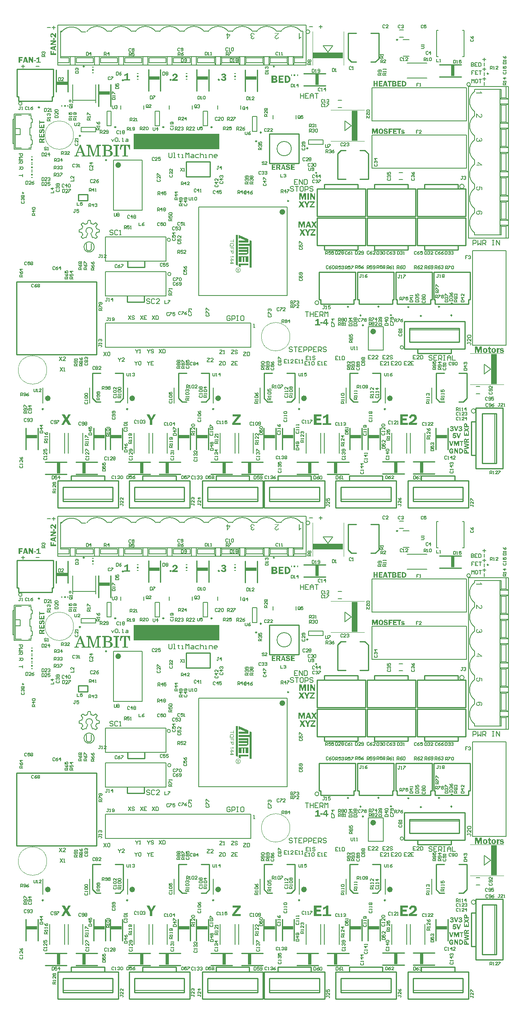
<source format=gto>
G04 Layer_Color=65535*
%FSLAX24Y24*%
%MOIN*%
G70*
G01*
G75*
%ADD10C,0.0070*%
%ADD12C,0.0100*%
%ADD72C,0.0080*%
%ADD115C,0.0236*%
%ADD116C,0.0098*%
%ADD117C,0.0010*%
%ADD118C,0.0040*%
%ADD119C,0.0060*%
%ADD120C,0.0098*%
%ADD121C,0.0050*%
%ADD122C,0.0039*%
%ADD123C,0.0079*%
%ADD124R,0.0120X0.0059*%
%ADD125R,0.0120X0.0060*%
%ADD126R,0.0120X0.0119*%
%ADD127R,0.0059X0.0120*%
%ADD128R,0.0060X0.0120*%
%ADD129R,0.0119X0.0120*%
%ADD130R,0.0295X0.0879*%
%ADD131R,0.0879X0.0295*%
%ADD132R,0.0492X0.2450*%
%ADD133R,0.2450X0.0492*%
%ADD134R,0.7050X0.1300*%
G36*
X32935Y37988D02*
X32725D01*
Y37897D01*
X32891D01*
Y37815D01*
X32725D01*
Y37718D01*
X32935D01*
Y37631D01*
X32620D01*
Y38072D01*
X32935D01*
Y37988D01*
D02*
G37*
G36*
X42565Y16061D02*
X42574Y16060D01*
Y15946D01*
X42568D01*
X42562Y15946D01*
X42554Y15945D01*
X42545Y15944D01*
X42536Y15942D01*
X42527Y15938D01*
X42519Y15935D01*
X42518Y15934D01*
X42515Y15933D01*
X42512Y15931D01*
X42508Y15926D01*
X42503Y15921D01*
X42498Y15914D01*
X42493Y15906D01*
X42487Y15896D01*
X42486Y15895D01*
X42486Y15891D01*
X42484Y15885D01*
X42481Y15876D01*
X42479Y15866D01*
X42477Y15852D01*
X42476Y15838D01*
X42475Y15820D01*
Y15661D01*
X42364D01*
Y16052D01*
X42469D01*
Y15981D01*
X42470Y15983D01*
X42472Y15988D01*
X42473Y15993D01*
X42476Y15999D01*
X42479Y16005D01*
X42488Y16021D01*
X42500Y16036D01*
X42507Y16042D01*
X42515Y16049D01*
X42523Y16053D01*
X42532Y16058D01*
X42543Y16061D01*
X42553Y16061D01*
X42558D01*
X42565Y16061D01*
D02*
G37*
G36*
X42790Y16060D02*
X42796D01*
X42810Y16058D01*
X42826Y16054D01*
X42843Y16050D01*
X42859Y16044D01*
X42874Y16036D01*
X42875Y16035D01*
X42880Y16032D01*
X42887Y16025D01*
X42895Y16017D01*
X42904Y16006D01*
X42913Y15993D01*
X42923Y15976D01*
X42931Y15958D01*
X42846Y15936D01*
Y15937D01*
X42846Y15938D01*
X42845Y15941D01*
X42843Y15944D01*
X42839Y15953D01*
X42832Y15962D01*
X42821Y15972D01*
X42815Y15976D01*
X42808Y15981D01*
X42800Y15983D01*
X42791Y15986D01*
X42781Y15988D01*
X42770Y15989D01*
X42765D01*
X42761Y15988D01*
X42752Y15987D01*
X42742Y15984D01*
X42731Y15980D01*
X42722Y15974D01*
X42718Y15969D01*
X42716Y15965D01*
X42714Y15959D01*
X42713Y15953D01*
Y15952D01*
Y15950D01*
X42715Y15945D01*
X42717Y15937D01*
X42720Y15933D01*
X42724Y15930D01*
X42724D01*
X42726Y15929D01*
X42730Y15927D01*
X42734Y15925D01*
X42742Y15923D01*
X42752Y15921D01*
X42764Y15918D01*
X42779Y15917D01*
X42781D01*
X42785Y15916D01*
X42789Y15915D01*
X42796Y15914D01*
X42802Y15913D01*
X42817Y15910D01*
X42832Y15908D01*
X42848Y15904D01*
X42864Y15901D01*
X42877Y15896D01*
X42879Y15895D01*
X42882Y15895D01*
X42889Y15891D01*
X42896Y15888D01*
X42904Y15881D01*
X42912Y15875D01*
X42921Y15866D01*
X42928Y15857D01*
X42929Y15856D01*
X42931Y15852D01*
X42934Y15846D01*
X42938Y15838D01*
X42941Y15829D01*
X42945Y15816D01*
X42947Y15804D01*
X42947Y15789D01*
Y15788D01*
Y15787D01*
Y15783D01*
X42947Y15780D01*
X42946Y15774D01*
X42945Y15768D01*
X42941Y15754D01*
X42936Y15738D01*
X42928Y15722D01*
X42923Y15714D01*
X42917Y15706D01*
X42909Y15698D01*
X42901Y15691D01*
X42900D01*
X42899Y15689D01*
X42896Y15687D01*
X42892Y15685D01*
X42888Y15682D01*
X42882Y15679D01*
X42875Y15676D01*
X42868Y15672D01*
X42859Y15669D01*
X42850Y15665D01*
X42839Y15662D01*
X42828Y15659D01*
X42815Y15657D01*
X42802Y15655D01*
X42788Y15654D01*
X42773Y15653D01*
X42767D01*
X42759Y15654D01*
X42749Y15655D01*
X42738Y15657D01*
X42724Y15659D01*
X42710Y15663D01*
X42695Y15667D01*
X42680Y15673D01*
X42664Y15681D01*
X42650Y15691D01*
X42636Y15701D01*
X42623Y15715D01*
X42611Y15730D01*
X42602Y15748D01*
X42595Y15768D01*
X42693Y15783D01*
Y15782D01*
X42694Y15780D01*
X42695Y15778D01*
X42695Y15775D01*
X42701Y15766D01*
X42708Y15757D01*
X42713Y15751D01*
X42719Y15747D01*
X42726Y15743D01*
X42734Y15738D01*
X42743Y15736D01*
X42753Y15733D01*
X42766Y15731D01*
X42779Y15730D01*
X42783D01*
X42789Y15731D01*
X42796D01*
X42803Y15733D01*
X42810Y15735D01*
X42818Y15737D01*
X42826Y15740D01*
X42827Y15741D01*
X42830Y15742D01*
X42832Y15744D01*
X42837Y15748D01*
X42840Y15751D01*
X42843Y15757D01*
X42846Y15762D01*
X42846Y15768D01*
Y15769D01*
X42846Y15773D01*
X42844Y15777D01*
X42841Y15782D01*
X42836Y15788D01*
X42828Y15794D01*
X42823Y15795D01*
X42817Y15798D01*
X42810Y15800D01*
X42803Y15801D01*
X42802D01*
X42797Y15802D01*
X42791Y15802D01*
X42783Y15803D01*
X42774Y15805D01*
X42763Y15807D01*
X42752Y15809D01*
X42738Y15811D01*
X42712Y15818D01*
X42687Y15825D01*
X42675Y15830D01*
X42665Y15835D01*
X42655Y15840D01*
X42647Y15845D01*
X42645Y15847D01*
X42641Y15851D01*
X42636Y15858D01*
X42629Y15867D01*
X42622Y15880D01*
X42616Y15895D01*
X42612Y15912D01*
X42610Y15931D01*
Y15932D01*
Y15934D01*
Y15937D01*
X42611Y15941D01*
X42613Y15951D01*
X42616Y15964D01*
X42621Y15979D01*
X42629Y15994D01*
X42633Y16002D01*
X42639Y16010D01*
X42645Y16017D01*
X42653Y16024D01*
X42654Y16025D01*
X42655Y16025D01*
X42658Y16027D01*
X42661Y16030D01*
X42666Y16032D01*
X42671Y16035D01*
X42677Y16039D01*
X42685Y16042D01*
X42693Y16046D01*
X42702Y16049D01*
X42712Y16052D01*
X42723Y16054D01*
X42747Y16059D01*
X42774Y16061D01*
X42785D01*
X42790Y16060D01*
D02*
G37*
G36*
X33352Y37631D02*
X33241D01*
X33214Y37722D01*
X33071D01*
X33043Y37631D01*
X32953D01*
X33094Y38072D01*
X33214D01*
X33352Y37631D01*
D02*
G37*
G36*
X34468Y37988D02*
X34257D01*
Y37897D01*
X34424D01*
Y37815D01*
X34257D01*
Y37718D01*
X34468D01*
Y37631D01*
X34153D01*
Y38072D01*
X34468D01*
Y37988D01*
D02*
G37*
G36*
X33941Y38071D02*
X33946D01*
X33958Y38070D01*
X33972Y38068D01*
X33985Y38066D01*
X33998Y38062D01*
X34010Y38058D01*
X34012Y38057D01*
X34014Y38056D01*
X34020Y38052D01*
X34026Y38048D01*
X34033Y38042D01*
X34042Y38035D01*
X34049Y38027D01*
X34056Y38018D01*
X34057Y38017D01*
X34059Y38014D01*
X34062Y38009D01*
X34066Y38001D01*
X34069Y37993D01*
X34072Y37982D01*
X34074Y37971D01*
X34074Y37957D01*
Y37957D01*
Y37955D01*
X34074Y37951D01*
X34073Y37946D01*
X34072Y37940D01*
X34070Y37933D01*
X34068Y37926D01*
X34064Y37918D01*
X34061Y37910D01*
X34055Y37901D01*
X34049Y37893D01*
X34041Y37885D01*
X34032Y37878D01*
X34021Y37871D01*
X34009Y37865D01*
X33995Y37859D01*
X33995D01*
X33997Y37859D01*
X33999Y37858D01*
X34002Y37857D01*
X34011Y37854D01*
X34020Y37851D01*
X34032Y37845D01*
X34043Y37838D01*
X34054Y37829D01*
X34063Y37818D01*
X34064Y37817D01*
X34067Y37813D01*
X34071Y37807D01*
X34075Y37799D01*
X34080Y37788D01*
X34083Y37777D01*
X34086Y37765D01*
X34087Y37752D01*
Y37751D01*
Y37750D01*
Y37747D01*
X34086Y37744D01*
X34085Y37739D01*
X34085Y37734D01*
X34083Y37723D01*
X34077Y37709D01*
X34071Y37695D01*
X34066Y37688D01*
X34061Y37681D01*
X34055Y37673D01*
X34049Y37667D01*
X34048Y37666D01*
X34047Y37665D01*
X34045Y37664D01*
X34042Y37661D01*
X34038Y37659D01*
X34033Y37656D01*
X34027Y37652D01*
X34020Y37649D01*
X34012Y37646D01*
X34003Y37643D01*
X33992Y37639D01*
X33981Y37637D01*
X33970Y37635D01*
X33957Y37632D01*
X33943Y37632D01*
X33927Y37631D01*
X33722D01*
Y38072D01*
X33936D01*
X33941Y38071D01*
D02*
G37*
G36*
X33678Y37985D02*
X33569D01*
Y37631D01*
X33465D01*
Y37985D01*
X33355D01*
Y38072D01*
X33678D01*
Y37985D01*
D02*
G37*
G36*
X4087Y39579D02*
X3993D01*
X3808Y39896D01*
Y39895D01*
Y39894D01*
Y39890D01*
Y39884D01*
X3809Y39880D01*
Y39879D01*
Y39878D01*
X3810Y39873D01*
X3811Y39866D01*
Y39860D01*
Y39579D01*
X3725D01*
Y40049D01*
X3843D01*
X4004Y39771D01*
Y39772D01*
Y39774D01*
X4004Y39778D01*
Y39783D01*
X4003Y39794D01*
X4002Y39798D01*
Y39803D01*
Y40049D01*
X4087D01*
Y39579D01*
D02*
G37*
G36*
X12097Y32428D02*
X12027D01*
Y32430D01*
Y32431D01*
X12025Y32436D01*
Y32442D01*
X12022Y32458D01*
X12017Y32477D01*
X12011Y32502D01*
X12003Y32528D01*
X11994Y32556D01*
X11983Y32586D01*
X11970Y32614D01*
X11955Y32642D01*
X11938Y32669D01*
X11917Y32694D01*
X11895Y32713D01*
X11870Y32728D01*
X11856Y32734D01*
X11842Y32739D01*
X11827Y32741D01*
X11811Y32742D01*
X11800D01*
X11794Y32741D01*
X11781Y32739D01*
X11775Y32736D01*
X11770Y32733D01*
X11769Y32731D01*
X11766Y32725D01*
X11763Y32716D01*
X11761Y32700D01*
Y31949D01*
Y31946D01*
X11763Y31939D01*
X11764Y31932D01*
X11769Y31924D01*
X11770Y31922D01*
X11777Y31921D01*
X11788Y31919D01*
X11803Y31918D01*
X11913D01*
Y31843D01*
X11447D01*
Y31918D01*
X11572D01*
X11578Y31919D01*
X11586Y31921D01*
X11592Y31924D01*
X11594Y31925D01*
X11597Y31928D01*
X11599Y31935D01*
X11600Y31944D01*
Y32706D01*
Y32708D01*
Y32709D01*
X11599Y32716D01*
X11595Y32725D01*
X11589Y32733D01*
X11588Y32734D01*
X11580Y32738D01*
X11569Y32741D01*
X11552Y32742D01*
X11544D01*
X11538Y32741D01*
X11522Y32738D01*
X11502Y32731D01*
X11480Y32722D01*
X11456Y32708D01*
X11444Y32699D01*
X11433Y32688D01*
X11421Y32673D01*
X11410Y32659D01*
X11408Y32656D01*
X11405Y32652D01*
X11402Y32647D01*
X11397Y32639D01*
X11392Y32630D01*
X11388Y32617D01*
X11383Y32605D01*
X11377Y32589D01*
X11371Y32574D01*
X11364Y32553D01*
X11360Y32533D01*
X11353Y32509D01*
X11347Y32485D01*
X11342Y32458D01*
X11338Y32428D01*
X11264D01*
X11286Y32811D01*
X12077D01*
X12097Y32428D01*
D02*
G37*
G36*
X4307Y39720D02*
X4143D01*
Y39795D01*
X4307D01*
Y39720D01*
D02*
G37*
G36*
X41791Y16052D02*
X41875D01*
Y15962D01*
X41791D01*
Y15796D01*
Y15794D01*
Y15791D01*
X41792Y15786D01*
Y15780D01*
X41795Y15766D01*
X41797Y15759D01*
X41800Y15754D01*
X41801D01*
X41802Y15752D01*
X41805Y15751D01*
X41809Y15750D01*
X41815Y15748D01*
X41823Y15746D01*
X41832Y15745D01*
X41844Y15744D01*
X41866D01*
X41881Y15745D01*
Y15661D01*
X41878D01*
X41876Y15660D01*
X41873Y15659D01*
X41863Y15658D01*
X41853Y15657D01*
X41840Y15655D01*
X41829Y15654D01*
X41817Y15652D01*
X41801D01*
X41796Y15653D01*
X41790D01*
X41783Y15654D01*
X41768Y15656D01*
X41752Y15659D01*
X41735Y15664D01*
X41719Y15671D01*
X41712Y15675D01*
X41706Y15679D01*
X41705Y15681D01*
X41702Y15685D01*
X41696Y15692D01*
X41691Y15702D01*
X41688Y15709D01*
X41686Y15716D01*
X41683Y15724D01*
X41680Y15734D01*
X41679Y15744D01*
X41677Y15755D01*
X41676Y15766D01*
Y15780D01*
Y15962D01*
X41614D01*
Y16052D01*
X41683D01*
X41693Y16167D01*
X41791Y16175D01*
Y16052D01*
D02*
G37*
G36*
X41137Y15661D02*
X41012D01*
Y16091D01*
X40879Y15661D01*
X40794D01*
X40665Y16091D01*
Y15661D01*
X40561D01*
Y16190D01*
X40753D01*
X40845Y15873D01*
X40943Y16190D01*
X41137D01*
Y15661D01*
D02*
G37*
G36*
X42116Y16060D02*
X42123Y16059D01*
X42132Y16057D01*
X42141Y16055D01*
X42152Y16053D01*
X42175Y16046D01*
X42186Y16041D01*
X42198Y16036D01*
X42209Y16029D01*
X42220Y16021D01*
X42231Y16012D01*
X42241Y16002D01*
X42242Y16001D01*
X42242Y15999D01*
X42245Y15996D01*
X42249Y15991D01*
X42252Y15985D01*
X42256Y15979D01*
X42261Y15970D01*
X42266Y15961D01*
X42270Y15951D01*
X42275Y15940D01*
X42279Y15928D01*
X42283Y15915D01*
X42286Y15902D01*
X42289Y15887D01*
X42290Y15871D01*
X42291Y15855D01*
Y15854D01*
Y15852D01*
Y15846D01*
X42290Y15841D01*
X42289Y15833D01*
X42288Y15824D01*
X42286Y15815D01*
X42285Y15804D01*
X42278Y15781D01*
X42274Y15770D01*
X42269Y15758D01*
X42263Y15745D01*
X42256Y15733D01*
X42248Y15722D01*
X42238Y15710D01*
X42237Y15709D01*
X42235Y15708D01*
X42233Y15705D01*
X42228Y15701D01*
X42223Y15697D01*
X42217Y15692D01*
X42210Y15687D01*
X42201Y15682D01*
X42192Y15676D01*
X42182Y15672D01*
X42170Y15666D01*
X42158Y15662D01*
X42145Y15658D01*
X42131Y15656D01*
X42116Y15654D01*
X42100Y15653D01*
X42092D01*
X42086Y15654D01*
X42079Y15655D01*
X42071Y15656D01*
X42062Y15658D01*
X42052Y15660D01*
X42031Y15667D01*
X42020Y15672D01*
X42009Y15677D01*
X41997Y15684D01*
X41987Y15692D01*
X41976Y15701D01*
X41967Y15710D01*
X41966Y15711D01*
X41965Y15713D01*
X41962Y15716D01*
X41959Y15721D01*
X41955Y15726D01*
X41951Y15733D01*
X41947Y15741D01*
X41942Y15750D01*
X41938Y15760D01*
X41933Y15771D01*
X41929Y15783D01*
X41925Y15796D01*
X41922Y15810D01*
X41919Y15825D01*
X41918Y15840D01*
X41918Y15857D01*
Y15858D01*
Y15859D01*
Y15863D01*
Y15867D01*
X41918Y15873D01*
Y15879D01*
X41920Y15894D01*
X41923Y15910D01*
X41927Y15928D01*
X41932Y15946D01*
X41939Y15963D01*
Y15964D01*
X41940Y15965D01*
X41944Y15970D01*
X41949Y15978D01*
X41956Y15989D01*
X41965Y16000D01*
X41975Y16011D01*
X41988Y16023D01*
X42002Y16033D01*
X42003D01*
X42004Y16034D01*
X42009Y16038D01*
X42018Y16042D01*
X42029Y16047D01*
X42043Y16052D01*
X42061Y16056D01*
X42080Y16060D01*
X42101Y16061D01*
X42110D01*
X42116Y16060D01*
D02*
G37*
G36*
X41414D02*
X41421Y16059D01*
X41429Y16057D01*
X41439Y16055D01*
X41450Y16053D01*
X41472Y16046D01*
X41484Y16041D01*
X41495Y16036D01*
X41507Y16029D01*
X41518Y16021D01*
X41529Y16012D01*
X41538Y16002D01*
X41539Y16001D01*
X41540Y15999D01*
X41543Y15996D01*
X41546Y15991D01*
X41550Y15985D01*
X41554Y15979D01*
X41558Y15970D01*
X41564Y15961D01*
X41568Y15951D01*
X41572Y15940D01*
X41577Y15928D01*
X41580Y15915D01*
X41584Y15902D01*
X41587Y15887D01*
X41587Y15871D01*
X41588Y15855D01*
Y15854D01*
Y15852D01*
Y15846D01*
X41587Y15841D01*
X41587Y15833D01*
X41586Y15824D01*
X41584Y15815D01*
X41582Y15804D01*
X41575Y15781D01*
X41572Y15770D01*
X41566Y15758D01*
X41560Y15745D01*
X41553Y15733D01*
X41545Y15722D01*
X41536Y15710D01*
X41535Y15709D01*
X41533Y15708D01*
X41530Y15705D01*
X41526Y15701D01*
X41521Y15697D01*
X41515Y15692D01*
X41508Y15687D01*
X41499Y15682D01*
X41490Y15676D01*
X41479Y15672D01*
X41468Y15666D01*
X41456Y15662D01*
X41443Y15658D01*
X41428Y15656D01*
X41414Y15654D01*
X41398Y15653D01*
X41390D01*
X41384Y15654D01*
X41377Y15655D01*
X41369Y15656D01*
X41360Y15658D01*
X41349Y15660D01*
X41328Y15667D01*
X41318Y15672D01*
X41306Y15677D01*
X41295Y15684D01*
X41284Y15692D01*
X41274Y15701D01*
X41264Y15710D01*
X41263Y15711D01*
X41263Y15713D01*
X41260Y15716D01*
X41256Y15721D01*
X41253Y15726D01*
X41248Y15733D01*
X41244Y15741D01*
X41240Y15750D01*
X41235Y15760D01*
X41231Y15771D01*
X41227Y15783D01*
X41223Y15796D01*
X41220Y15810D01*
X41217Y15825D01*
X41216Y15840D01*
X41215Y15857D01*
Y15858D01*
Y15859D01*
Y15863D01*
Y15867D01*
X41216Y15873D01*
Y15879D01*
X41218Y15894D01*
X41220Y15910D01*
X41225Y15928D01*
X41230Y15946D01*
X41237Y15963D01*
Y15964D01*
X41238Y15965D01*
X41241Y15970D01*
X41247Y15978D01*
X41254Y15989D01*
X41263Y16000D01*
X41273Y16011D01*
X41285Y16023D01*
X41299Y16033D01*
X41300D01*
X41301Y16034D01*
X41306Y16038D01*
X41315Y16042D01*
X41327Y16047D01*
X41341Y16052D01*
X41358Y16056D01*
X41378Y16060D01*
X41399Y16061D01*
X41407D01*
X41414Y16060D01*
D02*
G37*
G36*
X34684Y38071D02*
X34692Y38070D01*
X34701Y38069D01*
X34710Y38069D01*
X34730Y38066D01*
X34751Y38062D01*
X34770Y38056D01*
X34779Y38053D01*
X34787Y38048D01*
X34787D01*
X34788Y38048D01*
X34790Y38046D01*
X34793Y38044D01*
X34801Y38039D01*
X34811Y38031D01*
X34822Y38020D01*
X34834Y38009D01*
X34847Y37993D01*
X34859Y37977D01*
X34860Y37976D01*
X34861Y37974D01*
X34862Y37971D01*
X34864Y37968D01*
X34866Y37963D01*
X34869Y37957D01*
X34872Y37950D01*
X34875Y37943D01*
X34878Y37934D01*
X34881Y37925D01*
X34884Y37914D01*
X34886Y37903D01*
X34888Y37892D01*
X34890Y37879D01*
X34891Y37866D01*
Y37852D01*
Y37851D01*
Y37848D01*
Y37843D01*
X34891Y37837D01*
X34890Y37828D01*
X34888Y37819D01*
X34887Y37808D01*
X34884Y37797D01*
X34881Y37785D01*
X34877Y37772D01*
X34873Y37759D01*
X34868Y37745D01*
X34861Y37732D01*
X34853Y37719D01*
X34845Y37706D01*
X34835Y37694D01*
X34834Y37693D01*
X34833Y37691D01*
X34829Y37688D01*
X34825Y37684D01*
X34819Y37679D01*
X34812Y37674D01*
X34804Y37668D01*
X34795Y37662D01*
X34785Y37657D01*
X34773Y37651D01*
X34760Y37646D01*
X34746Y37641D01*
X34732Y37637D01*
X34716Y37634D01*
X34699Y37632D01*
X34681Y37631D01*
X34530D01*
Y38072D01*
X34678D01*
X34684Y38071D01*
D02*
G37*
G36*
X32541Y33711D02*
X32437D01*
Y34070D01*
X32326Y33711D01*
X32255D01*
X32147Y34070D01*
Y33711D01*
X32061D01*
Y34152D01*
X32221D01*
X32298Y33887D01*
X32379Y34152D01*
X32541D01*
Y33711D01*
D02*
G37*
G36*
X8362Y31961D02*
X8364Y31960D01*
X8365Y31955D01*
X8372Y31947D01*
X8378Y31939D01*
X8389Y31932D01*
X8401Y31924D01*
X8415Y31919D01*
X8434Y31918D01*
X8479D01*
Y31843D01*
X8075D01*
Y31918D01*
X8137D01*
X8148Y31919D01*
X8173Y31922D01*
X8186Y31925D01*
X8195Y31928D01*
X8197Y31930D01*
X8200Y31932D01*
X8201Y31938D01*
X8203Y31944D01*
Y31946D01*
Y31950D01*
X8201Y31958D01*
X8200Y31969D01*
X8125Y32153D01*
X7773D01*
X7733Y32047D01*
Y32046D01*
X7730Y32041D01*
X7728Y32033D01*
X7725Y32024D01*
X7719Y32002D01*
X7717Y31989D01*
X7715Y31980D01*
Y31978D01*
Y31975D01*
X7717Y31971D01*
X7719Y31964D01*
X7722Y31957D01*
X7726Y31950D01*
X7733Y31942D01*
X7740Y31935D01*
X7742D01*
X7745Y31932D01*
X7751Y31930D01*
X7759Y31927D01*
X7770Y31924D01*
X7783Y31921D01*
X7798Y31919D01*
X7815Y31918D01*
X7862D01*
Y31843D01*
X7492D01*
Y31918D01*
X7503D01*
X7514Y31919D01*
X7526Y31921D01*
X7556Y31927D01*
X7570Y31932D01*
X7583Y31938D01*
X7584Y31939D01*
X7587Y31942D01*
X7594Y31949D01*
X7601Y31957D01*
X7609Y31969D01*
X7619Y31983D01*
X7628Y32002D01*
X7637Y32024D01*
X7959Y32830D01*
X8022D01*
X8362Y31961D01*
D02*
G37*
G36*
X34458Y34065D02*
X34349D01*
Y33711D01*
X34244D01*
Y34065D01*
X34134D01*
Y34152D01*
X34458D01*
Y34065D01*
D02*
G37*
G36*
X34624Y34043D02*
X34629D01*
X34641Y34042D01*
X34654Y34039D01*
X34668Y34035D01*
X34681Y34030D01*
X34693Y34024D01*
X34695Y34023D01*
X34698Y34020D01*
X34704Y34015D01*
X34711Y34007D01*
X34718Y33999D01*
X34726Y33988D01*
X34734Y33974D01*
X34741Y33958D01*
X34671Y33940D01*
Y33941D01*
X34670Y33942D01*
X34669Y33945D01*
X34668Y33947D01*
X34664Y33954D01*
X34658Y33962D01*
X34649Y33970D01*
X34644Y33974D01*
X34638Y33977D01*
X34632Y33980D01*
X34624Y33982D01*
X34616Y33983D01*
X34607Y33984D01*
X34603D01*
X34600Y33983D01*
X34592Y33983D01*
X34583Y33980D01*
X34575Y33977D01*
X34567Y33972D01*
X34564Y33968D01*
X34562Y33964D01*
X34560Y33959D01*
X34559Y33954D01*
Y33953D01*
Y33952D01*
X34561Y33947D01*
X34563Y33941D01*
X34565Y33938D01*
X34568Y33935D01*
X34569D01*
X34570Y33934D01*
X34573Y33933D01*
X34577Y33931D01*
X34583Y33929D01*
X34592Y33928D01*
X34602Y33925D01*
X34614Y33924D01*
X34616D01*
X34619Y33923D01*
X34623Y33923D01*
X34628Y33922D01*
X34633Y33921D01*
X34646Y33919D01*
X34659Y33917D01*
X34672Y33914D01*
X34685Y33911D01*
X34696Y33907D01*
X34698Y33906D01*
X34701Y33906D01*
X34706Y33903D01*
X34712Y33900D01*
X34718Y33895D01*
X34725Y33890D01*
X34733Y33882D01*
X34739Y33874D01*
X34739Y33874D01*
X34741Y33870D01*
X34744Y33865D01*
X34747Y33859D01*
X34750Y33851D01*
X34753Y33841D01*
X34754Y33830D01*
X34755Y33818D01*
Y33817D01*
Y33816D01*
Y33813D01*
X34754Y33810D01*
X34753Y33805D01*
X34753Y33800D01*
X34750Y33789D01*
X34745Y33775D01*
X34739Y33762D01*
X34734Y33755D01*
X34729Y33748D01*
X34723Y33742D01*
X34716Y33736D01*
X34715D01*
X34715Y33734D01*
X34712Y33733D01*
X34709Y33731D01*
X34705Y33729D01*
X34701Y33726D01*
X34695Y33723D01*
X34688Y33721D01*
X34681Y33718D01*
X34674Y33715D01*
X34665Y33712D01*
X34655Y33710D01*
X34644Y33707D01*
X34633Y33706D01*
X34622Y33705D01*
X34609Y33704D01*
X34604D01*
X34597Y33705D01*
X34589Y33706D01*
X34580Y33707D01*
X34569Y33710D01*
X34557Y33712D01*
X34544Y33716D01*
X34532Y33721D01*
X34518Y33728D01*
X34507Y33736D01*
X34495Y33745D01*
X34484Y33756D01*
X34474Y33769D01*
X34467Y33783D01*
X34461Y33800D01*
X34543Y33813D01*
Y33812D01*
X34543Y33811D01*
X34544Y33808D01*
X34545Y33806D01*
X34549Y33799D01*
X34555Y33791D01*
X34559Y33786D01*
X34564Y33783D01*
X34570Y33779D01*
X34577Y33775D01*
X34584Y33773D01*
X34593Y33771D01*
X34603Y33770D01*
X34614Y33769D01*
X34618D01*
X34622Y33770D01*
X34628D01*
X34634Y33771D01*
X34641Y33773D01*
X34647Y33774D01*
X34654Y33777D01*
X34655Y33778D01*
X34657Y33778D01*
X34659Y33781D01*
X34663Y33783D01*
X34665Y33786D01*
X34668Y33791D01*
X34670Y33795D01*
X34671Y33800D01*
Y33801D01*
X34670Y33804D01*
X34668Y33808D01*
X34666Y33812D01*
X34662Y33817D01*
X34655Y33822D01*
X34651Y33823D01*
X34646Y33825D01*
X34641Y33827D01*
X34634Y33827D01*
X34633D01*
X34630Y33828D01*
X34624Y33829D01*
X34618Y33830D01*
X34610Y33831D01*
X34601Y33833D01*
X34592Y33834D01*
X34581Y33836D01*
X34559Y33842D01*
X34537Y33848D01*
X34528Y33852D01*
X34519Y33856D01*
X34511Y33860D01*
X34504Y33865D01*
X34503Y33866D01*
X34499Y33869D01*
X34495Y33875D01*
X34489Y33883D01*
X34483Y33893D01*
X34479Y33906D01*
X34475Y33920D01*
X34474Y33936D01*
Y33937D01*
Y33939D01*
Y33941D01*
X34474Y33945D01*
X34476Y33953D01*
X34478Y33964D01*
X34482Y33976D01*
X34489Y33988D01*
X34493Y33995D01*
X34498Y34002D01*
X34503Y34007D01*
X34510Y34013D01*
X34510Y34014D01*
X34511Y34015D01*
X34513Y34016D01*
X34516Y34018D01*
X34520Y34021D01*
X34524Y34023D01*
X34529Y34026D01*
X34536Y34029D01*
X34543Y34032D01*
X34550Y34035D01*
X34559Y34037D01*
X34567Y34039D01*
X34588Y34043D01*
X34611Y34044D01*
X34619D01*
X34624Y34043D01*
D02*
G37*
G36*
X5986Y40879D02*
X5889Y40850D01*
Y40698D01*
X5986Y40668D01*
Y40572D01*
X5516Y40722D01*
Y40851D01*
X5986Y40998D01*
Y40879D01*
D02*
G37*
G36*
X5609Y40342D02*
X5714D01*
Y40517D01*
X5802D01*
Y40342D01*
X5986D01*
Y40228D01*
X5516D01*
Y40563D01*
X5609D01*
Y40342D01*
D02*
G37*
G36*
X33201Y34158D02*
X33210Y34157D01*
X33221Y34155D01*
X33232Y34153D01*
X33245Y34149D01*
X33259Y34145D01*
X33272Y34140D01*
X33286Y34133D01*
X33301Y34125D01*
X33314Y34114D01*
X33327Y34103D01*
X33338Y34089D01*
X33348Y34073D01*
X33356Y34054D01*
X33268Y34025D01*
Y34026D01*
X33267Y34027D01*
X33266Y34030D01*
X33264Y34033D01*
X33259Y34042D01*
X33252Y34051D01*
X33242Y34061D01*
X33235Y34065D01*
X33229Y34070D01*
X33221Y34073D01*
X33212Y34076D01*
X33203Y34077D01*
X33193Y34078D01*
X33187D01*
X33183Y34077D01*
X33174Y34076D01*
X33163Y34073D01*
X33151Y34068D01*
X33141Y34061D01*
X33138Y34057D01*
X33135Y34051D01*
X33133Y34045D01*
X33132Y34037D01*
Y34037D01*
Y34035D01*
X33133Y34032D01*
X33133Y34029D01*
X33135Y34024D01*
X33136Y34020D01*
X33139Y34016D01*
X33143Y34011D01*
X33144Y34010D01*
X33145Y34010D01*
X33149Y34007D01*
X33154Y34005D01*
X33160Y34002D01*
X33170Y33998D01*
X33181Y33995D01*
X33195Y33991D01*
X33196D01*
X33198Y33991D01*
X33201Y33990D01*
X33206Y33989D01*
X33211Y33988D01*
X33218Y33986D01*
X33232Y33983D01*
X33248Y33978D01*
X33264Y33974D01*
X33280Y33969D01*
X33286Y33966D01*
X33293Y33964D01*
X33294D01*
X33294Y33963D01*
X33298Y33961D01*
X33304Y33958D01*
X33311Y33953D01*
X33320Y33947D01*
X33329Y33939D01*
X33338Y33930D01*
X33346Y33919D01*
X33346Y33917D01*
X33349Y33914D01*
X33353Y33907D01*
X33357Y33899D01*
X33361Y33889D01*
X33364Y33877D01*
X33367Y33864D01*
X33368Y33850D01*
Y33849D01*
Y33847D01*
Y33844D01*
X33367Y33840D01*
X33366Y33835D01*
X33365Y33829D01*
X33362Y33815D01*
X33357Y33799D01*
X33353Y33791D01*
X33348Y33782D01*
X33343Y33773D01*
X33337Y33764D01*
X33330Y33756D01*
X33322Y33748D01*
X33321Y33747D01*
X33319Y33745D01*
X33316Y33744D01*
X33313Y33741D01*
X33308Y33737D01*
X33303Y33734D01*
X33295Y33730D01*
X33287Y33726D01*
X33278Y33722D01*
X33268Y33718D01*
X33257Y33715D01*
X33245Y33711D01*
X33231Y33708D01*
X33217Y33707D01*
X33201Y33705D01*
X33185Y33704D01*
X33179D01*
X33174Y33705D01*
X33169D01*
X33161Y33706D01*
X33154Y33707D01*
X33146Y33708D01*
X33128Y33712D01*
X33109Y33718D01*
X33089Y33725D01*
X33070Y33735D01*
X33070Y33736D01*
X33068Y33737D01*
X33066Y33738D01*
X33063Y33741D01*
X33054Y33748D01*
X33045Y33758D01*
X33035Y33771D01*
X33024Y33786D01*
X33015Y33805D01*
X33011Y33816D01*
X33008Y33827D01*
X33104Y33849D01*
Y33848D01*
X33105Y33846D01*
X33106Y33843D01*
X33108Y33839D01*
X33110Y33834D01*
X33113Y33829D01*
X33117Y33823D01*
X33121Y33818D01*
X33126Y33812D01*
X33133Y33806D01*
X33140Y33801D01*
X33148Y33796D01*
X33158Y33792D01*
X33168Y33789D01*
X33180Y33787D01*
X33193Y33786D01*
X33199D01*
X33204Y33787D01*
X33212Y33788D01*
X33221Y33789D01*
X33230Y33792D01*
X33238Y33795D01*
X33245Y33800D01*
X33246Y33800D01*
X33248Y33802D01*
X33251Y33805D01*
X33254Y33809D01*
X33257Y33814D01*
X33260Y33819D01*
X33262Y33826D01*
X33263Y33833D01*
Y33833D01*
Y33835D01*
X33262Y33839D01*
X33261Y33844D01*
X33259Y33849D01*
X33256Y33854D01*
X33252Y33858D01*
X33247Y33863D01*
X33246Y33863D01*
X33244Y33865D01*
X33240Y33866D01*
X33233Y33869D01*
X33225Y33872D01*
X33215Y33876D01*
X33201Y33879D01*
X33186Y33882D01*
X33185D01*
X33182Y33883D01*
X33178Y33885D01*
X33172Y33885D01*
X33166Y33887D01*
X33158Y33890D01*
X33149Y33892D01*
X33139Y33895D01*
X33119Y33901D01*
X33100Y33910D01*
X33090Y33915D01*
X33081Y33919D01*
X33073Y33925D01*
X33066Y33930D01*
X33065Y33931D01*
X33065Y33931D01*
X33061Y33936D01*
X33055Y33942D01*
X33048Y33953D01*
X33042Y33965D01*
X33037Y33980D01*
X33032Y33998D01*
X33032Y34008D01*
X33031Y34018D01*
Y34019D01*
Y34021D01*
Y34024D01*
X33032Y34028D01*
X33032Y34033D01*
X33033Y34039D01*
X33036Y34053D01*
X33041Y34068D01*
X33045Y34076D01*
X33049Y34085D01*
X33054Y34093D01*
X33059Y34101D01*
X33066Y34109D01*
X33073Y34117D01*
X33074Y34118D01*
X33076Y34119D01*
X33078Y34121D01*
X33081Y34124D01*
X33086Y34127D01*
X33091Y34130D01*
X33097Y34134D01*
X33104Y34138D01*
X33111Y34141D01*
X33120Y34145D01*
X33130Y34149D01*
X33140Y34152D01*
X33151Y34155D01*
X33163Y34157D01*
X33176Y34158D01*
X33189Y34158D01*
X33195D01*
X33201Y34158D01*
D02*
G37*
G36*
X10313Y32809D02*
X10326D01*
X10340Y32808D01*
X10355Y32805D01*
X10374Y32803D01*
X10410Y32795D01*
X10449Y32783D01*
X10486Y32766D01*
X10504Y32756D01*
X10519Y32744D01*
X10521D01*
X10522Y32741D01*
X10532Y32731D01*
X10544Y32717D01*
X10560Y32697D01*
X10576Y32673D01*
X10588Y32644D01*
X10597Y32611D01*
X10599Y32594D01*
X10601Y32575D01*
Y32574D01*
Y32572D01*
Y32567D01*
X10599Y32561D01*
X10597Y32545D01*
X10593Y32525D01*
X10586Y32502D01*
X10576Y32478D01*
X10561Y32453D01*
X10543Y32430D01*
X10540Y32427D01*
X10532Y32420D01*
X10519Y32410D01*
X10502Y32399D01*
X10480Y32385D01*
X10452Y32372D01*
X10421Y32361D01*
X10385Y32352D01*
X10387D01*
X10391Y32350D01*
X10397D01*
X10405Y32349D01*
X10416Y32345D01*
X10429Y32342D01*
X10457Y32335D01*
X10488Y32325D01*
X10521Y32310D01*
X10554Y32292D01*
X10582Y32271D01*
X10583D01*
X10585Y32267D01*
X10593Y32260D01*
X10604Y32246D01*
X10618Y32227D01*
X10630Y32203D01*
X10641Y32175D01*
X10649Y32144D01*
X10652Y32127D01*
Y32110D01*
Y32108D01*
Y32106D01*
Y32097D01*
X10650Y32083D01*
X10647Y32066D01*
X10643Y32046D01*
X10635Y32022D01*
X10625Y32000D01*
X10611Y31977D01*
X10610Y31974D01*
X10604Y31967D01*
X10594Y31957D01*
X10580Y31942D01*
X10561Y31928D01*
X10538Y31911D01*
X10511Y31896D01*
X10479Y31880D01*
X10477D01*
X10474Y31878D01*
X10469Y31877D01*
X10463Y31874D01*
X10454Y31871D01*
X10444Y31868D01*
X10419Y31861D01*
X10388Y31855D01*
X10354Y31849D01*
X10315Y31844D01*
X10272Y31843D01*
X9784D01*
Y31918D01*
X9885D01*
X9891Y31919D01*
X9905Y31921D01*
X9912Y31922D01*
X9916Y31925D01*
X9918Y31927D01*
X9923Y31930D01*
X9927Y31936D01*
X9929Y31942D01*
Y32695D01*
Y32697D01*
Y32699D01*
X9927Y32706D01*
X9924Y32717D01*
X9916Y32725D01*
X9915Y32727D01*
X9909Y32731D01*
X9896Y32734D01*
X9880Y32736D01*
X9784D01*
Y32811D01*
X10302D01*
X10313Y32809D01*
D02*
G37*
G36*
X11194Y32736D02*
X11091D01*
X11083Y32734D01*
X11066Y32733D01*
X11058Y32730D01*
X11053Y32727D01*
X11052Y32725D01*
X11050Y32722D01*
Y32719D01*
X11049Y32713D01*
X11047Y32706D01*
X11046Y32697D01*
Y32684D01*
Y31972D01*
Y31971D01*
Y31966D01*
Y31960D01*
X11047Y31953D01*
X11049Y31938D01*
X11050Y31932D01*
X11052Y31928D01*
X11053Y31927D01*
X11057Y31925D01*
X11061Y31924D01*
X11068Y31921D01*
X11075Y31919D01*
X11085Y31918D01*
X11194D01*
Y31843D01*
X10732D01*
Y31918D01*
X10839D01*
X10847Y31919D01*
X10863Y31921D01*
X10869Y31922D01*
X10874Y31925D01*
X10875Y31927D01*
X10877Y31930D01*
X10879Y31935D01*
X10880Y31941D01*
X10882Y31949D01*
X10883Y31960D01*
Y31972D01*
Y32684D01*
Y32686D01*
Y32691D01*
Y32695D01*
X10882Y32702D01*
X10880Y32716D01*
X10879Y32720D01*
X10875Y32723D01*
X10872Y32725D01*
X10869Y32728D01*
X10863Y32730D01*
X10855Y32733D01*
X10846Y32734D01*
X10833Y32736D01*
X10732D01*
Y32811D01*
X11194D01*
Y32736D01*
D02*
G37*
G36*
X9688D02*
X9582D01*
X9576Y32734D01*
X9560Y32733D01*
X9554Y32730D01*
X9549Y32727D01*
X9548Y32725D01*
X9545Y32720D01*
X9541Y32709D01*
X9540Y32695D01*
Y31950D01*
Y31947D01*
X9541Y31941D01*
X9545Y31933D01*
X9551Y31925D01*
X9554Y31924D01*
X9557Y31922D01*
X9562D01*
X9568Y31921D01*
X9577Y31919D01*
X9588Y31918D01*
X9688D01*
Y31843D01*
X9229D01*
Y31918D01*
X9332D01*
X9340Y31919D01*
X9352Y31922D01*
X9360Y31924D01*
X9365Y31927D01*
X9367Y31928D01*
X9371Y31933D01*
X9376Y31941D01*
X9377Y31950D01*
Y32736D01*
X9088Y31843D01*
X9028D01*
X8717Y32731D01*
Y32063D01*
Y32060D01*
Y32053D01*
Y32042D01*
X8718Y32030D01*
X8721Y32000D01*
X8725Y31988D01*
X8729Y31975D01*
Y31974D01*
X8732Y31971D01*
X8735Y31966D01*
X8740Y31960D01*
X8751Y31947D01*
X8768Y31935D01*
X8770D01*
X8773Y31933D01*
X8781Y31930D01*
X8790Y31927D01*
X8804Y31924D01*
X8821Y31921D01*
X8843Y31918D01*
X8870Y31916D01*
Y31843D01*
X8487D01*
Y31916D01*
X8492D01*
X8496Y31918D01*
X8503D01*
X8518Y31919D01*
X8537Y31922D01*
X8557Y31927D01*
X8578Y31933D01*
X8595Y31941D01*
X8601Y31946D01*
X8607Y31950D01*
X8609Y31952D01*
X8612Y31957D01*
X8617Y31963D01*
X8621Y31974D01*
X8626Y31988D01*
X8631Y32007D01*
X8634Y32028D01*
X8636Y32055D01*
Y32703D01*
Y32705D01*
Y32706D01*
X8634Y32713D01*
X8631Y32720D01*
X8625Y32728D01*
X8623Y32730D01*
X8620Y32731D01*
X8615Y32733D01*
X8609D01*
X8601Y32734D01*
X8592Y32736D01*
X8487D01*
Y32811D01*
X8823D01*
X9093Y32067D01*
X9342Y32811D01*
X9688D01*
Y32736D01*
D02*
G37*
G36*
X32532Y37631D02*
X32431D01*
Y37813D01*
X32292D01*
Y37631D01*
X32191D01*
Y38072D01*
X32292D01*
Y37900D01*
X32431D01*
Y38072D01*
X32532D01*
Y37631D01*
D02*
G37*
G36*
X34116Y34068D02*
X33906D01*
Y33977D01*
X34072D01*
Y33895D01*
X33906D01*
Y33798D01*
X34116D01*
Y33711D01*
X33801D01*
Y34152D01*
X34116D01*
Y34068D01*
D02*
G37*
G36*
X33748Y34065D02*
X33542D01*
Y33966D01*
X33705D01*
Y33884D01*
X33542D01*
Y33711D01*
X33435D01*
Y34152D01*
X33748D01*
Y34065D01*
D02*
G37*
G36*
X32807Y34158D02*
X32814D01*
X32821Y34156D01*
X32830Y34155D01*
X32839Y34152D01*
X32850Y34149D01*
X32861Y34146D01*
X32872Y34141D01*
X32884Y34136D01*
X32896Y34129D01*
X32906Y34121D01*
X32917Y34111D01*
X32927Y34101D01*
X32936Y34089D01*
X32937Y34088D01*
X32939Y34086D01*
X32941Y34082D01*
X32944Y34076D01*
X32947Y34070D01*
X32952Y34062D01*
X32956Y34054D01*
X32961Y34043D01*
X32965Y34032D01*
X32969Y34020D01*
X32973Y34007D01*
X32977Y33994D01*
X32980Y33979D01*
X32982Y33964D01*
X32983Y33947D01*
X32984Y33931D01*
Y33931D01*
Y33927D01*
Y33922D01*
X32983Y33915D01*
X32983Y33907D01*
X32982Y33898D01*
X32980Y33887D01*
X32978Y33875D01*
X32975Y33863D01*
X32972Y33850D01*
X32969Y33836D01*
X32964Y33823D01*
X32958Y33809D01*
X32952Y33795D01*
X32945Y33782D01*
X32936Y33770D01*
X32935Y33769D01*
X32934Y33767D01*
X32931Y33764D01*
X32927Y33759D01*
X32922Y33754D01*
X32915Y33749D01*
X32909Y33743D01*
X32900Y33737D01*
X32890Y33731D01*
X32880Y33725D01*
X32868Y33720D01*
X32856Y33715D01*
X32842Y33710D01*
X32827Y33707D01*
X32811Y33705D01*
X32794Y33704D01*
X32791D01*
X32786Y33705D01*
X32780D01*
X32773Y33707D01*
X32764Y33708D01*
X32754Y33710D01*
X32744Y33712D01*
X32733Y33716D01*
X32722Y33721D01*
X32710Y33726D01*
X32699Y33732D01*
X32688Y33740D01*
X32677Y33749D01*
X32666Y33759D01*
X32657Y33771D01*
X32656Y33772D01*
X32655Y33774D01*
X32652Y33778D01*
X32650Y33783D01*
X32646Y33789D01*
X32641Y33797D01*
X32637Y33806D01*
X32633Y33816D01*
X32628Y33827D01*
X32624Y33840D01*
X32620Y33853D01*
X32616Y33867D01*
X32613Y33882D01*
X32611Y33898D01*
X32609Y33915D01*
X32609Y33932D01*
Y33934D01*
Y33936D01*
Y33942D01*
X32609Y33948D01*
X32610Y33956D01*
X32611Y33966D01*
X32613Y33977D01*
X32614Y33988D01*
X32617Y34001D01*
X32620Y34014D01*
X32625Y34027D01*
X32629Y34041D01*
X32635Y34054D01*
X32641Y34068D01*
X32649Y34081D01*
X32658Y34093D01*
X32658Y34094D01*
X32660Y34096D01*
X32663Y34099D01*
X32666Y34103D01*
X32672Y34109D01*
X32678Y34114D01*
X32685Y34119D01*
X32693Y34126D01*
X32703Y34132D01*
X32713Y34138D01*
X32725Y34143D01*
X32737Y34148D01*
X32751Y34152D01*
X32766Y34155D01*
X32781Y34158D01*
X32798Y34158D01*
X32803D01*
X32807Y34158D01*
D02*
G37*
G36*
X39606Y8314D02*
X39504D01*
Y7984D01*
X39407D01*
Y8314D01*
X39304D01*
Y8395D01*
X39606D01*
Y8314D01*
D02*
G37*
G36*
X38616Y7781D02*
X38621Y7780D01*
X38628Y7779D01*
X38635Y7778D01*
X38644Y7777D01*
X38661Y7772D01*
X38670Y7769D01*
X38680Y7765D01*
X38689Y7760D01*
X38698Y7756D01*
X38707Y7749D01*
X38715Y7743D01*
X38715Y7742D01*
X38717Y7741D01*
X38719Y7738D01*
X38722Y7736D01*
X38725Y7732D01*
X38728Y7727D01*
X38732Y7721D01*
X38737Y7715D01*
X38741Y7708D01*
X38746Y7701D01*
X38750Y7692D01*
X38754Y7683D01*
X38762Y7663D01*
X38765Y7652D01*
X38767Y7640D01*
X38675Y7628D01*
Y7629D01*
X38674Y7632D01*
X38674Y7635D01*
X38672Y7640D01*
X38670Y7646D01*
X38668Y7652D01*
X38666Y7659D01*
X38662Y7666D01*
X38657Y7673D01*
X38653Y7680D01*
X38647Y7686D01*
X38640Y7691D01*
X38633Y7696D01*
X38624Y7700D01*
X38615Y7702D01*
X38604Y7703D01*
X38601D01*
X38598Y7702D01*
X38590Y7701D01*
X38582Y7699D01*
X38573Y7694D01*
X38563Y7688D01*
X38558Y7684D01*
X38554Y7679D01*
X38549Y7674D01*
X38545Y7667D01*
Y7667D01*
X38545Y7666D01*
X38543Y7664D01*
X38543Y7661D01*
X38541Y7657D01*
X38539Y7653D01*
X38537Y7648D01*
X38536Y7641D01*
X38534Y7635D01*
X38532Y7627D01*
X38530Y7619D01*
X38529Y7610D01*
X38528Y7600D01*
X38526Y7590D01*
X38526Y7579D01*
Y7566D01*
Y7566D01*
Y7564D01*
Y7560D01*
X38526Y7556D01*
Y7551D01*
X38527Y7544D01*
X38528Y7530D01*
X38531Y7514D01*
X38534Y7499D01*
X38540Y7483D01*
X38543Y7476D01*
X38547Y7469D01*
Y7469D01*
X38548Y7468D01*
X38551Y7465D01*
X38556Y7459D01*
X38562Y7453D01*
X38571Y7447D01*
X38582Y7442D01*
X38595Y7438D01*
X38601Y7437D01*
X38608Y7437D01*
X38612D01*
X38618Y7437D01*
X38624Y7439D01*
X38631Y7441D01*
X38639Y7443D01*
X38646Y7448D01*
X38655Y7453D01*
X38655Y7454D01*
X38658Y7456D01*
X38661Y7460D01*
X38665Y7466D01*
X38669Y7474D01*
X38672Y7483D01*
X38674Y7495D01*
X38675Y7508D01*
X38598D01*
Y7584D01*
X38767D01*
Y7364D01*
X38723D01*
Y7366D01*
X38722Y7368D01*
X38721Y7373D01*
X38719Y7379D01*
X38717Y7386D01*
X38715Y7394D01*
X38709Y7411D01*
X38708Y7411D01*
X38707Y7409D01*
X38704Y7407D01*
X38700Y7403D01*
X38696Y7399D01*
X38691Y7394D01*
X38685Y7389D01*
X38679Y7385D01*
X38670Y7380D01*
X38662Y7375D01*
X38653Y7370D01*
X38643Y7366D01*
X38632Y7363D01*
X38621Y7360D01*
X38609Y7359D01*
X38597Y7358D01*
X38593D01*
X38589Y7359D01*
X38584D01*
X38577Y7360D01*
X38569Y7361D01*
X38560Y7363D01*
X38551Y7366D01*
X38541Y7368D01*
X38530Y7372D01*
X38520Y7376D01*
X38510Y7382D01*
X38500Y7389D01*
X38490Y7396D01*
X38480Y7405D01*
X38472Y7415D01*
X38471Y7416D01*
X38470Y7418D01*
X38467Y7422D01*
X38465Y7426D01*
X38461Y7432D01*
X38457Y7439D01*
X38454Y7446D01*
X38450Y7456D01*
X38445Y7466D01*
X38442Y7477D01*
X38437Y7489D01*
X38434Y7502D01*
X38431Y7516D01*
X38429Y7532D01*
X38428Y7547D01*
X38427Y7564D01*
Y7565D01*
Y7568D01*
Y7573D01*
X38428Y7580D01*
X38429Y7588D01*
X38430Y7598D01*
X38431Y7609D01*
X38433Y7620D01*
X38435Y7633D01*
X38439Y7646D01*
X38442Y7659D01*
X38447Y7672D01*
X38452Y7685D01*
X38459Y7697D01*
X38466Y7710D01*
X38474Y7721D01*
X38475Y7722D01*
X38476Y7724D01*
X38479Y7727D01*
X38483Y7731D01*
X38488Y7735D01*
X38494Y7741D01*
X38501Y7746D01*
X38508Y7751D01*
X38517Y7757D01*
X38527Y7762D01*
X38538Y7768D01*
X38549Y7772D01*
X38562Y7776D01*
X38575Y7779D01*
X38589Y7781D01*
X38604Y7781D01*
X38611D01*
X38616Y7781D01*
D02*
G37*
G36*
X39159Y7364D02*
X39077D01*
X38916Y7641D01*
Y7641D01*
Y7640D01*
Y7636D01*
Y7631D01*
X38916Y7628D01*
Y7627D01*
Y7626D01*
X38917Y7622D01*
X38918Y7616D01*
Y7610D01*
Y7364D01*
X38842D01*
Y7775D01*
X38946D01*
X39087Y7532D01*
Y7533D01*
Y7535D01*
X39086Y7538D01*
Y7542D01*
X39086Y7552D01*
X39085Y7556D01*
Y7560D01*
Y7775D01*
X39159D01*
Y7364D01*
D02*
G37*
G36*
X38654Y7984D02*
X38549D01*
X38427Y8395D01*
X38530D01*
X38612Y8101D01*
X38698Y8395D01*
X38778D01*
X38654Y7984D01*
D02*
G37*
G36*
X39264Y8634D02*
X39160D01*
X39037Y9045D01*
X39140D01*
X39222Y8751D01*
X39308Y9045D01*
X39388D01*
X39264Y8634D01*
D02*
G37*
G36*
X38990Y8961D02*
X38809D01*
X38803Y8869D01*
X38804Y8870D01*
X38805Y8871D01*
X38807Y8873D01*
X38809Y8875D01*
X38813Y8878D01*
X38816Y8880D01*
X38826Y8887D01*
X38839Y8894D01*
X38854Y8900D01*
X38871Y8904D01*
X38880Y8904D01*
X38891Y8905D01*
X38896D01*
X38900Y8904D01*
X38905Y8904D01*
X38910Y8903D01*
X38923Y8900D01*
X38938Y8896D01*
X38954Y8889D01*
X38962Y8885D01*
X38970Y8880D01*
X38978Y8875D01*
X38986Y8868D01*
X38986Y8867D01*
X38987Y8867D01*
X38989Y8864D01*
X38992Y8861D01*
X38994Y8858D01*
X38998Y8853D01*
X39001Y8848D01*
X39005Y8842D01*
X39012Y8829D01*
X39018Y8813D01*
X39021Y8803D01*
X39023Y8794D01*
X39024Y8784D01*
X39024Y8773D01*
Y8773D01*
Y8770D01*
Y8767D01*
X39024Y8762D01*
X39023Y8757D01*
X39022Y8751D01*
X39021Y8744D01*
X39019Y8736D01*
X39014Y8719D01*
X39011Y8710D01*
X39007Y8701D01*
X39002Y8693D01*
X38996Y8684D01*
X38990Y8676D01*
X38982Y8668D01*
X38981Y8667D01*
X38980Y8666D01*
X38978Y8665D01*
X38975Y8662D01*
X38970Y8658D01*
X38965Y8655D01*
X38959Y8652D01*
X38952Y8648D01*
X38944Y8644D01*
X38935Y8641D01*
X38925Y8637D01*
X38915Y8634D01*
X38904Y8631D01*
X38891Y8630D01*
X38878Y8628D01*
X38865Y8628D01*
X38859D01*
X38852Y8628D01*
X38843Y8630D01*
X38833Y8631D01*
X38822Y8634D01*
X38809Y8637D01*
X38795Y8642D01*
X38781Y8648D01*
X38768Y8656D01*
X38754Y8666D01*
X38741Y8677D01*
X38729Y8691D01*
X38718Y8706D01*
X38710Y8724D01*
X38706Y8734D01*
X38703Y8745D01*
X38793Y8758D01*
Y8757D01*
X38794Y8756D01*
X38794Y8753D01*
X38796Y8750D01*
X38800Y8741D01*
X38807Y8732D01*
X38811Y8726D01*
X38815Y8721D01*
X38821Y8716D01*
X38828Y8712D01*
X38835Y8709D01*
X38843Y8706D01*
X38852Y8705D01*
X38861Y8704D01*
X38866D01*
X38871Y8705D01*
X38878Y8706D01*
X38886Y8709D01*
X38894Y8712D01*
X38902Y8716D01*
X38909Y8723D01*
X38910Y8723D01*
X38912Y8726D01*
X38915Y8730D01*
X38919Y8735D01*
X38921Y8742D01*
X38925Y8749D01*
X38927Y8757D01*
X38927Y8766D01*
Y8768D01*
Y8771D01*
X38927Y8776D01*
X38925Y8782D01*
X38923Y8790D01*
X38919Y8797D01*
X38914Y8805D01*
X38908Y8812D01*
X38908Y8813D01*
X38905Y8815D01*
X38901Y8818D01*
X38895Y8822D01*
X38889Y8825D01*
X38881Y8829D01*
X38872Y8831D01*
X38862Y8831D01*
X38858D01*
X38856Y8831D01*
X38849Y8830D01*
X38840Y8827D01*
X38830Y8824D01*
X38821Y8818D01*
X38811Y8810D01*
X38807Y8805D01*
X38803Y8799D01*
X38725Y8812D01*
X38741Y9045D01*
X39000D01*
X38990Y8961D01*
D02*
G37*
G36*
X39263Y7984D02*
X39166D01*
Y8319D01*
X39062Y7984D01*
X38996D01*
X38896Y8319D01*
Y7984D01*
X38815D01*
Y8395D01*
X38965D01*
X39036Y8149D01*
X39112Y8395D01*
X39263D01*
Y7984D01*
D02*
G37*
G36*
X26384Y25618D02*
X26547Y25337D01*
X26402D01*
X26297Y25526D01*
X26192Y25337D01*
X26075D01*
X26238Y25617D01*
X26093Y25865D01*
X26237D01*
X26323Y25705D01*
X26413Y25865D01*
X26528D01*
X26384Y25618D01*
D02*
G37*
G36*
X26818Y25559D02*
Y25337D01*
X26694D01*
Y25559D01*
X26528Y25865D01*
X26671D01*
X26772Y25666D01*
X26872Y25865D01*
X26984D01*
X26818Y25559D01*
D02*
G37*
G36*
X27396Y25774D02*
X27129Y25438D01*
X27405D01*
Y25337D01*
X26978D01*
Y25426D01*
X27244Y25765D01*
X26996D01*
Y25865D01*
X27396D01*
Y25774D01*
D02*
G37*
G36*
X27327Y28077D02*
X27060Y27741D01*
X27336D01*
Y27640D01*
X26909D01*
Y27729D01*
X27175Y28068D01*
X26927D01*
Y28168D01*
X27327D01*
Y28077D01*
D02*
G37*
G36*
X39385Y7775D02*
X39393Y7774D01*
X39401Y7773D01*
X39409Y7773D01*
X39428Y7770D01*
X39448Y7766D01*
X39465Y7761D01*
X39474Y7758D01*
X39481Y7753D01*
X39482D01*
X39482Y7753D01*
X39484Y7751D01*
X39487Y7749D01*
X39495Y7745D01*
X39504Y7737D01*
X39514Y7728D01*
X39525Y7717D01*
X39537Y7702D01*
X39549Y7687D01*
X39549Y7686D01*
X39550Y7685D01*
X39551Y7682D01*
X39553Y7678D01*
X39555Y7674D01*
X39558Y7668D01*
X39561Y7662D01*
X39564Y7655D01*
X39566Y7647D01*
X39569Y7638D01*
X39572Y7628D01*
X39574Y7618D01*
X39576Y7607D01*
X39577Y7596D01*
X39579Y7583D01*
Y7570D01*
Y7570D01*
Y7566D01*
Y7562D01*
X39578Y7556D01*
X39577Y7548D01*
X39576Y7540D01*
X39575Y7529D01*
X39572Y7519D01*
X39569Y7508D01*
X39566Y7496D01*
X39562Y7484D01*
X39557Y7471D01*
X39551Y7458D01*
X39543Y7446D01*
X39536Y7435D01*
X39526Y7423D01*
X39525Y7422D01*
X39524Y7420D01*
X39521Y7417D01*
X39517Y7414D01*
X39511Y7409D01*
X39505Y7404D01*
X39497Y7399D01*
X39489Y7394D01*
X39479Y7388D01*
X39468Y7383D01*
X39456Y7378D01*
X39443Y7373D01*
X39430Y7370D01*
X39415Y7367D01*
X39399Y7365D01*
X39383Y7364D01*
X39241D01*
Y7775D01*
X39379D01*
X39385Y7775D01*
D02*
G37*
G36*
X26315Y27922D02*
X26478Y27640D01*
X26333D01*
X26228Y27829D01*
X26123Y27640D01*
X26006D01*
X26169Y27920D01*
X26024Y28168D01*
X26168D01*
X26254Y28008D01*
X26344Y28168D01*
X26459D01*
X26315Y27922D01*
D02*
G37*
G36*
X26749Y27862D02*
Y27640D01*
X26625D01*
Y27862D01*
X26459Y28168D01*
X26602D01*
X26703Y27969D01*
X26803Y28168D01*
X26915D01*
X26749Y27862D01*
D02*
G37*
G36*
X38660Y9621D02*
X38665D01*
X38671Y9621D01*
X38678Y9619D01*
X38686Y9619D01*
X38702Y9615D01*
X38720Y9609D01*
X38738Y9602D01*
X38746Y9597D01*
X38754Y9592D01*
X38755D01*
X38756Y9591D01*
X38758Y9589D01*
X38761Y9587D01*
X38768Y9580D01*
X38775Y9571D01*
X38783Y9559D01*
X38789Y9546D01*
X38792Y9538D01*
X38794Y9530D01*
X38796Y9521D01*
X38796Y9511D01*
Y9511D01*
Y9509D01*
X38796Y9505D01*
X38795Y9500D01*
X38794Y9495D01*
X38793Y9489D01*
X38790Y9482D01*
X38787Y9475D01*
X38784Y9467D01*
X38779Y9459D01*
X38773Y9451D01*
X38766Y9444D01*
X38758Y9437D01*
X38748Y9430D01*
X38738Y9424D01*
X38725Y9419D01*
X38726D01*
X38729Y9418D01*
X38733Y9416D01*
X38738Y9414D01*
X38744Y9412D01*
X38752Y9408D01*
X38759Y9404D01*
X38767Y9399D01*
X38774Y9393D01*
X38782Y9386D01*
X38789Y9378D01*
X38796Y9369D01*
X38801Y9359D01*
X38805Y9348D01*
X38808Y9336D01*
X38809Y9322D01*
Y9322D01*
Y9319D01*
Y9317D01*
X38808Y9313D01*
X38807Y9309D01*
X38807Y9303D01*
X38803Y9291D01*
X38798Y9276D01*
X38795Y9269D01*
X38791Y9261D01*
X38786Y9254D01*
X38780Y9246D01*
X38774Y9240D01*
X38766Y9233D01*
X38766Y9232D01*
X38764Y9231D01*
X38762Y9229D01*
X38759Y9227D01*
X38754Y9225D01*
X38749Y9222D01*
X38743Y9219D01*
X38736Y9216D01*
X38728Y9212D01*
X38719Y9210D01*
X38710Y9207D01*
X38699Y9204D01*
X38688Y9202D01*
X38676Y9200D01*
X38663Y9199D01*
X38649Y9199D01*
X38643D01*
X38638Y9199D01*
X38632Y9200D01*
X38625Y9201D01*
X38617Y9201D01*
X38608Y9203D01*
X38590Y9207D01*
X38572Y9214D01*
X38562Y9218D01*
X38553Y9222D01*
X38544Y9228D01*
X38536Y9234D01*
X38535Y9235D01*
X38534Y9235D01*
X38532Y9238D01*
X38529Y9240D01*
X38527Y9244D01*
X38522Y9248D01*
X38514Y9259D01*
X38505Y9272D01*
X38498Y9287D01*
X38491Y9304D01*
X38488Y9313D01*
X38486Y9323D01*
X38574Y9336D01*
Y9335D01*
X38574Y9333D01*
X38575Y9330D01*
X38576Y9326D01*
X38578Y9321D01*
X38580Y9316D01*
X38584Y9310D01*
X38587Y9304D01*
X38592Y9298D01*
X38597Y9292D01*
X38603Y9287D01*
X38610Y9283D01*
X38617Y9278D01*
X38626Y9275D01*
X38636Y9273D01*
X38647Y9272D01*
X38652D01*
X38657Y9273D01*
X38663Y9274D01*
X38671Y9276D01*
X38678Y9278D01*
X38686Y9282D01*
X38693Y9287D01*
X38694Y9287D01*
X38696Y9289D01*
X38699Y9293D01*
X38702Y9298D01*
X38705Y9303D01*
X38708Y9310D01*
X38710Y9318D01*
X38711Y9327D01*
Y9328D01*
Y9331D01*
X38710Y9336D01*
X38709Y9342D01*
X38707Y9348D01*
X38704Y9355D01*
X38700Y9361D01*
X38695Y9367D01*
X38694Y9367D01*
X38691Y9369D01*
X38687Y9371D01*
X38681Y9373D01*
X38673Y9376D01*
X38662Y9378D01*
X38649Y9380D01*
X38633Y9380D01*
X38595D01*
Y9453D01*
X38645D01*
X38651Y9453D01*
X38658Y9455D01*
X38667Y9456D01*
X38675Y9459D01*
X38682Y9463D01*
X38688Y9468D01*
X38689Y9468D01*
X38690Y9470D01*
X38692Y9474D01*
X38695Y9478D01*
X38698Y9483D01*
X38700Y9488D01*
X38701Y9494D01*
X38702Y9500D01*
Y9501D01*
Y9504D01*
X38701Y9507D01*
X38700Y9512D01*
X38699Y9518D01*
X38696Y9524D01*
X38692Y9530D01*
X38687Y9535D01*
X38686Y9536D01*
X38684Y9538D01*
X38681Y9540D01*
X38677Y9543D01*
X38671Y9546D01*
X38664Y9548D01*
X38656Y9550D01*
X38647Y9551D01*
X38642D01*
X38639Y9550D01*
X38630Y9548D01*
X38620Y9544D01*
X38615Y9541D01*
X38609Y9538D01*
X38604Y9534D01*
X38599Y9529D01*
X38594Y9523D01*
X38590Y9515D01*
X38587Y9508D01*
X38584Y9498D01*
X38499Y9511D01*
Y9512D01*
X38499Y9513D01*
X38500Y9516D01*
X38501Y9520D01*
X38502Y9524D01*
X38504Y9528D01*
X38509Y9539D01*
X38516Y9552D01*
X38524Y9565D01*
X38535Y9578D01*
X38542Y9584D01*
X38549Y9591D01*
X38550Y9591D01*
X38551Y9592D01*
X38553Y9593D01*
X38557Y9595D01*
X38561Y9598D01*
X38565Y9601D01*
X38571Y9604D01*
X38577Y9606D01*
X38584Y9609D01*
X38591Y9612D01*
X38608Y9617D01*
X38628Y9621D01*
X38639Y9622D01*
X38656D01*
X38660Y9621D01*
D02*
G37*
G36*
X39787Y9854D02*
X39795Y9853D01*
X39804Y9852D01*
X39814Y9849D01*
X39825Y9846D01*
X39836Y9842D01*
X39837Y9842D01*
X39840Y9840D01*
X39846Y9837D01*
X39852Y9833D01*
X39860Y9829D01*
X39867Y9822D01*
X39875Y9816D01*
X39881Y9808D01*
X39882Y9807D01*
X39884Y9805D01*
X39887Y9800D01*
X39890Y9794D01*
X39894Y9788D01*
X39898Y9781D01*
X39901Y9773D01*
X39903Y9765D01*
Y9764D01*
X39904Y9761D01*
X39905Y9756D01*
X39905Y9749D01*
X39907Y9740D01*
X39907Y9730D01*
X39908Y9716D01*
Y9701D01*
Y9633D01*
X40061D01*
Y9536D01*
X39650D01*
Y9697D01*
Y9698D01*
Y9700D01*
Y9703D01*
Y9706D01*
Y9711D01*
X39651Y9716D01*
X39651Y9728D01*
X39653Y9741D01*
X39655Y9755D01*
X39657Y9768D01*
X39661Y9780D01*
X39662Y9781D01*
X39664Y9785D01*
X39667Y9790D01*
X39671Y9797D01*
X39676Y9805D01*
X39684Y9814D01*
X39693Y9822D01*
X39703Y9831D01*
X39704Y9832D01*
X39709Y9835D01*
X39715Y9839D01*
X39724Y9843D01*
X39734Y9847D01*
X39747Y9851D01*
X39760Y9854D01*
X39776Y9855D01*
X39782D01*
X39787Y9854D01*
D02*
G37*
G36*
X40061Y9381D02*
X39913Y9299D01*
X40061Y9217D01*
Y9126D01*
X39843Y9253D01*
X39650Y9140D01*
Y9252D01*
X39775Y9319D01*
X39650Y9389D01*
Y9478D01*
X39842Y9366D01*
X40061Y9493D01*
Y9381D01*
D02*
G37*
G36*
Y8814D02*
X39650D01*
Y9109D01*
X39728D01*
Y8912D01*
X39812D01*
Y9067D01*
X39890D01*
Y8912D01*
X39980D01*
Y9109D01*
X40061D01*
Y8814D01*
D02*
G37*
G36*
X27643Y18030D02*
X27789D01*
Y17933D01*
X27361D01*
Y18030D01*
X27522D01*
Y18333D01*
X27521Y18332D01*
X27517Y18330D01*
X27513Y18327D01*
X27506Y18323D01*
X27498Y18319D01*
X27489Y18313D01*
X27479Y18307D01*
X27468Y18301D01*
X27444Y18288D01*
X27420Y18275D01*
X27395Y18263D01*
X27385Y18258D01*
X27374Y18254D01*
Y18362D01*
X27376Y18363D01*
X27380Y18364D01*
X27387Y18367D01*
X27396Y18370D01*
X27408Y18374D01*
X27420Y18378D01*
X27434Y18384D01*
X27448Y18391D01*
X27478Y18406D01*
X27508Y18424D01*
X27521Y18434D01*
X27533Y18446D01*
X27545Y18457D01*
X27553Y18470D01*
X27643D01*
Y18030D01*
D02*
G37*
G36*
X4596Y39665D02*
X4727D01*
Y39579D01*
X4346D01*
Y39665D01*
X4489D01*
Y39934D01*
X4488Y39933D01*
X4485Y39932D01*
X4481Y39929D01*
X4475Y39925D01*
X4468Y39922D01*
X4460Y39917D01*
X4450Y39911D01*
X4441Y39906D01*
X4420Y39894D01*
X4398Y39883D01*
X4376Y39872D01*
X4367Y39868D01*
X4357Y39864D01*
Y39961D01*
X4359Y39961D01*
X4363Y39962D01*
X4369Y39965D01*
X4377Y39967D01*
X4387Y39971D01*
X4398Y39975D01*
X4410Y39980D01*
X4423Y39986D01*
X4450Y40000D01*
X4476Y40015D01*
X4488Y40025D01*
X4499Y40035D01*
X4509Y40045D01*
X4517Y40056D01*
X4596D01*
Y39665D01*
D02*
G37*
G36*
X3675Y39579D02*
X3556D01*
X3527Y39676D01*
X3375D01*
X3345Y39579D01*
X3249D01*
X3399Y40049D01*
X3528D01*
X3675Y39579D01*
D02*
G37*
G36*
X3240Y39956D02*
X3020D01*
Y39851D01*
X3194D01*
Y39763D01*
X3020D01*
Y39579D01*
X2906D01*
Y40049D01*
X3240D01*
Y39956D01*
D02*
G37*
G36*
X39787Y7663D02*
X39795Y7662D01*
X39804Y7661D01*
X39814Y7658D01*
X39825Y7655D01*
X39836Y7651D01*
X39837Y7650D01*
X39840Y7649D01*
X39846Y7646D01*
X39852Y7642D01*
X39860Y7638D01*
X39867Y7631D01*
X39875Y7625D01*
X39881Y7617D01*
X39882Y7616D01*
X39884Y7614D01*
X39887Y7609D01*
X39890Y7603D01*
X39894Y7597D01*
X39898Y7590D01*
X39901Y7582D01*
X39903Y7574D01*
Y7573D01*
X39904Y7570D01*
X39905Y7565D01*
X39905Y7558D01*
X39907Y7549D01*
X39907Y7538D01*
X39908Y7525D01*
Y7510D01*
Y7442D01*
X40061D01*
Y7344D01*
X39650D01*
Y7506D01*
Y7507D01*
Y7509D01*
Y7512D01*
Y7515D01*
Y7520D01*
X39651Y7525D01*
X39651Y7537D01*
X39653Y7550D01*
X39655Y7564D01*
X39657Y7577D01*
X39661Y7589D01*
X39662Y7590D01*
X39664Y7594D01*
X39667Y7599D01*
X39671Y7606D01*
X39676Y7614D01*
X39684Y7622D01*
X39693Y7631D01*
X39703Y7640D01*
X39704Y7641D01*
X39709Y7644D01*
X39715Y7648D01*
X39724Y7652D01*
X39734Y7656D01*
X39747Y7660D01*
X39760Y7663D01*
X39776Y7663D01*
X39782D01*
X39787Y7663D01*
D02*
G37*
G36*
X39060Y9205D02*
X38955D01*
X38833Y9616D01*
X38936D01*
X39018Y9322D01*
X39104Y9616D01*
X39184D01*
X39060Y9205D01*
D02*
G37*
G36*
X39365Y9621D02*
X39370D01*
X39376Y9621D01*
X39383Y9619D01*
X39391Y9619D01*
X39407Y9615D01*
X39425Y9609D01*
X39442Y9602D01*
X39451Y9597D01*
X39459Y9592D01*
X39460D01*
X39461Y9591D01*
X39463Y9589D01*
X39466Y9587D01*
X39472Y9580D01*
X39480Y9571D01*
X39488Y9559D01*
X39494Y9546D01*
X39497Y9538D01*
X39499Y9530D01*
X39500Y9521D01*
X39501Y9511D01*
Y9511D01*
Y9509D01*
X39500Y9505D01*
X39500Y9500D01*
X39499Y9495D01*
X39498Y9489D01*
X39495Y9482D01*
X39492Y9475D01*
X39489Y9467D01*
X39484Y9459D01*
X39478Y9451D01*
X39471Y9444D01*
X39463Y9437D01*
X39453Y9430D01*
X39442Y9424D01*
X39430Y9419D01*
X39431D01*
X39434Y9418D01*
X39438Y9416D01*
X39443Y9414D01*
X39449Y9412D01*
X39457Y9408D01*
X39464Y9404D01*
X39472Y9399D01*
X39479Y9393D01*
X39487Y9386D01*
X39494Y9378D01*
X39500Y9369D01*
X39506Y9359D01*
X39510Y9348D01*
X39513Y9336D01*
X39513Y9322D01*
Y9322D01*
Y9319D01*
Y9317D01*
X39513Y9313D01*
X39512Y9309D01*
X39511Y9303D01*
X39508Y9291D01*
X39503Y9276D01*
X39500Y9269D01*
X39496Y9261D01*
X39491Y9254D01*
X39485Y9246D01*
X39479Y9240D01*
X39471Y9233D01*
X39470Y9232D01*
X39469Y9231D01*
X39467Y9229D01*
X39464Y9227D01*
X39459Y9225D01*
X39454Y9222D01*
X39448Y9219D01*
X39440Y9216D01*
X39433Y9212D01*
X39424Y9210D01*
X39414Y9207D01*
X39404Y9204D01*
X39393Y9202D01*
X39381Y9200D01*
X39368Y9199D01*
X39354Y9199D01*
X39347D01*
X39343Y9199D01*
X39337Y9200D01*
X39330Y9201D01*
X39322Y9201D01*
X39313Y9203D01*
X39295Y9207D01*
X39276Y9214D01*
X39267Y9218D01*
X39258Y9222D01*
X39249Y9228D01*
X39241Y9234D01*
X39240Y9235D01*
X39239Y9235D01*
X39237Y9238D01*
X39234Y9240D01*
X39231Y9244D01*
X39227Y9248D01*
X39219Y9259D01*
X39210Y9272D01*
X39203Y9287D01*
X39196Y9304D01*
X39193Y9313D01*
X39191Y9323D01*
X39279Y9336D01*
Y9335D01*
X39279Y9333D01*
X39280Y9330D01*
X39281Y9326D01*
X39283Y9321D01*
X39285Y9316D01*
X39289Y9310D01*
X39292Y9304D01*
X39297Y9298D01*
X39302Y9292D01*
X39308Y9287D01*
X39315Y9283D01*
X39322Y9278D01*
X39331Y9275D01*
X39341Y9273D01*
X39352Y9272D01*
X39356D01*
X39362Y9273D01*
X39368Y9274D01*
X39375Y9276D01*
X39383Y9278D01*
X39391Y9282D01*
X39398Y9287D01*
X39399Y9287D01*
X39401Y9289D01*
X39403Y9293D01*
X39407Y9298D01*
X39410Y9303D01*
X39413Y9310D01*
X39415Y9318D01*
X39416Y9327D01*
Y9328D01*
Y9331D01*
X39415Y9336D01*
X39414Y9342D01*
X39412Y9348D01*
X39409Y9355D01*
X39405Y9361D01*
X39399Y9367D01*
X39399Y9367D01*
X39396Y9369D01*
X39392Y9371D01*
X39386Y9373D01*
X39378Y9376D01*
X39367Y9378D01*
X39354Y9380D01*
X39338Y9380D01*
X39300D01*
Y9453D01*
X39350D01*
X39356Y9453D01*
X39363Y9455D01*
X39372Y9456D01*
X39380Y9459D01*
X39387Y9463D01*
X39393Y9468D01*
X39394Y9468D01*
X39395Y9470D01*
X39397Y9474D01*
X39400Y9478D01*
X39403Y9483D01*
X39405Y9488D01*
X39406Y9494D01*
X39407Y9500D01*
Y9501D01*
Y9504D01*
X39406Y9507D01*
X39405Y9512D01*
X39403Y9518D01*
X39401Y9524D01*
X39397Y9530D01*
X39392Y9535D01*
X39391Y9536D01*
X39389Y9538D01*
X39386Y9540D01*
X39382Y9543D01*
X39375Y9546D01*
X39369Y9548D01*
X39360Y9550D01*
X39352Y9551D01*
X39347D01*
X39343Y9550D01*
X39335Y9548D01*
X39325Y9544D01*
X39319Y9541D01*
X39314Y9538D01*
X39309Y9534D01*
X39304Y9529D01*
X39299Y9523D01*
X39295Y9515D01*
X39291Y9508D01*
X39289Y9498D01*
X39203Y9511D01*
Y9512D01*
X39204Y9513D01*
X39205Y9516D01*
X39205Y9520D01*
X39207Y9524D01*
X39209Y9528D01*
X39214Y9539D01*
X39220Y9552D01*
X39229Y9565D01*
X39240Y9578D01*
X39246Y9584D01*
X39254Y9591D01*
X39255Y9591D01*
X39256Y9592D01*
X39258Y9593D01*
X39261Y9595D01*
X39266Y9598D01*
X39270Y9601D01*
X39276Y9604D01*
X39282Y9606D01*
X39289Y9609D01*
X39296Y9612D01*
X39313Y9617D01*
X39333Y9621D01*
X39343Y9622D01*
X39360D01*
X39365Y9621D01*
D02*
G37*
G36*
X27986Y18092D02*
X27802D01*
Y18176D01*
X27986D01*
Y18092D01*
D02*
G37*
G36*
X40061Y8484D02*
X39898Y8420D01*
Y8352D01*
X40061D01*
Y8255D01*
X39650D01*
Y8435D01*
Y8436D01*
Y8437D01*
Y8440D01*
Y8443D01*
Y8448D01*
X39651Y8453D01*
X39651Y8465D01*
X39653Y8477D01*
X39655Y8491D01*
X39657Y8504D01*
X39661Y8516D01*
Y8517D01*
X39662Y8517D01*
X39664Y8521D01*
X39667Y8526D01*
X39671Y8534D01*
X39677Y8541D01*
X39685Y8549D01*
X39694Y8558D01*
X39704Y8566D01*
X39706Y8566D01*
X39710Y8569D01*
X39716Y8573D01*
X39724Y8576D01*
X39735Y8580D01*
X39747Y8583D01*
X39760Y8586D01*
X39773Y8586D01*
X39777D01*
X39780Y8586D01*
X39786Y8585D01*
X39792Y8584D01*
X39799Y8582D01*
X39806Y8580D01*
X39814Y8577D01*
X39823Y8573D01*
X39832Y8568D01*
X39841Y8563D01*
X39850Y8556D01*
X39858Y8548D01*
X39866Y8538D01*
X39873Y8527D01*
X39880Y8514D01*
X40061Y8591D01*
Y8484D01*
D02*
G37*
G36*
X28369Y18147D02*
X28443D01*
Y18055D01*
X28369D01*
Y17933D01*
X28245D01*
Y18055D01*
X28014D01*
Y18147D01*
X28227Y18470D01*
X28369D01*
Y18147D01*
D02*
G37*
G36*
X40061Y8106D02*
Y8012D01*
X39789Y7944D01*
X40061Y7879D01*
Y7785D01*
X39650Y7680D01*
Y7778D01*
X39901Y7834D01*
X39902D01*
X39903Y7835D01*
X39907Y7836D01*
X39911Y7837D01*
X39914Y7838D01*
X39915D01*
X39918Y7838D01*
X39922Y7840D01*
X39927Y7841D01*
X39650Y7908D01*
Y7997D01*
X39927Y8066D01*
X39926D01*
X39926Y8066D01*
X39924D01*
X39921Y8067D01*
X39917Y8068D01*
X39913Y8069D01*
X39907Y8071D01*
X39901Y8072D01*
X39650Y8131D01*
Y8210D01*
X40061Y8106D01*
D02*
G37*
G36*
X25137Y31195D02*
X25145Y31194D01*
X25156Y31193D01*
X25167Y31191D01*
X25180Y31187D01*
X25194Y31182D01*
X25208Y31177D01*
X25222Y31170D01*
X25236Y31162D01*
X25249Y31152D01*
X25262Y31140D01*
X25273Y31126D01*
X25283Y31110D01*
X25291Y31092D01*
X25203Y31062D01*
Y31063D01*
X25202Y31065D01*
X25201Y31068D01*
X25200Y31071D01*
X25194Y31079D01*
X25187Y31089D01*
X25177Y31098D01*
X25170Y31103D01*
X25164Y31107D01*
X25156Y31110D01*
X25148Y31113D01*
X25138Y31114D01*
X25128Y31115D01*
X25122D01*
X25118Y31114D01*
X25109Y31113D01*
X25098Y31110D01*
X25086Y31106D01*
X25077Y31098D01*
X25073Y31094D01*
X25070Y31088D01*
X25068Y31082D01*
X25067Y31075D01*
Y31074D01*
Y31073D01*
X25068Y31070D01*
X25069Y31066D01*
X25070Y31062D01*
X25071Y31057D01*
X25074Y31053D01*
X25078Y31049D01*
X25079Y31048D01*
X25080Y31047D01*
X25084Y31045D01*
X25089Y31042D01*
X25096Y31039D01*
X25105Y31035D01*
X25116Y31032D01*
X25130Y31029D01*
X25131D01*
X25133Y31028D01*
X25137Y31027D01*
X25141Y31027D01*
X25146Y31025D01*
X25153Y31024D01*
X25167Y31020D01*
X25183Y31016D01*
X25200Y31011D01*
X25215Y31006D01*
X25222Y31004D01*
X25228Y31001D01*
X25229D01*
X25230Y31000D01*
X25233Y30998D01*
X25239Y30995D01*
X25246Y30990D01*
X25255Y30984D01*
X25264Y30976D01*
X25273Y30967D01*
X25281Y30956D01*
X25282Y30955D01*
X25284Y30951D01*
X25288Y30945D01*
X25292Y30937D01*
X25296Y30926D01*
X25299Y30915D01*
X25302Y30901D01*
X25303Y30888D01*
Y30887D01*
Y30885D01*
Y30882D01*
X25302Y30877D01*
X25301Y30872D01*
X25301Y30866D01*
X25297Y30852D01*
X25292Y30836D01*
X25288Y30828D01*
X25283Y30819D01*
X25278Y30811D01*
X25272Y30802D01*
X25265Y30793D01*
X25257Y30785D01*
X25256Y30784D01*
X25254Y30783D01*
X25252Y30781D01*
X25248Y30778D01*
X25243Y30775D01*
X25238Y30771D01*
X25230Y30767D01*
X25222Y30764D01*
X25213Y30759D01*
X25203Y30756D01*
X25192Y30752D01*
X25180Y30748D01*
X25167Y30745D01*
X25152Y30744D01*
X25137Y30743D01*
X25120Y30742D01*
X25114D01*
X25110Y30743D01*
X25104D01*
X25096Y30743D01*
X25089Y30745D01*
X25081Y30745D01*
X25063Y30749D01*
X25044Y30755D01*
X25024Y30762D01*
X25006Y30773D01*
X25005Y30773D01*
X25003Y30774D01*
X25001Y30776D01*
X24998Y30778D01*
X24989Y30786D01*
X24980Y30795D01*
X24970Y30808D01*
X24959Y30824D01*
X24950Y30843D01*
X24946Y30853D01*
X24943Y30864D01*
X25039Y30886D01*
Y30885D01*
X25040Y30883D01*
X25041Y30880D01*
X25043Y30877D01*
X25045Y30871D01*
X25048Y30866D01*
X25052Y30860D01*
X25056Y30855D01*
X25061Y30849D01*
X25068Y30844D01*
X25075Y30838D01*
X25083Y30833D01*
X25093Y30830D01*
X25103Y30827D01*
X25115Y30825D01*
X25128Y30824D01*
X25134D01*
X25140Y30825D01*
X25148Y30825D01*
X25156Y30827D01*
X25165Y30830D01*
X25173Y30833D01*
X25181Y30837D01*
X25181Y30838D01*
X25183Y30839D01*
X25186Y30842D01*
X25189Y30847D01*
X25192Y30851D01*
X25195Y30857D01*
X25197Y30863D01*
X25198Y30870D01*
Y30871D01*
Y30873D01*
X25197Y30877D01*
X25196Y30881D01*
X25194Y30886D01*
X25192Y30891D01*
X25187Y30896D01*
X25182Y30900D01*
X25181Y30901D01*
X25179Y30902D01*
X25175Y30904D01*
X25168Y30907D01*
X25160Y30909D01*
X25150Y30913D01*
X25137Y30916D01*
X25121Y30920D01*
X25120D01*
X25118Y30920D01*
X25113Y30922D01*
X25107Y30923D01*
X25101Y30925D01*
X25093Y30927D01*
X25084Y30929D01*
X25074Y30932D01*
X25055Y30939D01*
X25035Y30948D01*
X25025Y30952D01*
X25017Y30956D01*
X25009Y30962D01*
X25001Y30967D01*
X25000Y30968D01*
X25000Y30969D01*
X24996Y30973D01*
X24990Y30980D01*
X24984Y30990D01*
X24977Y31002D01*
X24972Y31018D01*
X24968Y31035D01*
X24967Y31046D01*
X24966Y31056D01*
Y31057D01*
Y31059D01*
Y31062D01*
X24967Y31065D01*
X24968Y31071D01*
X24968Y31076D01*
X24971Y31090D01*
X24976Y31106D01*
X24980Y31114D01*
X24984Y31122D01*
X24989Y31131D01*
X24995Y31139D01*
X25001Y31147D01*
X25009Y31155D01*
X25009Y31155D01*
X25011Y31156D01*
X25013Y31158D01*
X25017Y31161D01*
X25021Y31164D01*
X25026Y31168D01*
X25032Y31172D01*
X25039Y31175D01*
X25047Y31179D01*
X25055Y31182D01*
X25065Y31186D01*
X25075Y31189D01*
X25086Y31192D01*
X25099Y31194D01*
X25111Y31195D01*
X25124Y31196D01*
X25130D01*
X25137Y31195D01*
D02*
G37*
G36*
X20581Y23661D02*
X20582Y23660D01*
X20583Y23658D01*
X20584Y23656D01*
X20585Y23653D01*
X20587Y23649D01*
X20591Y23642D01*
X20597Y23633D01*
X20603Y23623D01*
X20610Y23614D01*
X20618Y23604D01*
X20618Y23604D01*
X20619Y23603D01*
X20622Y23601D01*
X20626Y23596D01*
X20631Y23591D01*
X20638Y23585D01*
X20645Y23579D01*
X20653Y23574D01*
X20661Y23570D01*
Y23544D01*
X20342D01*
Y23583D01*
X20590D01*
X20590Y23584D01*
X20588Y23586D01*
X20585Y23589D01*
X20582Y23593D01*
X20578Y23599D01*
X20573Y23605D01*
X20568Y23612D01*
X20563Y23620D01*
Y23621D01*
X20563Y23621D01*
X20561Y23624D01*
X20558Y23629D01*
X20555Y23634D01*
X20552Y23640D01*
X20549Y23647D01*
X20546Y23654D01*
X20543Y23661D01*
X20581D01*
Y23661D01*
D02*
G37*
G36*
X4670Y34728D02*
X5023D01*
Y34624D01*
X4670D01*
Y34514D01*
X4583D01*
Y34837D01*
X4670D01*
Y34728D01*
D02*
G37*
G36*
X20659Y23312D02*
Y23280D01*
X20453D01*
Y23237D01*
X20418D01*
Y23280D01*
X20342D01*
Y23319D01*
X20418D01*
Y23457D01*
X20453D01*
X20659Y23312D01*
D02*
G37*
G36*
X20659Y23975D02*
Y23975D01*
Y23974D01*
Y23972D01*
Y23970D01*
Y23965D01*
X20659Y23957D01*
X20659Y23950D01*
X20658Y23941D01*
X20657Y23934D01*
X20656Y23927D01*
Y23926D01*
Y23926D01*
X20655Y23923D01*
X20654Y23919D01*
X20653Y23913D01*
X20651Y23907D01*
X20648Y23901D01*
X20645Y23894D01*
X20641Y23888D01*
X20641Y23887D01*
X20639Y23885D01*
X20637Y23882D01*
X20633Y23878D01*
X20629Y23875D01*
X20624Y23870D01*
X20618Y23866D01*
X20611Y23862D01*
X20610Y23861D01*
X20607Y23860D01*
X20603Y23859D01*
X20598Y23857D01*
X20592Y23855D01*
X20584Y23854D01*
X20576Y23853D01*
X20568Y23852D01*
X20564D01*
X20561Y23853D01*
X20557Y23853D01*
X20553Y23854D01*
X20549Y23854D01*
X20544Y23856D01*
X20533Y23859D01*
X20522Y23863D01*
X20516Y23866D01*
X20510Y23870D01*
X20504Y23874D01*
X20499Y23878D01*
X20498Y23879D01*
X20498Y23880D01*
X20496Y23881D01*
X20494Y23883D01*
X20493Y23887D01*
X20490Y23890D01*
X20488Y23894D01*
X20485Y23900D01*
X20482Y23905D01*
X20480Y23912D01*
X20478Y23920D01*
X20476Y23928D01*
X20474Y23938D01*
X20472Y23948D01*
X20472Y23959D01*
X20471Y23971D01*
Y24053D01*
X20342D01*
Y24095D01*
X20659D01*
Y23975D01*
D02*
G37*
G36*
X20508Y24726D02*
X20512D01*
X20517Y24725D01*
X20523Y24725D01*
X20528Y24724D01*
X20542Y24722D01*
X20556Y24719D01*
X20571Y24714D01*
X20585Y24707D01*
X20586D01*
X20587Y24707D01*
X20589Y24706D01*
X20592Y24704D01*
X20595Y24702D01*
X20599Y24700D01*
X20607Y24693D01*
X20617Y24686D01*
X20627Y24677D01*
X20636Y24666D01*
X20645Y24653D01*
X20645Y24653D01*
X20645Y24652D01*
X20646Y24650D01*
X20648Y24647D01*
X20649Y24644D01*
X20651Y24640D01*
X20653Y24635D01*
X20655Y24630D01*
X20657Y24625D01*
X20659Y24618D01*
X20661Y24605D01*
X20664Y24590D01*
X20665Y24575D01*
Y24574D01*
Y24573D01*
Y24571D01*
X20664Y24568D01*
Y24564D01*
X20664Y24559D01*
X20663Y24554D01*
X20662Y24548D01*
X20659Y24536D01*
X20656Y24523D01*
X20651Y24509D01*
X20647Y24502D01*
X20644Y24495D01*
Y24495D01*
X20643Y24494D01*
X20642Y24492D01*
X20640Y24490D01*
X20638Y24487D01*
X20635Y24483D01*
X20629Y24476D01*
X20620Y24467D01*
X20610Y24458D01*
X20599Y24450D01*
X20585Y24442D01*
X20584D01*
X20584Y24441D01*
X20581Y24440D01*
X20578Y24439D01*
X20575Y24437D01*
X20571Y24436D01*
X20566Y24434D01*
X20560Y24432D01*
X20554Y24431D01*
X20548Y24429D01*
X20534Y24426D01*
X20518Y24424D01*
X20500Y24423D01*
X20493D01*
X20490Y24423D01*
X20486D01*
X20482Y24424D01*
X20477Y24424D01*
X20466Y24426D01*
X20454Y24428D01*
X20442Y24431D01*
X20430Y24435D01*
X20429D01*
X20428Y24435D01*
X20427Y24436D01*
X20424Y24437D01*
X20422Y24438D01*
X20418Y24440D01*
X20411Y24444D01*
X20403Y24449D01*
X20394Y24455D01*
X20385Y24463D01*
X20375Y24471D01*
Y24471D01*
X20374Y24470D01*
X20373Y24468D01*
X20372Y24466D01*
X20371Y24464D01*
X20369Y24461D01*
X20364Y24453D01*
X20359Y24445D01*
X20355Y24436D01*
X20350Y24426D01*
X20346Y24417D01*
X20317Y24430D01*
Y24430D01*
X20318Y24431D01*
X20319Y24433D01*
X20320Y24435D01*
X20321Y24438D01*
X20323Y24442D01*
X20325Y24446D01*
X20327Y24451D01*
X20332Y24461D01*
X20339Y24473D01*
X20346Y24485D01*
X20356Y24498D01*
Y24498D01*
X20355Y24499D01*
X20354Y24501D01*
X20353Y24504D01*
X20351Y24508D01*
X20349Y24511D01*
X20348Y24516D01*
X20346Y24521D01*
X20344Y24526D01*
X20342Y24532D01*
X20339Y24546D01*
X20337Y24560D01*
X20336Y24576D01*
Y24576D01*
Y24578D01*
Y24580D01*
X20337Y24583D01*
Y24587D01*
X20337Y24591D01*
X20338Y24596D01*
X20339Y24601D01*
X20341Y24614D01*
X20345Y24627D01*
X20350Y24640D01*
X20357Y24654D01*
X20357Y24654D01*
X20357Y24655D01*
X20359Y24657D01*
X20360Y24660D01*
X20362Y24662D01*
X20365Y24666D01*
X20372Y24674D01*
X20380Y24682D01*
X20390Y24691D01*
X20402Y24700D01*
X20415Y24707D01*
X20416D01*
X20417Y24708D01*
X20419Y24709D01*
X20422Y24710D01*
X20425Y24712D01*
X20430Y24713D01*
X20434Y24715D01*
X20440Y24717D01*
X20446Y24719D01*
X20452Y24721D01*
X20467Y24723D01*
X20483Y24725D01*
X20500Y24726D01*
X20505D01*
X20508Y24726D01*
D02*
G37*
G36*
X20659Y24149D02*
X20622D01*
Y24322D01*
X20523D01*
Y24173D01*
X20486D01*
Y24322D01*
X20342D01*
Y24364D01*
X20659D01*
Y24149D01*
D02*
G37*
G36*
X5023Y34181D02*
X4583D01*
Y34496D01*
X4667D01*
Y34286D01*
X4757D01*
Y34452D01*
X4839D01*
Y34286D01*
X4936D01*
Y34496D01*
X5023D01*
Y34181D01*
D02*
G37*
G36*
X24089Y31105D02*
X23878D01*
Y31015D01*
X24044D01*
Y30932D01*
X23878D01*
Y30836D01*
X24089D01*
Y30748D01*
X23774D01*
Y31189D01*
X24089D01*
Y31105D01*
D02*
G37*
G36*
X40917Y27385D02*
X40929Y27384D01*
X40942Y27383D01*
X40957Y27381D01*
X40973Y27379D01*
X40991Y27377D01*
X41008Y27373D01*
X41025Y27368D01*
X41042Y27363D01*
X41059Y27357D01*
X41075Y27350D01*
X41090Y27342D01*
X41103Y27333D01*
X41103Y27332D01*
X41105Y27331D01*
X41108Y27328D01*
X41112Y27325D01*
X41116Y27319D01*
X41121Y27314D01*
X41126Y27307D01*
X41131Y27300D01*
X41137Y27291D01*
X41142Y27281D01*
X41146Y27272D01*
X41151Y27260D01*
X41155Y27248D01*
X41158Y27235D01*
X41159Y27222D01*
X41160Y27207D01*
Y27207D01*
Y27205D01*
Y27202D01*
X41159Y27198D01*
Y27193D01*
X41158Y27187D01*
X41156Y27173D01*
X41152Y27158D01*
X41146Y27142D01*
X41138Y27127D01*
X41133Y27119D01*
X41127Y27111D01*
Y27111D01*
X41125Y27110D01*
X41121Y27105D01*
X41113Y27099D01*
X41103Y27092D01*
X41090Y27083D01*
X41075Y27077D01*
X41057Y27070D01*
X41037Y27066D01*
X41032Y27127D01*
X41034D01*
X41038Y27128D01*
X41044Y27130D01*
X41052Y27133D01*
X41069Y27140D01*
X41077Y27145D01*
X41084Y27150D01*
X41085Y27151D01*
X41088Y27154D01*
X41092Y27160D01*
X41097Y27167D01*
X41102Y27176D01*
X41106Y27186D01*
X41109Y27198D01*
X41110Y27211D01*
Y27213D01*
Y27216D01*
X41109Y27222D01*
X41108Y27229D01*
X41106Y27237D01*
X41103Y27246D01*
X41099Y27254D01*
X41093Y27263D01*
X41093Y27265D01*
X41090Y27268D01*
X41084Y27273D01*
X41078Y27279D01*
X41069Y27287D01*
X41059Y27294D01*
X41046Y27302D01*
X41031Y27309D01*
X41031D01*
X41030Y27309D01*
X41027Y27310D01*
X41024Y27311D01*
X41020Y27312D01*
X41015Y27314D01*
X41009Y27316D01*
X41002Y27317D01*
X40994Y27319D01*
X40986Y27320D01*
X40976Y27322D01*
X40966Y27323D01*
X40955Y27324D01*
X40943Y27325D01*
X40930Y27325D01*
X40917D01*
X40918Y27325D01*
X40922Y27322D01*
X40928Y27317D01*
X40935Y27310D01*
X40944Y27303D01*
X40952Y27294D01*
X40960Y27283D01*
X40966Y27272D01*
X40967Y27270D01*
X40969Y27266D01*
X40972Y27260D01*
X40975Y27251D01*
X40978Y27241D01*
X40981Y27230D01*
X40982Y27218D01*
X40983Y27205D01*
Y27204D01*
Y27202D01*
Y27199D01*
X40982Y27195D01*
X40982Y27189D01*
X40981Y27183D01*
X40978Y27169D01*
X40972Y27153D01*
X40969Y27144D01*
X40964Y27136D01*
X40959Y27127D01*
X40953Y27117D01*
X40946Y27109D01*
X40938Y27101D01*
X40937Y27100D01*
X40935Y27099D01*
X40933Y27097D01*
X40929Y27094D01*
X40925Y27091D01*
X40920Y27087D01*
X40914Y27083D01*
X40907Y27079D01*
X40898Y27075D01*
X40890Y27071D01*
X40880Y27068D01*
X40870Y27065D01*
X40859Y27062D01*
X40848Y27059D01*
X40835Y27058D01*
X40822Y27058D01*
X40814D01*
X40810Y27058D01*
X40805D01*
X40793Y27060D01*
X40780Y27063D01*
X40765Y27066D01*
X40750Y27071D01*
X40735Y27078D01*
X40734D01*
X40734Y27079D01*
X40731Y27080D01*
X40728Y27082D01*
X40722Y27086D01*
X40712Y27092D01*
X40703Y27101D01*
X40693Y27111D01*
X40683Y27121D01*
X40674Y27134D01*
X40673Y27136D01*
X40671Y27140D01*
X40667Y27148D01*
X40663Y27157D01*
X40660Y27169D01*
X40656Y27182D01*
X40653Y27198D01*
X40653Y27213D01*
Y27214D01*
Y27216D01*
X40653Y27221D01*
Y27226D01*
X40654Y27232D01*
X40656Y27240D01*
X40657Y27248D01*
X40660Y27257D01*
X40663Y27267D01*
X40666Y27278D01*
X40671Y27288D01*
X40676Y27298D01*
X40683Y27309D01*
X40691Y27319D01*
X40699Y27329D01*
X40709Y27338D01*
X40709Y27339D01*
X40712Y27340D01*
X40715Y27343D01*
X40719Y27346D01*
X40725Y27350D01*
X40733Y27353D01*
X40742Y27358D01*
X40753Y27362D01*
X40765Y27366D01*
X40778Y27371D01*
X40793Y27374D01*
X40810Y27378D01*
X40828Y27381D01*
X40849Y27384D01*
X40870Y27385D01*
X40893Y27386D01*
X40907D01*
X40917Y27385D01*
D02*
G37*
G36*
X40796Y29322D02*
X40793D01*
X40791Y29321D01*
X40788Y29320D01*
X40780Y29318D01*
X40769Y29315D01*
X40758Y29311D01*
X40746Y29305D01*
X40735Y29298D01*
X40725Y29289D01*
X40725Y29288D01*
X40722Y29285D01*
X40718Y29279D01*
X40714Y29272D01*
X40710Y29263D01*
X40706Y29252D01*
X40703Y29240D01*
X40703Y29227D01*
Y29226D01*
Y29225D01*
Y29223D01*
X40703Y29220D01*
X40704Y29211D01*
X40706Y29201D01*
X40711Y29189D01*
X40716Y29176D01*
X40725Y29164D01*
X40729Y29158D01*
X40735Y29152D01*
X40736D01*
X40737Y29151D01*
X40741Y29148D01*
X40749Y29142D01*
X40759Y29137D01*
X40771Y29132D01*
X40787Y29127D01*
X40804Y29123D01*
X40824Y29122D01*
X40829D01*
X40832Y29123D01*
X40836D01*
X40842Y29123D01*
X40854Y29126D01*
X40867Y29129D01*
X40880Y29134D01*
X40894Y29142D01*
X40906Y29151D01*
X40907Y29153D01*
X40911Y29157D01*
X40916Y29163D01*
X40921Y29172D01*
X40926Y29182D01*
X40932Y29196D01*
X40935Y29211D01*
X40936Y29228D01*
Y29229D01*
Y29233D01*
X40935Y29238D01*
X40935Y29246D01*
X40932Y29254D01*
X40930Y29263D01*
X40926Y29272D01*
X40922Y29281D01*
X40921Y29282D01*
X40920Y29285D01*
X40917Y29290D01*
X40913Y29295D01*
X40907Y29300D01*
X40901Y29306D01*
X40895Y29312D01*
X40887Y29318D01*
X40895Y29375D01*
X41150Y29327D01*
Y29080D01*
X41092D01*
Y29278D01*
X40958Y29306D01*
X40959Y29305D01*
X40960Y29303D01*
X40961Y29301D01*
X40963Y29298D01*
X40966Y29294D01*
X40968Y29289D01*
X40974Y29277D01*
X40980Y29263D01*
X40985Y29247D01*
X40988Y29230D01*
X40990Y29212D01*
Y29211D01*
Y29209D01*
Y29206D01*
X40989Y29201D01*
X40988Y29195D01*
X40988Y29189D01*
X40986Y29182D01*
X40985Y29174D01*
X40979Y29157D01*
X40976Y29148D01*
X40971Y29139D01*
X40966Y29129D01*
X40960Y29120D01*
X40953Y29111D01*
X40945Y29102D01*
X40944Y29102D01*
X40942Y29100D01*
X40940Y29098D01*
X40936Y29096D01*
X40932Y29092D01*
X40926Y29088D01*
X40920Y29084D01*
X40914Y29080D01*
X40905Y29075D01*
X40897Y29071D01*
X40887Y29068D01*
X40877Y29064D01*
X40866Y29062D01*
X40855Y29059D01*
X40842Y29058D01*
X40829Y29057D01*
X40822D01*
X40818Y29058D01*
X40811Y29058D01*
X40805Y29059D01*
X40797Y29060D01*
X40789Y29062D01*
X40771Y29067D01*
X40752Y29074D01*
X40741Y29078D01*
X40731Y29083D01*
X40722Y29089D01*
X40712Y29096D01*
X40712Y29097D01*
X40710Y29099D01*
X40707Y29102D01*
X40703Y29105D01*
X40699Y29110D01*
X40694Y29116D01*
X40688Y29123D01*
X40683Y29131D01*
X40677Y29139D01*
X40672Y29149D01*
X40666Y29161D01*
X40662Y29172D01*
X40658Y29185D01*
X40655Y29198D01*
X40653Y29212D01*
X40653Y29227D01*
Y29228D01*
Y29230D01*
Y29234D01*
X40653Y29238D01*
X40654Y29244D01*
X40655Y29251D01*
X40656Y29258D01*
X40657Y29266D01*
X40662Y29284D01*
X40669Y29302D01*
X40673Y29311D01*
X40678Y29320D01*
X40684Y29329D01*
X40691Y29337D01*
X40691Y29338D01*
X40692Y29339D01*
X40694Y29341D01*
X40697Y29344D01*
X40701Y29347D01*
X40706Y29351D01*
X40711Y29355D01*
X40717Y29359D01*
X40731Y29368D01*
X40749Y29376D01*
X40768Y29382D01*
X40780Y29384D01*
X40791Y29386D01*
X40796Y29322D01*
D02*
G37*
G36*
X41035Y37235D02*
X41036Y37234D01*
X41038Y37231D01*
X41040Y37228D01*
X41042Y37223D01*
X41044Y37218D01*
X41051Y37206D01*
X41059Y37192D01*
X41069Y37177D01*
X41081Y37162D01*
X41093Y37147D01*
X41093Y37147D01*
X41094Y37146D01*
X41099Y37141D01*
X41106Y37135D01*
X41114Y37126D01*
X41124Y37117D01*
X41136Y37108D01*
X41148Y37100D01*
X41160Y37093D01*
Y37053D01*
X40661D01*
Y37114D01*
X41050D01*
X41049Y37115D01*
X41046Y37118D01*
X41042Y37123D01*
X41037Y37130D01*
X41030Y37138D01*
X41023Y37148D01*
X41015Y37159D01*
X41007Y37172D01*
Y37173D01*
X41007Y37174D01*
X41003Y37178D01*
X41000Y37185D01*
X40995Y37193D01*
X40990Y37203D01*
X40985Y37214D01*
X40980Y37225D01*
X40976Y37236D01*
X41035D01*
Y37235D01*
D02*
G37*
G36*
X24940Y30748D02*
X24828D01*
X24801Y30839D01*
X24659D01*
X24631Y30748D01*
X24541D01*
X24681Y31189D01*
X24802D01*
X24940Y30748D01*
D02*
G37*
G36*
X20659Y23065D02*
Y23033D01*
X20453D01*
Y22990D01*
X20418D01*
Y23033D01*
X20342D01*
Y23073D01*
X20418D01*
Y23210D01*
X20453D01*
X20659Y23065D01*
D02*
G37*
G36*
X24363Y31188D02*
X24375Y31188D01*
X24388Y31186D01*
X24403Y31184D01*
X24417Y31181D01*
X24430Y31177D01*
X24431D01*
X24432Y31176D01*
X24435Y31174D01*
X24441Y31171D01*
X24449Y31166D01*
X24457Y31160D01*
X24466Y31152D01*
X24476Y31142D01*
X24484Y31131D01*
X24484Y31129D01*
X24487Y31125D01*
X24491Y31118D01*
X24495Y31109D01*
X24499Y31098D01*
X24502Y31085D01*
X24505Y31071D01*
X24506Y31057D01*
Y31056D01*
Y31053D01*
X24505Y31049D01*
X24504Y31043D01*
X24503Y31037D01*
X24501Y31030D01*
X24499Y31021D01*
X24496Y31013D01*
X24492Y31003D01*
X24487Y30994D01*
X24481Y30984D01*
X24473Y30975D01*
X24465Y30966D01*
X24454Y30957D01*
X24443Y30950D01*
X24429Y30942D01*
X24511Y30748D01*
X24397D01*
X24328Y30923D01*
X24255D01*
Y30748D01*
X24151D01*
Y31189D01*
X24358D01*
X24363Y31188D01*
D02*
G37*
G36*
X21135Y22454D02*
Y22453D01*
Y22452D01*
Y22451D01*
Y22449D01*
X21135Y22446D01*
Y22443D01*
X21134Y22436D01*
X21134Y22428D01*
X21132Y22420D01*
X21131Y22412D01*
X21130Y22409D01*
X21129Y22405D01*
Y22405D01*
X21128Y22405D01*
X21128Y22403D01*
X21126Y22400D01*
X21123Y22396D01*
X21120Y22392D01*
X21116Y22387D01*
X21112Y22383D01*
X21106Y22379D01*
X21105Y22379D01*
X21103Y22377D01*
X21100Y22376D01*
X21095Y22374D01*
X21090Y22372D01*
X21084Y22370D01*
X21077Y22369D01*
X21070Y22369D01*
X21067D01*
X21065Y22369D01*
X21063D01*
X21061Y22369D01*
X21055Y22371D01*
X21048Y22373D01*
X21041Y22376D01*
X21034Y22380D01*
X21030Y22383D01*
X21027Y22385D01*
X21026Y22386D01*
X21026Y22387D01*
X21024Y22388D01*
X21023Y22390D01*
X21021Y22392D01*
X21020Y22395D01*
X21018Y22398D01*
X21016Y22401D01*
X21014Y22405D01*
X21012Y22409D01*
X21011Y22414D01*
X21009Y22418D01*
X21007Y22424D01*
X21006Y22430D01*
X21005Y22436D01*
X21005Y22435D01*
X21004Y22434D01*
X21003Y22432D01*
X21002Y22429D01*
X20998Y22423D01*
X20995Y22420D01*
X20993Y22417D01*
X20992Y22416D01*
X20991Y22414D01*
X20988Y22412D01*
X20984Y22409D01*
X20980Y22405D01*
X20974Y22400D01*
X20968Y22396D01*
X20961Y22391D01*
X20897Y22350D01*
Y22389D01*
X20946Y22421D01*
X20946D01*
X20947Y22421D01*
X20948Y22422D01*
X20950Y22423D01*
X20953Y22425D01*
X20958Y22429D01*
X20963Y22432D01*
X20969Y22436D01*
X20974Y22440D01*
X20979Y22444D01*
X20979Y22444D01*
X20980Y22445D01*
X20983Y22447D01*
X20985Y22449D01*
X20990Y22454D01*
X20993Y22457D01*
X20995Y22460D01*
X20995Y22460D01*
X20995Y22461D01*
X20996Y22462D01*
X20997Y22464D01*
X20999Y22468D01*
X21001Y22474D01*
Y22474D01*
X21002Y22475D01*
Y22476D01*
X21002Y22478D01*
X21002Y22481D01*
Y22483D01*
X21003Y22487D01*
Y22491D01*
Y22528D01*
X20897D01*
Y22559D01*
X21135D01*
Y22454D01*
D02*
G37*
G36*
X21848Y22879D02*
X21212D01*
Y22719D01*
X21054Y22799D01*
Y23029D01*
X21848D01*
Y22879D01*
D02*
G37*
G36*
X22118Y24888D02*
Y22679D01*
X21968D01*
Y24494D01*
X21054D01*
Y24651D01*
X21968D01*
Y24966D01*
X22118Y24888D01*
D02*
G37*
G36*
X5023Y33232D02*
X4849Y33163D01*
Y33090D01*
X5023D01*
Y32986D01*
X4583D01*
Y33179D01*
Y33180D01*
Y33182D01*
Y33185D01*
Y33188D01*
Y33193D01*
X4583Y33198D01*
X4584Y33211D01*
X4585Y33224D01*
X4588Y33239D01*
X4591Y33253D01*
X4595Y33266D01*
Y33267D01*
X4596Y33267D01*
X4597Y33271D01*
X4601Y33277D01*
X4605Y33285D01*
X4612Y33293D01*
X4620Y33302D01*
X4629Y33311D01*
X4641Y33319D01*
X4643Y33320D01*
X4647Y33323D01*
X4654Y33327D01*
X4662Y33330D01*
X4673Y33335D01*
X4687Y33338D01*
X4700Y33341D01*
X4715Y33341D01*
X4719D01*
X4722Y33341D01*
X4728Y33340D01*
X4735Y33339D01*
X4742Y33337D01*
X4750Y33335D01*
X4759Y33332D01*
X4768Y33327D01*
X4778Y33322D01*
X4788Y33316D01*
X4797Y33309D01*
X4806Y33300D01*
X4815Y33290D01*
X4822Y33278D01*
X4829Y33264D01*
X5023Y33346D01*
Y33232D01*
D02*
G37*
G36*
X20975Y22839D02*
X20818Y22909D01*
Y25399D01*
X20975D01*
Y22839D01*
D02*
G37*
G36*
X21848Y25006D02*
Y24769D01*
X21054D01*
Y24927D01*
X21608D01*
X21133Y25163D01*
Y25084D01*
X21054D01*
Y25399D01*
X21848Y25006D01*
D02*
G37*
G36*
Y23903D02*
X21808Y23819D01*
X21768Y23779D01*
X21688Y23739D01*
X21054D01*
Y23903D01*
X21768D01*
Y23982D01*
X21054D01*
Y24140D01*
X21768D01*
Y24218D01*
X21054D01*
Y24376D01*
X21848D01*
Y23903D01*
D02*
G37*
G36*
Y23149D02*
X21608D01*
Y23539D01*
X21528D01*
Y23149D01*
X21378D01*
Y23539D01*
X21290D01*
Y23149D01*
X21054D01*
Y23619D01*
X21848D01*
Y23149D01*
D02*
G37*
G36*
X5023Y33420D02*
X4583D01*
Y33736D01*
X4667D01*
Y33525D01*
X4757D01*
Y33691D01*
X4839D01*
Y33525D01*
X4936D01*
Y33736D01*
X5023D01*
Y33420D01*
D02*
G37*
G36*
X15815Y38686D02*
X15824Y38685D01*
X15834Y38684D01*
X15845Y38682D01*
X15857Y38680D01*
X15883Y38673D01*
X15909Y38663D01*
X15923Y38657D01*
X15935Y38651D01*
X15947Y38642D01*
X15958Y38632D01*
X15959Y38631D01*
X15961Y38629D01*
X15963Y38626D01*
X15967Y38622D01*
X15971Y38617D01*
X15976Y38611D01*
X15981Y38604D01*
X15986Y38595D01*
X15997Y38576D01*
X16006Y38554D01*
X16010Y38541D01*
X16013Y38529D01*
X16014Y38515D01*
X16015Y38501D01*
Y38500D01*
Y38497D01*
Y38493D01*
X16014Y38489D01*
X16013Y38482D01*
X16012Y38473D01*
X16010Y38464D01*
X16008Y38454D01*
X16000Y38433D01*
X15996Y38421D01*
X15990Y38409D01*
X15983Y38398D01*
X15976Y38385D01*
X15967Y38373D01*
X15956Y38362D01*
X15955Y38361D01*
X15953Y38359D01*
X15949Y38356D01*
X15944Y38351D01*
X15937Y38345D01*
X15930Y38337D01*
X15919Y38328D01*
X15907Y38320D01*
X15894Y38309D01*
X15878Y38297D01*
X15860Y38285D01*
X15840Y38271D01*
X15818Y38256D01*
X15795Y38241D01*
X15769Y38224D01*
X15740Y38207D01*
X16022D01*
X16012Y38090D01*
X15571D01*
Y38205D01*
X15572Y38205D01*
X15575Y38207D01*
X15581Y38211D01*
X15588Y38217D01*
X15598Y38224D01*
X15610Y38233D01*
X15625Y38243D01*
X15642Y38255D01*
X15643Y38256D01*
X15647Y38259D01*
X15653Y38264D01*
X15661Y38270D01*
X15672Y38277D01*
X15683Y38286D01*
X15695Y38295D01*
X15709Y38305D01*
X15738Y38327D01*
X15768Y38351D01*
X15781Y38363D01*
X15795Y38374D01*
X15808Y38386D01*
X15818Y38397D01*
X15819Y38398D01*
X15820Y38400D01*
X15823Y38403D01*
X15827Y38407D01*
X15836Y38417D01*
X15847Y38430D01*
X15856Y38446D01*
X15865Y38463D01*
X15869Y38472D01*
X15872Y38481D01*
X15873Y38489D01*
X15874Y38498D01*
Y38500D01*
Y38504D01*
X15873Y38510D01*
X15871Y38518D01*
X15868Y38528D01*
X15864Y38536D01*
X15859Y38546D01*
X15852Y38555D01*
X15851Y38556D01*
X15848Y38559D01*
X15843Y38562D01*
X15836Y38567D01*
X15827Y38571D01*
X15817Y38573D01*
X15806Y38576D01*
X15792Y38577D01*
X15788D01*
X15784Y38576D01*
X15778Y38575D01*
X15772Y38574D01*
X15764Y38571D01*
X15756Y38568D01*
X15747Y38564D01*
X15738Y38558D01*
X15730Y38550D01*
X15721Y38541D01*
X15713Y38530D01*
X15706Y38517D01*
X15699Y38502D01*
X15694Y38485D01*
X15691Y38465D01*
X15571Y38491D01*
Y38492D01*
X15572Y38493D01*
Y38496D01*
X15573Y38500D01*
X15576Y38509D01*
X15580Y38522D01*
X15586Y38536D01*
X15594Y38553D01*
X15604Y38571D01*
X15614Y38589D01*
X15628Y38608D01*
X15645Y38625D01*
X15663Y38642D01*
X15684Y38656D01*
X15708Y38669D01*
X15734Y38678D01*
X15749Y38682D01*
X15765Y38685D01*
X15781Y38686D01*
X15798Y38687D01*
X15808D01*
X15815Y38686D01*
D02*
G37*
G36*
X20659Y24754D02*
X20622D01*
Y24859D01*
X20342D01*
Y24901D01*
X20622D01*
Y25006D01*
X20659D01*
Y24754D01*
D02*
G37*
G36*
X4894Y34113D02*
X4900Y34112D01*
X4905Y34111D01*
X4919Y34108D01*
X4935Y34103D01*
X4943Y34099D01*
X4952Y34094D01*
X4961Y34089D01*
X4970Y34083D01*
X4979Y34075D01*
X4987Y34067D01*
X4987Y34067D01*
X4989Y34065D01*
X4990Y34062D01*
X4993Y34059D01*
X4997Y34054D01*
X5001Y34048D01*
X5004Y34041D01*
X5008Y34033D01*
X5012Y34024D01*
X5016Y34014D01*
X5020Y34003D01*
X5023Y33991D01*
X5026Y33977D01*
X5028Y33963D01*
X5029Y33947D01*
X5030Y33931D01*
Y33930D01*
Y33928D01*
Y33925D01*
X5029Y33920D01*
Y33914D01*
X5028Y33907D01*
X5027Y33900D01*
X5026Y33892D01*
X5023Y33873D01*
X5017Y33854D01*
X5009Y33835D01*
X4999Y33816D01*
X4998Y33816D01*
X4998Y33814D01*
X4996Y33812D01*
X4993Y33809D01*
X4986Y33800D01*
X4976Y33791D01*
X4963Y33780D01*
X4948Y33770D01*
X4929Y33761D01*
X4919Y33757D01*
X4908Y33754D01*
X4886Y33850D01*
X4886D01*
X4889Y33851D01*
X4891Y33852D01*
X4895Y33854D01*
X4900Y33856D01*
X4905Y33859D01*
X4911Y33862D01*
X4916Y33867D01*
X4922Y33872D01*
X4928Y33879D01*
X4933Y33886D01*
X4938Y33894D01*
X4942Y33903D01*
X4945Y33914D01*
X4947Y33925D01*
X4948Y33939D01*
Y33939D01*
Y33940D01*
Y33944D01*
X4947Y33950D01*
X4946Y33958D01*
X4945Y33967D01*
X4942Y33976D01*
X4939Y33984D01*
X4935Y33991D01*
X4934Y33992D01*
X4932Y33994D01*
X4930Y33997D01*
X4925Y34000D01*
X4921Y34003D01*
X4915Y34006D01*
X4908Y34008D01*
X4902Y34009D01*
X4899D01*
X4895Y34008D01*
X4891Y34007D01*
X4886Y34005D01*
X4880Y34002D01*
X4876Y33998D01*
X4872Y33993D01*
X4871Y33992D01*
X4870Y33990D01*
X4868Y33985D01*
X4865Y33979D01*
X4862Y33971D01*
X4859Y33961D01*
X4856Y33947D01*
X4852Y33932D01*
Y33931D01*
X4851Y33928D01*
X4850Y33924D01*
X4849Y33918D01*
X4847Y33911D01*
X4845Y33903D01*
X4842Y33895D01*
X4839Y33885D01*
X4833Y33865D01*
X4824Y33846D01*
X4820Y33836D01*
X4815Y33827D01*
X4809Y33819D01*
X4804Y33812D01*
X4804Y33811D01*
X4803Y33810D01*
X4798Y33807D01*
X4792Y33801D01*
X4782Y33794D01*
X4769Y33788D01*
X4754Y33783D01*
X4736Y33778D01*
X4726Y33778D01*
X4716Y33777D01*
X4710D01*
X4706Y33778D01*
X4701Y33778D01*
X4695Y33779D01*
X4681Y33782D01*
X4666Y33787D01*
X4658Y33791D01*
X4649Y33795D01*
X4641Y33799D01*
X4633Y33805D01*
X4625Y33812D01*
X4617Y33819D01*
X4616Y33820D01*
X4615Y33821D01*
X4613Y33824D01*
X4610Y33827D01*
X4607Y33832D01*
X4604Y33837D01*
X4600Y33843D01*
X4596Y33850D01*
X4593Y33857D01*
X4589Y33866D01*
X4585Y33876D01*
X4583Y33886D01*
X4580Y33897D01*
X4577Y33909D01*
X4577Y33922D01*
X4576Y33935D01*
Y33936D01*
Y33936D01*
Y33941D01*
X4577Y33947D01*
X4577Y33955D01*
X4579Y33966D01*
X4581Y33978D01*
X4585Y33991D01*
X4589Y34004D01*
X4594Y34018D01*
X4602Y34032D01*
X4610Y34047D01*
X4620Y34060D01*
X4632Y34073D01*
X4646Y34084D01*
X4662Y34094D01*
X4680Y34102D01*
X4709Y34014D01*
X4708D01*
X4707Y34013D01*
X4704Y34012D01*
X4701Y34010D01*
X4692Y34005D01*
X4683Y33998D01*
X4673Y33988D01*
X4669Y33981D01*
X4665Y33974D01*
X4662Y33967D01*
X4659Y33958D01*
X4657Y33949D01*
X4656Y33939D01*
Y33938D01*
Y33936D01*
Y33933D01*
X4657Y33929D01*
X4659Y33920D01*
X4662Y33909D01*
X4666Y33897D01*
X4673Y33887D01*
X4678Y33884D01*
X4684Y33881D01*
X4689Y33879D01*
X4697Y33878D01*
X4699D01*
X4702Y33879D01*
X4706Y33879D01*
X4710Y33881D01*
X4714Y33882D01*
X4719Y33885D01*
X4723Y33889D01*
X4724Y33890D01*
X4725Y33891D01*
X4727Y33895D01*
X4730Y33900D01*
X4733Y33906D01*
X4736Y33916D01*
X4739Y33927D01*
X4743Y33941D01*
Y33941D01*
X4744Y33944D01*
X4744Y33947D01*
X4745Y33952D01*
X4747Y33957D01*
X4748Y33963D01*
X4752Y33978D01*
X4756Y33994D01*
X4760Y34010D01*
X4766Y34026D01*
X4768Y34032D01*
X4771Y34039D01*
Y34040D01*
X4771Y34040D01*
X4774Y34044D01*
X4777Y34050D01*
X4782Y34057D01*
X4788Y34066D01*
X4796Y34075D01*
X4804Y34083D01*
X4815Y34092D01*
X4817Y34092D01*
X4820Y34095D01*
X4827Y34099D01*
X4835Y34103D01*
X4845Y34107D01*
X4857Y34110D01*
X4870Y34113D01*
X4884Y34114D01*
X4890D01*
X4894Y34113D01*
D02*
G37*
G36*
X19825Y38696D02*
X19833D01*
X19842Y38695D01*
X19852Y38693D01*
X19862Y38692D01*
X19886Y38686D01*
X19911Y38678D01*
X19937Y38668D01*
X19948Y38661D01*
X19960Y38654D01*
X19961D01*
X19963Y38652D01*
X19966Y38650D01*
X19970Y38646D01*
X19979Y38636D01*
X19990Y38623D01*
X20001Y38607D01*
X20011Y38587D01*
X20015Y38576D01*
X20018Y38565D01*
X20019Y38552D01*
X20020Y38538D01*
Y38537D01*
Y38534D01*
X20019Y38530D01*
X20019Y38523D01*
X20018Y38515D01*
X20016Y38506D01*
X20012Y38496D01*
X20008Y38486D01*
X20003Y38475D01*
X19996Y38464D01*
X19987Y38452D01*
X19978Y38442D01*
X19966Y38432D01*
X19952Y38422D01*
X19937Y38413D01*
X19919Y38407D01*
X19920D01*
X19924Y38405D01*
X19930Y38403D01*
X19937Y38400D01*
X19946Y38396D01*
X19957Y38391D01*
X19968Y38385D01*
X19978Y38377D01*
X19989Y38369D01*
X20000Y38359D01*
X20011Y38348D01*
X20019Y38335D01*
X20027Y38321D01*
X20033Y38305D01*
X20037Y38288D01*
X20038Y38268D01*
Y38267D01*
Y38264D01*
Y38260D01*
X20037Y38255D01*
X20036Y38249D01*
X20035Y38241D01*
X20030Y38223D01*
X20023Y38203D01*
X20019Y38192D01*
X20013Y38181D01*
X20006Y38170D01*
X19997Y38160D01*
X19988Y38150D01*
X19978Y38140D01*
X19977Y38139D01*
X19975Y38138D01*
X19972Y38135D01*
X19967Y38132D01*
X19960Y38128D01*
X19953Y38125D01*
X19944Y38121D01*
X19934Y38116D01*
X19923Y38111D01*
X19910Y38107D01*
X19897Y38103D01*
X19882Y38099D01*
X19865Y38096D01*
X19849Y38093D01*
X19830Y38092D01*
X19811Y38091D01*
X19801D01*
X19794Y38092D01*
X19785Y38093D01*
X19775Y38094D01*
X19764Y38095D01*
X19752Y38098D01*
X19726Y38104D01*
X19699Y38113D01*
X19686Y38119D01*
X19673Y38126D01*
X19660Y38133D01*
X19649Y38142D01*
X19648Y38143D01*
X19646Y38144D01*
X19643Y38147D01*
X19639Y38151D01*
X19635Y38156D01*
X19629Y38163D01*
X19617Y38177D01*
X19605Y38196D01*
X19594Y38217D01*
X19584Y38242D01*
X19580Y38255D01*
X19577Y38269D01*
X19702Y38288D01*
Y38287D01*
X19703Y38284D01*
X19704Y38279D01*
X19706Y38274D01*
X19709Y38266D01*
X19712Y38259D01*
X19717Y38250D01*
X19722Y38243D01*
X19729Y38234D01*
X19735Y38225D01*
X19744Y38218D01*
X19754Y38211D01*
X19765Y38206D01*
X19777Y38201D01*
X19791Y38198D01*
X19807Y38197D01*
X19814D01*
X19821Y38198D01*
X19830Y38200D01*
X19841Y38202D01*
X19852Y38206D01*
X19863Y38210D01*
X19873Y38217D01*
X19874Y38218D01*
X19877Y38221D01*
X19881Y38226D01*
X19886Y38233D01*
X19891Y38241D01*
X19895Y38250D01*
X19897Y38262D01*
X19898Y38275D01*
Y38277D01*
Y38281D01*
X19897Y38288D01*
X19896Y38296D01*
X19893Y38305D01*
X19889Y38315D01*
X19883Y38324D01*
X19875Y38331D01*
X19874Y38332D01*
X19870Y38334D01*
X19864Y38337D01*
X19856Y38341D01*
X19844Y38345D01*
X19828Y38348D01*
X19810Y38350D01*
X19787Y38351D01*
X19734D01*
Y38454D01*
X19804D01*
X19813Y38455D01*
X19823Y38457D01*
X19836Y38459D01*
X19848Y38463D01*
X19857Y38469D01*
X19866Y38476D01*
X19867Y38477D01*
X19869Y38480D01*
X19872Y38485D01*
X19876Y38491D01*
X19880Y38497D01*
X19883Y38505D01*
X19885Y38514D01*
X19886Y38523D01*
Y38524D01*
Y38528D01*
X19885Y38533D01*
X19883Y38539D01*
X19881Y38547D01*
X19877Y38556D01*
X19871Y38565D01*
X19864Y38573D01*
X19863Y38574D01*
X19860Y38576D01*
X19856Y38579D01*
X19850Y38584D01*
X19841Y38588D01*
X19831Y38591D01*
X19819Y38594D01*
X19807Y38595D01*
X19800D01*
X19795Y38594D01*
X19783Y38591D01*
X19769Y38585D01*
X19761Y38581D01*
X19753Y38576D01*
X19745Y38571D01*
X19738Y38564D01*
X19732Y38555D01*
X19726Y38544D01*
X19721Y38533D01*
X19717Y38520D01*
X19595Y38538D01*
Y38539D01*
X19596Y38541D01*
X19597Y38545D01*
X19598Y38550D01*
X19600Y38556D01*
X19603Y38563D01*
X19610Y38578D01*
X19619Y38596D01*
X19632Y38615D01*
X19648Y38634D01*
X19656Y38643D01*
X19667Y38652D01*
X19668Y38653D01*
X19670Y38654D01*
X19673Y38656D01*
X19678Y38658D01*
X19684Y38662D01*
X19691Y38666D01*
X19698Y38670D01*
X19707Y38674D01*
X19717Y38678D01*
X19728Y38682D01*
X19752Y38690D01*
X19780Y38695D01*
X19795Y38696D01*
X19819D01*
X19825Y38696D01*
D02*
G37*
G36*
X25053Y38519D02*
X25063Y38518D01*
X25075Y38517D01*
X25087Y38516D01*
X25114Y38513D01*
X25142Y38508D01*
X25167Y38500D01*
X25179Y38495D01*
X25189Y38489D01*
X25190D01*
X25191Y38488D01*
X25194Y38486D01*
X25198Y38483D01*
X25209Y38476D01*
X25222Y38466D01*
X25236Y38452D01*
X25253Y38436D01*
X25269Y38416D01*
X25286Y38394D01*
X25287Y38393D01*
X25288Y38391D01*
X25290Y38387D01*
X25293Y38382D01*
X25296Y38375D01*
X25300Y38367D01*
X25304Y38358D01*
X25307Y38349D01*
X25311Y38337D01*
X25315Y38324D01*
X25319Y38311D01*
X25322Y38296D01*
X25325Y38280D01*
X25327Y38264D01*
X25329Y38246D01*
Y38228D01*
Y38227D01*
Y38222D01*
Y38216D01*
X25328Y38207D01*
X25327Y38195D01*
X25325Y38184D01*
X25323Y38169D01*
X25319Y38154D01*
X25315Y38138D01*
X25310Y38121D01*
X25305Y38104D01*
X25298Y38085D01*
X25289Y38068D01*
X25278Y38050D01*
X25267Y38033D01*
X25254Y38017D01*
X25253Y38016D01*
X25251Y38013D01*
X25246Y38009D01*
X25240Y38004D01*
X25232Y37997D01*
X25224Y37990D01*
X25213Y37983D01*
X25200Y37975D01*
X25186Y37967D01*
X25171Y37959D01*
X25154Y37952D01*
X25136Y37946D01*
X25116Y37941D01*
X25096Y37937D01*
X25072Y37934D01*
X25049Y37933D01*
X24847D01*
Y38520D01*
X25044D01*
X25053Y38519D01*
D02*
G37*
G36*
X24765Y38408D02*
X24484D01*
Y38288D01*
X24705D01*
Y38178D01*
X24484D01*
Y38049D01*
X24765D01*
Y37933D01*
X24344D01*
Y38520D01*
X24765D01*
Y38408D01*
D02*
G37*
G36*
X24062Y38519D02*
X24069D01*
X24085Y38518D01*
X24103Y38516D01*
X24121Y38513D01*
X24138Y38508D01*
X24154Y38502D01*
X24156Y38501D01*
X24160Y38499D01*
X24167Y38494D01*
X24175Y38488D01*
X24185Y38480D01*
X24196Y38472D01*
X24206Y38461D01*
X24215Y38449D01*
X24216Y38447D01*
X24219Y38443D01*
X24223Y38436D01*
X24228Y38427D01*
X24232Y38415D01*
X24236Y38401D01*
X24239Y38386D01*
X24240Y38368D01*
Y38367D01*
Y38364D01*
X24239Y38359D01*
X24238Y38353D01*
X24237Y38345D01*
X24234Y38336D01*
X24231Y38326D01*
X24226Y38315D01*
X24221Y38305D01*
X24213Y38293D01*
X24206Y38282D01*
X24195Y38272D01*
X24183Y38262D01*
X24168Y38253D01*
X24152Y38244D01*
X24133Y38237D01*
X24134D01*
X24136Y38236D01*
X24139Y38235D01*
X24143Y38234D01*
X24155Y38231D01*
X24167Y38226D01*
X24183Y38218D01*
X24198Y38209D01*
X24212Y38196D01*
X24225Y38183D01*
X24226Y38181D01*
X24230Y38176D01*
X24235Y38167D01*
X24241Y38156D01*
X24247Y38143D01*
X24251Y38128D01*
X24255Y38111D01*
X24256Y38094D01*
Y38093D01*
Y38091D01*
Y38088D01*
X24255Y38083D01*
X24254Y38077D01*
X24253Y38070D01*
X24250Y38055D01*
X24244Y38037D01*
X24235Y38019D01*
X24229Y38009D01*
X24222Y37999D01*
X24214Y37989D01*
X24206Y37981D01*
X24205Y37980D01*
X24204Y37979D01*
X24201Y37977D01*
X24196Y37973D01*
X24191Y37970D01*
X24184Y37966D01*
X24176Y37961D01*
X24167Y37957D01*
X24156Y37952D01*
X24144Y37948D01*
X24130Y37944D01*
X24116Y37941D01*
X24100Y37938D01*
X24083Y37935D01*
X24064Y37934D01*
X24044Y37933D01*
X23770D01*
Y38520D01*
X24055D01*
X24062Y38519D01*
D02*
G37*
G36*
X27373Y28280D02*
X27267D01*
X27060Y28636D01*
Y28635D01*
Y28634D01*
Y28629D01*
Y28623D01*
X27060Y28618D01*
Y28618D01*
Y28616D01*
X27061Y28611D01*
X27062Y28603D01*
Y28596D01*
Y28280D01*
X26966D01*
Y28808D01*
X27098D01*
X27280Y28496D01*
Y28496D01*
Y28499D01*
X27279Y28503D01*
Y28509D01*
X27278Y28521D01*
X27277Y28526D01*
Y28532D01*
Y28808D01*
X27373D01*
Y28280D01*
D02*
G37*
G36*
X26631D02*
X26506D01*
Y28710D01*
X26373Y28280D01*
X26288D01*
X26159Y28710D01*
Y28280D01*
X26055D01*
Y28808D01*
X26247D01*
X26340Y28491D01*
X26437Y28808D01*
X26631D01*
Y28280D01*
D02*
G37*
G36*
X26860D02*
X26736D01*
Y28808D01*
X26860D01*
Y28280D01*
D02*
G37*
G36*
X6944Y10186D02*
X7217Y9717D01*
X6975D01*
X6800Y10033D01*
X6624Y9717D01*
X6429D01*
X6701Y10184D01*
X6460Y10598D01*
X6700D01*
X6843Y10330D01*
X6993Y10598D01*
X7185D01*
X6944Y10186D01*
D02*
G37*
G36*
X27897Y10420D02*
X27475D01*
Y10240D01*
X27807D01*
Y10074D01*
X27475D01*
Y9881D01*
X27897D01*
Y9707D01*
X27266D01*
Y10588D01*
X27897D01*
Y10420D01*
D02*
G37*
G36*
X21211Y10446D02*
X20766Y9885D01*
X21225D01*
Y9717D01*
X20514D01*
Y9866D01*
X20957Y10431D01*
X20543D01*
Y10598D01*
X21211D01*
Y10446D01*
D02*
G37*
G36*
X13940Y10087D02*
Y9717D01*
X13733D01*
Y10087D01*
X13457Y10598D01*
X13695D01*
X13864Y10266D01*
X14031Y10598D01*
X14217D01*
X13940Y10087D01*
D02*
G37*
G36*
X5986Y42013D02*
Y41661D01*
X5895D01*
X5894Y41661D01*
X5893Y41664D01*
X5889Y41669D01*
X5885Y41674D01*
X5879Y41682D01*
X5872Y41692D01*
X5864Y41704D01*
X5854Y41717D01*
X5853Y41718D01*
X5851Y41721D01*
X5847Y41726D01*
X5843Y41733D01*
X5837Y41741D01*
X5830Y41750D01*
X5822Y41760D01*
X5814Y41771D01*
X5796Y41794D01*
X5778Y41818D01*
X5768Y41829D01*
X5759Y41840D01*
X5750Y41850D01*
X5741Y41858D01*
X5740Y41859D01*
X5739Y41860D01*
X5736Y41862D01*
X5733Y41865D01*
X5725Y41872D01*
X5714Y41881D01*
X5702Y41889D01*
X5688Y41896D01*
X5681Y41899D01*
X5674Y41901D01*
X5667Y41902D01*
X5660Y41903D01*
X5655D01*
X5650Y41902D01*
X5644Y41900D01*
X5636Y41898D01*
X5629Y41895D01*
X5621Y41891D01*
X5614Y41885D01*
X5614Y41884D01*
X5611Y41882D01*
X5609Y41878D01*
X5605Y41872D01*
X5602Y41865D01*
X5600Y41858D01*
X5597Y41848D01*
X5597Y41837D01*
Y41836D01*
Y41834D01*
X5597Y41831D01*
X5598Y41826D01*
X5599Y41821D01*
X5601Y41815D01*
X5604Y41808D01*
X5607Y41801D01*
X5612Y41794D01*
X5618Y41787D01*
X5625Y41780D01*
X5634Y41774D01*
X5645Y41768D01*
X5657Y41763D01*
X5671Y41759D01*
X5686Y41757D01*
X5665Y41661D01*
X5664D01*
X5664Y41661D01*
X5661D01*
X5658Y41662D01*
X5651Y41665D01*
X5641Y41668D01*
X5629Y41672D01*
X5616Y41679D01*
X5602Y41686D01*
X5587Y41695D01*
X5572Y41706D01*
X5558Y41719D01*
X5545Y41734D01*
X5533Y41751D01*
X5523Y41770D01*
X5516Y41791D01*
X5513Y41803D01*
X5511Y41815D01*
X5510Y41829D01*
X5509Y41842D01*
Y41843D01*
Y41846D01*
Y41850D01*
X5510Y41856D01*
X5511Y41863D01*
X5511Y41871D01*
X5513Y41879D01*
X5515Y41890D01*
X5520Y41910D01*
X5528Y41931D01*
X5532Y41942D01*
X5538Y41952D01*
X5545Y41961D01*
X5553Y41970D01*
X5554Y41971D01*
X5555Y41972D01*
X5557Y41974D01*
X5561Y41977D01*
X5564Y41980D01*
X5570Y41984D01*
X5575Y41989D01*
X5582Y41993D01*
X5597Y42001D01*
X5615Y42008D01*
X5625Y42011D01*
X5636Y42014D01*
X5646Y42014D01*
X5657Y42015D01*
X5664D01*
X5668Y42014D01*
X5673Y42014D01*
X5680Y42013D01*
X5687Y42011D01*
X5695Y42010D01*
X5712Y42004D01*
X5721Y42000D01*
X5731Y41996D01*
X5740Y41990D01*
X5750Y41984D01*
X5760Y41977D01*
X5769Y41968D01*
X5770Y41968D01*
X5771Y41966D01*
X5774Y41963D01*
X5778Y41959D01*
X5782Y41954D01*
X5789Y41947D01*
X5796Y41939D01*
X5803Y41929D01*
X5811Y41918D01*
X5821Y41906D01*
X5831Y41892D01*
X5842Y41875D01*
X5853Y41858D01*
X5866Y41840D01*
X5879Y41818D01*
X5893Y41796D01*
Y42022D01*
X5986Y42013D01*
D02*
G37*
G36*
X5845Y41465D02*
X5770D01*
Y41629D01*
X5845D01*
Y41465D01*
D02*
G37*
G36*
X5986Y41315D02*
X5669Y41131D01*
X5681D01*
X5685Y41132D01*
X5687D01*
X5692Y41133D01*
X5699Y41134D01*
X5986D01*
Y41048D01*
X5516D01*
Y41166D01*
X5794Y41327D01*
X5791D01*
X5787Y41326D01*
X5782D01*
X5771Y41326D01*
X5767Y41325D01*
X5516D01*
Y41410D01*
X5986D01*
Y41315D01*
D02*
G37*
G36*
X11920Y38229D02*
X12083D01*
Y38122D01*
X11606D01*
Y38229D01*
X11785D01*
Y38566D01*
X11784Y38565D01*
X11780Y38563D01*
X11775Y38560D01*
X11767Y38555D01*
X11759Y38551D01*
X11749Y38545D01*
X11737Y38538D01*
X11725Y38531D01*
X11699Y38516D01*
X11672Y38502D01*
X11644Y38489D01*
X11633Y38483D01*
X11621Y38478D01*
Y38599D01*
X11623Y38600D01*
X11628Y38601D01*
X11636Y38604D01*
X11645Y38607D01*
X11658Y38612D01*
X11672Y38617D01*
X11687Y38624D01*
X11703Y38631D01*
X11736Y38648D01*
X11769Y38668D01*
X11784Y38679D01*
X11798Y38692D01*
X11810Y38705D01*
X11820Y38718D01*
X11920D01*
Y38229D01*
D02*
G37*
G36*
X27344Y26265D02*
X27500Y25996D01*
X27361D01*
X27261Y26177D01*
X27160Y25996D01*
X27048D01*
X27204Y26264D01*
X27066Y26501D01*
X27204D01*
X27286Y26348D01*
X27371Y26501D01*
X27481D01*
X27344Y26265D01*
D02*
G37*
G36*
X26537Y25996D02*
X26417D01*
Y26407D01*
X26290Y25996D01*
X26209D01*
X26085Y26407D01*
Y25996D01*
X25986D01*
Y26501D01*
X26170D01*
X26258Y26198D01*
X26351Y26501D01*
X26537D01*
Y25996D01*
D02*
G37*
G36*
X27044D02*
X26917D01*
X26886Y26100D01*
X26722D01*
X26690Y25996D01*
X26587D01*
X26748Y26501D01*
X26886D01*
X27044Y25996D01*
D02*
G37*
G36*
X41157Y31159D02*
Y31109D01*
X40836D01*
Y31042D01*
X40780D01*
Y31109D01*
X40661D01*
Y31170D01*
X40780D01*
Y31386D01*
X40836D01*
X41157Y31159D01*
D02*
G37*
G36*
X26089Y41642D02*
X26090Y41643D01*
X26093Y41646D01*
X26098Y41650D01*
X26105Y41655D01*
X26114Y41662D01*
X26123Y41669D01*
X26135Y41677D01*
X26148Y41685D01*
X26148D01*
X26149Y41686D01*
X26154Y41689D01*
X26160Y41692D01*
X26169Y41697D01*
X26179Y41702D01*
X26189Y41707D01*
X26200Y41712D01*
X26211Y41717D01*
Y41657D01*
X26210D01*
X26209Y41656D01*
X26206Y41655D01*
X26203Y41652D01*
X26198Y41650D01*
X26193Y41648D01*
X26181Y41641D01*
X26167Y41633D01*
X26152Y41623D01*
X26137Y41611D01*
X26123Y41599D01*
X26122Y41599D01*
X26121Y41598D01*
X26117Y41593D01*
X26110Y41586D01*
X26101Y41578D01*
X26092Y41568D01*
X26083Y41556D01*
X26075Y41544D01*
X26068Y41532D01*
X26028D01*
Y42031D01*
X26089D01*
Y41642D01*
D02*
G37*
G36*
X24360Y42030D02*
Y42027D01*
Y42023D01*
X24360Y42017D01*
X24359Y42011D01*
X24358Y42005D01*
X24356Y41997D01*
X24353Y41989D01*
Y41989D01*
X24353Y41988D01*
X24351Y41983D01*
X24348Y41977D01*
X24344Y41968D01*
X24338Y41958D01*
X24331Y41947D01*
X24323Y41936D01*
X24313Y41924D01*
Y41923D01*
X24312Y41922D01*
X24308Y41918D01*
X24302Y41911D01*
X24293Y41902D01*
X24282Y41891D01*
X24268Y41878D01*
X24251Y41864D01*
X24233Y41848D01*
X24232Y41847D01*
X24229Y41845D01*
X24226Y41842D01*
X24220Y41837D01*
X24214Y41831D01*
X24206Y41825D01*
X24189Y41810D01*
X24171Y41793D01*
X24153Y41775D01*
X24144Y41767D01*
X24136Y41759D01*
X24130Y41751D01*
X24124Y41743D01*
Y41742D01*
X24122Y41741D01*
X24121Y41739D01*
X24119Y41736D01*
X24115Y41729D01*
X24109Y41719D01*
X24104Y41707D01*
X24099Y41695D01*
X24096Y41682D01*
X24095Y41669D01*
Y41668D01*
Y41667D01*
X24096Y41663D01*
X24096Y41656D01*
X24098Y41648D01*
X24102Y41638D01*
X24106Y41628D01*
X24112Y41617D01*
X24121Y41608D01*
X24123Y41607D01*
X24126Y41604D01*
X24132Y41600D01*
X24140Y41595D01*
X24149Y41590D01*
X24161Y41586D01*
X24174Y41583D01*
X24189Y41583D01*
X24194D01*
X24197Y41583D01*
X24205Y41584D01*
X24214Y41586D01*
X24226Y41590D01*
X24238Y41594D01*
X24249Y41601D01*
X24260Y41610D01*
X24260Y41611D01*
X24264Y41614D01*
X24268Y41621D01*
X24273Y41629D01*
X24278Y41639D01*
X24282Y41652D01*
X24285Y41666D01*
X24286Y41683D01*
X24349Y41676D01*
Y41675D01*
Y41673D01*
X24348Y41669D01*
X24347Y41664D01*
X24346Y41658D01*
X24345Y41652D01*
X24341Y41636D01*
X24335Y41619D01*
X24326Y41602D01*
X24315Y41584D01*
X24309Y41577D01*
X24301Y41569D01*
X24301Y41568D01*
X24299Y41568D01*
X24297Y41565D01*
X24294Y41563D01*
X24289Y41561D01*
X24284Y41557D01*
X24278Y41554D01*
X24271Y41550D01*
X24264Y41547D01*
X24255Y41543D01*
X24245Y41540D01*
X24236Y41538D01*
X24213Y41534D01*
X24201Y41533D01*
X24188Y41532D01*
X24181D01*
X24176Y41533D01*
X24170Y41534D01*
X24163Y41534D01*
X24155Y41535D01*
X24147Y41537D01*
X24129Y41542D01*
X24110Y41549D01*
X24100Y41553D01*
X24091Y41559D01*
X24083Y41565D01*
X24074Y41572D01*
X24074Y41573D01*
X24073Y41574D01*
X24071Y41576D01*
X24068Y41579D01*
X24065Y41583D01*
X24061Y41588D01*
X24053Y41599D01*
X24046Y41614D01*
X24039Y41630D01*
X24034Y41649D01*
X24033Y41660D01*
X24032Y41670D01*
Y41672D01*
Y41676D01*
X24033Y41682D01*
X24034Y41689D01*
X24035Y41698D01*
X24037Y41708D01*
X24040Y41719D01*
X24045Y41729D01*
X24046Y41731D01*
X24047Y41735D01*
X24050Y41740D01*
X24055Y41748D01*
X24060Y41757D01*
X24067Y41767D01*
X24076Y41778D01*
X24086Y41790D01*
X24087Y41791D01*
X24091Y41796D01*
X24098Y41803D01*
X24102Y41807D01*
X24108Y41813D01*
X24114Y41819D01*
X24121Y41825D01*
X24129Y41832D01*
X24137Y41841D01*
X24146Y41849D01*
X24157Y41858D01*
X24167Y41867D01*
X24180Y41878D01*
X24180Y41878D01*
X24182Y41880D01*
X24185Y41882D01*
X24189Y41885D01*
X24198Y41893D01*
X24209Y41902D01*
X24220Y41913D01*
X24232Y41924D01*
X24242Y41933D01*
X24246Y41937D01*
X24250Y41940D01*
X24251Y41941D01*
X24252Y41943D01*
X24255Y41946D01*
X24259Y41951D01*
X24267Y41961D01*
X24276Y41973D01*
X24031D01*
Y42031D01*
X24360D01*
Y42030D01*
D02*
G37*
G36*
X40675Y35384D02*
X40681Y35384D01*
X40687Y35383D01*
X40695Y35381D01*
X40703Y35378D01*
X40703D01*
X40704Y35378D01*
X40709Y35376D01*
X40715Y35373D01*
X40724Y35368D01*
X40734Y35363D01*
X40745Y35356D01*
X40756Y35348D01*
X40768Y35338D01*
X40769D01*
X40770Y35337D01*
X40774Y35333D01*
X40781Y35327D01*
X40790Y35318D01*
X40801Y35306D01*
X40814Y35293D01*
X40828Y35276D01*
X40844Y35258D01*
X40845Y35257D01*
X40847Y35254D01*
X40850Y35250D01*
X40855Y35245D01*
X40861Y35238D01*
X40867Y35231D01*
X40882Y35214D01*
X40899Y35196D01*
X40917Y35178D01*
X40925Y35169D01*
X40933Y35161D01*
X40942Y35154D01*
X40949Y35148D01*
X40950D01*
X40951Y35147D01*
X40953Y35145D01*
X40956Y35144D01*
X40963Y35139D01*
X40973Y35134D01*
X40985Y35129D01*
X40997Y35124D01*
X41010Y35121D01*
X41023Y35120D01*
X41025D01*
X41029Y35120D01*
X41036Y35121D01*
X41044Y35123D01*
X41054Y35127D01*
X41064Y35131D01*
X41075Y35137D01*
X41084Y35146D01*
X41085Y35148D01*
X41088Y35151D01*
X41092Y35157D01*
X41097Y35164D01*
X41102Y35174D01*
X41106Y35185D01*
X41109Y35199D01*
X41109Y35214D01*
Y35215D01*
Y35216D01*
Y35219D01*
X41109Y35222D01*
X41108Y35229D01*
X41106Y35239D01*
X41103Y35250D01*
X41098Y35263D01*
X41091Y35274D01*
X41082Y35285D01*
X41081Y35285D01*
X41078Y35288D01*
X41072Y35293D01*
X41063Y35297D01*
X41053Y35303D01*
X41041Y35306D01*
X41026Y35309D01*
X41010Y35311D01*
X41016Y35374D01*
X41019D01*
X41023Y35373D01*
X41028Y35372D01*
X41034Y35371D01*
X41041Y35370D01*
X41056Y35365D01*
X41073Y35359D01*
X41090Y35351D01*
X41108Y35340D01*
X41115Y35334D01*
X41123Y35326D01*
X41124Y35325D01*
X41124Y35324D01*
X41127Y35322D01*
X41129Y35319D01*
X41131Y35314D01*
X41135Y35309D01*
X41138Y35303D01*
X41142Y35296D01*
X41145Y35288D01*
X41149Y35280D01*
X41152Y35270D01*
X41154Y35260D01*
X41158Y35238D01*
X41159Y35226D01*
X41160Y35213D01*
Y35212D01*
Y35210D01*
Y35206D01*
X41159Y35201D01*
X41158Y35195D01*
X41158Y35188D01*
X41157Y35180D01*
X41155Y35172D01*
X41150Y35154D01*
X41143Y35135D01*
X41139Y35125D01*
X41134Y35116D01*
X41127Y35108D01*
X41120Y35099D01*
X41119Y35099D01*
X41118Y35098D01*
X41116Y35096D01*
X41113Y35092D01*
X41109Y35089D01*
X41104Y35086D01*
X41093Y35078D01*
X41078Y35071D01*
X41062Y35064D01*
X41043Y35058D01*
X41032Y35058D01*
X41022Y35057D01*
X41016D01*
X41010Y35058D01*
X41003Y35058D01*
X40994Y35060D01*
X40984Y35062D01*
X40973Y35065D01*
X40963Y35070D01*
X40961Y35071D01*
X40957Y35072D01*
X40952Y35075D01*
X40945Y35080D01*
X40935Y35085D01*
X40925Y35092D01*
X40914Y35101D01*
X40902Y35111D01*
X40901Y35112D01*
X40896Y35116D01*
X40889Y35123D01*
X40885Y35127D01*
X40880Y35133D01*
X40873Y35139D01*
X40867Y35146D01*
X40860Y35154D01*
X40852Y35162D01*
X40843Y35171D01*
X40834Y35182D01*
X40825Y35192D01*
X40814Y35204D01*
X40814Y35205D01*
X40812Y35207D01*
X40810Y35210D01*
X40807Y35213D01*
X40799Y35223D01*
X40790Y35234D01*
X40779Y35245D01*
X40768Y35257D01*
X40759Y35267D01*
X40756Y35271D01*
X40752Y35275D01*
X40751Y35275D01*
X40749Y35277D01*
X40746Y35280D01*
X40741Y35284D01*
X40731Y35292D01*
X40719Y35300D01*
Y35056D01*
X40661D01*
Y35385D01*
X40669D01*
X40675Y35384D01*
D02*
G37*
G36*
X40801Y33325D02*
X40800D01*
X40799Y33324D01*
X40796D01*
X40793Y33322D01*
X40784Y33320D01*
X40772Y33316D01*
X40760Y33312D01*
X40747Y33306D01*
X40736Y33298D01*
X40726Y33290D01*
X40725Y33288D01*
X40722Y33285D01*
X40719Y33280D01*
X40715Y33272D01*
X40711Y33264D01*
X40707Y33254D01*
X40704Y33241D01*
X40703Y33229D01*
Y33228D01*
Y33226D01*
Y33224D01*
X40704Y33221D01*
X40705Y33213D01*
X40707Y33204D01*
X40711Y33192D01*
X40715Y33179D01*
X40723Y33167D01*
X40733Y33156D01*
X40734Y33154D01*
X40738Y33151D01*
X40744Y33147D01*
X40753Y33141D01*
X40764Y33136D01*
X40777Y33131D01*
X40791Y33128D01*
X40807Y33127D01*
X40811D01*
X40814Y33127D01*
X40821Y33128D01*
X40831Y33130D01*
X40842Y33133D01*
X40854Y33139D01*
X40865Y33145D01*
X40876Y33154D01*
X40877Y33156D01*
X40880Y33159D01*
X40884Y33165D01*
X40889Y33173D01*
X40895Y33183D01*
X40898Y33195D01*
X40901Y33208D01*
X40903Y33223D01*
Y33224D01*
Y33226D01*
Y33230D01*
X40902Y33235D01*
X40901Y33241D01*
X40901Y33249D01*
X40899Y33257D01*
X40897Y33266D01*
X40951Y33260D01*
Y33259D01*
Y33256D01*
X40950Y33253D01*
Y33250D01*
Y33249D01*
Y33248D01*
Y33246D01*
Y33243D01*
X40951Y33236D01*
X40952Y33226D01*
X40954Y33216D01*
X40958Y33204D01*
X40963Y33192D01*
X40969Y33180D01*
X40970Y33179D01*
X40973Y33175D01*
X40979Y33170D01*
X40985Y33164D01*
X40994Y33158D01*
X41004Y33154D01*
X41017Y33150D01*
X41032Y33148D01*
X41038D01*
X41044Y33150D01*
X41052Y33151D01*
X41060Y33154D01*
X41069Y33158D01*
X41079Y33164D01*
X41087Y33171D01*
X41088Y33172D01*
X41091Y33175D01*
X41095Y33180D01*
X41099Y33187D01*
X41103Y33195D01*
X41106Y33205D01*
X41109Y33216D01*
X41110Y33229D01*
Y33230D01*
Y33231D01*
Y33235D01*
X41109Y33242D01*
X41107Y33250D01*
X41105Y33260D01*
X41100Y33269D01*
X41095Y33279D01*
X41087Y33289D01*
X41087Y33290D01*
X41084Y33293D01*
X41078Y33297D01*
X41071Y33301D01*
X41062Y33306D01*
X41050Y33311D01*
X41037Y33316D01*
X41021Y33319D01*
X41031Y33380D01*
X41032D01*
X41034Y33379D01*
X41038Y33378D01*
X41041Y33378D01*
X41047Y33376D01*
X41053Y33374D01*
X41066Y33369D01*
X41081Y33363D01*
X41097Y33354D01*
X41112Y33343D01*
X41126Y33330D01*
X41127Y33329D01*
X41127Y33328D01*
X41129Y33326D01*
X41131Y33322D01*
X41134Y33319D01*
X41137Y33314D01*
X41143Y33303D01*
X41149Y33288D01*
X41155Y33271D01*
X41158Y33252D01*
X41160Y33241D01*
Y33231D01*
Y33230D01*
Y33229D01*
Y33227D01*
Y33224D01*
X41159Y33216D01*
X41158Y33207D01*
X41155Y33195D01*
X41152Y33182D01*
X41148Y33170D01*
X41142Y33157D01*
Y33156D01*
X41141Y33155D01*
X41139Y33151D01*
X41135Y33145D01*
X41130Y33137D01*
X41123Y33129D01*
X41115Y33120D01*
X41105Y33111D01*
X41094Y33104D01*
X41093Y33103D01*
X41089Y33101D01*
X41083Y33098D01*
X41075Y33095D01*
X41065Y33092D01*
X41055Y33089D01*
X41044Y33086D01*
X41031Y33086D01*
X41025D01*
X41019Y33086D01*
X41012Y33088D01*
X41003Y33090D01*
X40993Y33093D01*
X40982Y33097D01*
X40972Y33103D01*
X40971Y33104D01*
X40968Y33106D01*
X40963Y33111D01*
X40957Y33116D01*
X40951Y33123D01*
X40944Y33132D01*
X40936Y33142D01*
X40930Y33154D01*
Y33154D01*
X40929Y33152D01*
Y33150D01*
X40928Y33147D01*
X40926Y33139D01*
X40921Y33130D01*
X40916Y33119D01*
X40908Y33108D01*
X40899Y33096D01*
X40888Y33086D01*
X40886Y33086D01*
X40882Y33083D01*
X40875Y33079D01*
X40866Y33074D01*
X40855Y33069D01*
X40841Y33065D01*
X40825Y33062D01*
X40808Y33061D01*
X40802D01*
X40797Y33062D01*
X40791Y33063D01*
X40785Y33064D01*
X40777Y33065D01*
X40770Y33068D01*
X40753Y33073D01*
X40743Y33077D01*
X40734Y33082D01*
X40725Y33087D01*
X40715Y33093D01*
X40706Y33101D01*
X40697Y33109D01*
X40697Y33110D01*
X40695Y33111D01*
X40694Y33114D01*
X40691Y33117D01*
X40687Y33122D01*
X40683Y33128D01*
X40679Y33135D01*
X40675Y33142D01*
X40671Y33150D01*
X40667Y33159D01*
X40663Y33169D01*
X40660Y33179D01*
X40656Y33191D01*
X40655Y33203D01*
X40653Y33216D01*
X40653Y33229D01*
Y33229D01*
Y33232D01*
Y33235D01*
X40653Y33239D01*
X40654Y33245D01*
X40655Y33251D01*
X40656Y33259D01*
X40657Y33266D01*
X40662Y33284D01*
X40669Y33302D01*
X40673Y33311D01*
X40678Y33319D01*
X40684Y33328D01*
X40691Y33337D01*
X40692Y33337D01*
X40693Y33338D01*
X40695Y33340D01*
X40698Y33343D01*
X40703Y33347D01*
X40707Y33350D01*
X40712Y33355D01*
X40718Y33359D01*
X40734Y33368D01*
X40751Y33375D01*
X40771Y33382D01*
X40781Y33384D01*
X40793Y33386D01*
X40801Y33325D01*
D02*
G37*
G36*
X25686Y31105D02*
X25475D01*
Y31015D01*
X25641D01*
Y30932D01*
X25475D01*
Y30836D01*
X25686D01*
Y30748D01*
X25370D01*
Y31189D01*
X25686D01*
Y31105D01*
D02*
G37*
G36*
X22214Y42039D02*
X22220Y42038D01*
X22226Y42037D01*
X22234Y42036D01*
X22242Y42035D01*
X22259Y42030D01*
X22277Y42023D01*
X22286Y42019D01*
X22294Y42014D01*
X22304Y42008D01*
X22312Y42001D01*
X22313Y42000D01*
X22313Y41999D01*
X22316Y41997D01*
X22319Y41994D01*
X22322Y41989D01*
X22325Y41985D01*
X22330Y41980D01*
X22334Y41974D01*
X22343Y41958D01*
X22350Y41941D01*
X22357Y41921D01*
X22360Y41911D01*
X22361Y41899D01*
X22300Y41891D01*
Y41892D01*
X22299Y41893D01*
Y41896D01*
X22298Y41899D01*
X22295Y41909D01*
X22291Y41920D01*
X22287Y41932D01*
X22281Y41945D01*
X22273Y41956D01*
X22265Y41966D01*
X22264Y41967D01*
X22260Y41970D01*
X22255Y41973D01*
X22248Y41977D01*
X22239Y41981D01*
X22229Y41985D01*
X22217Y41988D01*
X22204Y41989D01*
X22199D01*
X22196Y41988D01*
X22189Y41987D01*
X22179Y41985D01*
X22167Y41981D01*
X22155Y41977D01*
X22143Y41969D01*
X22131Y41959D01*
X22130Y41958D01*
X22127Y41954D01*
X22122Y41948D01*
X22116Y41939D01*
X22111Y41928D01*
X22106Y41915D01*
X22103Y41901D01*
X22102Y41885D01*
Y41884D01*
Y41884D01*
Y41881D01*
X22102Y41878D01*
X22103Y41871D01*
X22106Y41861D01*
X22109Y41850D01*
X22114Y41838D01*
X22121Y41827D01*
X22130Y41816D01*
X22131Y41815D01*
X22134Y41812D01*
X22140Y41808D01*
X22149Y41803D01*
X22158Y41797D01*
X22171Y41794D01*
X22183Y41791D01*
X22198Y41789D01*
X22205D01*
X22211Y41790D01*
X22217Y41791D01*
X22224Y41791D01*
X22232Y41793D01*
X22242Y41795D01*
X22235Y41741D01*
X22231D01*
X22228Y41742D01*
X22218D01*
X22211Y41741D01*
X22202Y41740D01*
X22191Y41738D01*
X22180Y41734D01*
X22167Y41729D01*
X22155Y41723D01*
X22154Y41722D01*
X22150Y41719D01*
X22146Y41714D01*
X22140Y41707D01*
X22133Y41698D01*
X22129Y41688D01*
X22125Y41675D01*
X22124Y41660D01*
Y41659D01*
Y41658D01*
Y41655D01*
X22125Y41648D01*
X22127Y41640D01*
X22129Y41632D01*
X22133Y41623D01*
X22139Y41613D01*
X22146Y41605D01*
X22147Y41604D01*
X22150Y41601D01*
X22155Y41597D01*
X22162Y41593D01*
X22171Y41589D01*
X22180Y41586D01*
X22192Y41583D01*
X22205Y41582D01*
X22211D01*
X22217Y41583D01*
X22225Y41585D01*
X22235Y41587D01*
X22245Y41592D01*
X22254Y41597D01*
X22264Y41605D01*
X22265Y41605D01*
X22268Y41608D01*
X22272Y41614D01*
X22276Y41621D01*
X22282Y41630D01*
X22286Y41642D01*
X22291Y41655D01*
X22294Y41671D01*
X22355Y41661D01*
Y41660D01*
X22354Y41658D01*
X22353Y41655D01*
X22353Y41651D01*
X22351Y41645D01*
X22350Y41639D01*
X22344Y41626D01*
X22338Y41611D01*
X22329Y41595D01*
X22319Y41580D01*
X22305Y41566D01*
X22304Y41565D01*
X22304Y41565D01*
X22301Y41563D01*
X22298Y41561D01*
X22294Y41559D01*
X22289Y41556D01*
X22278Y41549D01*
X22264Y41543D01*
X22246Y41537D01*
X22227Y41534D01*
X22217Y41532D01*
X22199D01*
X22192Y41533D01*
X22182Y41534D01*
X22171Y41537D01*
X22158Y41540D01*
X22145Y41544D01*
X22132Y41550D01*
X22131D01*
X22130Y41551D01*
X22126Y41553D01*
X22120Y41557D01*
X22112Y41562D01*
X22104Y41569D01*
X22095Y41577D01*
X22087Y41587D01*
X22079Y41598D01*
X22078Y41599D01*
X22076Y41603D01*
X22073Y41609D01*
X22070Y41617D01*
X22067Y41627D01*
X22064Y41637D01*
X22062Y41648D01*
X22061Y41661D01*
Y41663D01*
Y41667D01*
X22062Y41673D01*
X22063Y41680D01*
X22065Y41689D01*
X22068Y41699D01*
X22072Y41710D01*
X22078Y41720D01*
X22079Y41721D01*
X22081Y41724D01*
X22086Y41729D01*
X22091Y41735D01*
X22099Y41741D01*
X22107Y41748D01*
X22118Y41756D01*
X22130Y41762D01*
X22129D01*
X22127Y41763D01*
X22125D01*
X22122Y41764D01*
X22115Y41766D01*
X22105Y41771D01*
X22094Y41776D01*
X22083Y41784D01*
X22071Y41793D01*
X22062Y41804D01*
X22061Y41806D01*
X22058Y41810D01*
X22054Y41817D01*
X22049Y41826D01*
X22044Y41837D01*
X22040Y41851D01*
X22037Y41867D01*
X22037Y41884D01*
Y41885D01*
Y41887D01*
Y41890D01*
X22037Y41895D01*
X22038Y41901D01*
X22039Y41907D01*
X22040Y41915D01*
X22043Y41922D01*
X22048Y41940D01*
X22052Y41949D01*
X22057Y41958D01*
X22062Y41968D01*
X22068Y41977D01*
X22076Y41986D01*
X22084Y41995D01*
X22085Y41995D01*
X22087Y41997D01*
X22089Y41999D01*
X22093Y42002D01*
X22097Y42005D01*
X22103Y42009D01*
X22110Y42013D01*
X22117Y42017D01*
X22125Y42021D01*
X22134Y42025D01*
X22144Y42029D01*
X22155Y42033D01*
X22166Y42036D01*
X22178Y42037D01*
X22191Y42039D01*
X22204Y42039D01*
X22210D01*
X22214Y42039D01*
D02*
G37*
G36*
X35023Y10420D02*
X34601D01*
Y10240D01*
X34933D01*
Y10074D01*
X34601D01*
Y9881D01*
X35023D01*
Y9707D01*
X34392D01*
Y10588D01*
X35023D01*
Y10420D01*
D02*
G37*
G36*
X35466Y10600D02*
X35479Y10598D01*
X35494Y10597D01*
X35510Y10594D01*
X35529Y10591D01*
X35567Y10581D01*
X35607Y10566D01*
X35627Y10557D01*
X35646Y10547D01*
X35664Y10534D01*
X35680Y10519D01*
X35682Y10518D01*
X35684Y10515D01*
X35687Y10510D01*
X35693Y10505D01*
X35699Y10497D01*
X35706Y10487D01*
X35715Y10477D01*
X35723Y10464D01*
X35739Y10436D01*
X35752Y10402D01*
X35758Y10383D01*
X35762Y10364D01*
X35763Y10344D01*
X35765Y10323D01*
Y10322D01*
Y10317D01*
Y10311D01*
X35763Y10304D01*
X35762Y10294D01*
X35761Y10281D01*
X35758Y10267D01*
X35755Y10253D01*
X35743Y10221D01*
X35737Y10203D01*
X35728Y10185D01*
X35718Y10168D01*
X35706Y10149D01*
X35693Y10131D01*
X35677Y10114D01*
X35676Y10112D01*
X35673Y10109D01*
X35667Y10105D01*
X35660Y10098D01*
X35649Y10089D01*
X35638Y10077D01*
X35621Y10064D01*
X35604Y10051D01*
X35583Y10035D01*
X35560Y10017D01*
X35534Y9998D01*
X35503Y9978D01*
X35471Y9956D01*
X35436Y9932D01*
X35396Y9907D01*
X35354Y9882D01*
X35777D01*
X35761Y9707D01*
X35100D01*
Y9878D01*
X35102Y9879D01*
X35106Y9882D01*
X35115Y9888D01*
X35125Y9897D01*
X35140Y9907D01*
X35159Y9920D01*
X35181Y9935D01*
X35206Y9954D01*
X35207Y9956D01*
X35213Y9960D01*
X35223Y9967D01*
X35235Y9976D01*
X35251Y9986D01*
X35267Y9999D01*
X35286Y10014D01*
X35307Y10029D01*
X35351Y10062D01*
X35395Y10098D01*
X35415Y10115D01*
X35436Y10133D01*
X35455Y10150D01*
X35471Y10166D01*
X35472Y10168D01*
X35474Y10171D01*
X35478Y10175D01*
X35484Y10181D01*
X35497Y10197D01*
X35513Y10216D01*
X35528Y10240D01*
X35541Y10266D01*
X35547Y10279D01*
X35551Y10292D01*
X35553Y10305D01*
X35554Y10319D01*
Y10322D01*
Y10327D01*
X35553Y10336D01*
X35550Y10348D01*
X35545Y10363D01*
X35540Y10376D01*
X35532Y10390D01*
X35520Y10404D01*
X35519Y10405D01*
X35515Y10409D01*
X35507Y10414D01*
X35497Y10421D01*
X35484Y10427D01*
X35469Y10431D01*
X35452Y10436D01*
X35431Y10437D01*
X35425D01*
X35419Y10436D01*
X35411Y10434D01*
X35400Y10433D01*
X35389Y10428D01*
X35377Y10423D01*
X35364Y10417D01*
X35351Y10408D01*
X35337Y10396D01*
X35324Y10383D01*
X35313Y10367D01*
X35302Y10346D01*
X35292Y10324D01*
X35285Y10298D01*
X35280Y10269D01*
X35100Y10308D01*
Y10310D01*
X35102Y10311D01*
Y10316D01*
X35103Y10322D01*
X35108Y10335D01*
X35113Y10354D01*
X35122Y10376D01*
X35134Y10401D01*
X35149Y10427D01*
X35165Y10455D01*
X35185Y10483D01*
X35210Y10509D01*
X35238Y10534D01*
X35269Y10556D01*
X35305Y10575D01*
X35345Y10588D01*
X35367Y10594D01*
X35390Y10598D01*
X35415Y10600D01*
X35440Y10601D01*
X35455D01*
X35466Y10600D01*
D02*
G37*
G36*
X28459Y9868D02*
X28703D01*
Y9707D01*
X27989D01*
Y9868D01*
X28257D01*
Y10373D01*
X28255Y10371D01*
X28250Y10368D01*
X28242Y10364D01*
X28231Y10357D01*
X28217Y10349D01*
X28203Y10341D01*
X28185Y10330D01*
X28168Y10320D01*
X28128Y10298D01*
X28087Y10276D01*
X28046Y10257D01*
X28028Y10248D01*
X28011Y10241D01*
Y10423D01*
X28014Y10424D01*
X28021Y10426D01*
X28033Y10430D01*
X28048Y10434D01*
X28067Y10442D01*
X28087Y10449D01*
X28110Y10459D01*
X28134Y10469D01*
X28184Y10496D01*
X28233Y10525D01*
X28255Y10543D01*
X28276Y10562D01*
X28295Y10581D01*
X28310Y10601D01*
X28459D01*
Y9868D01*
D02*
G37*
G36*
X20146Y41912D02*
X20361D01*
Y41856D01*
X20134Y41535D01*
X20084D01*
Y41856D01*
X20017D01*
Y41912D01*
X20084D01*
Y42031D01*
X20146D01*
Y41912D01*
D02*
G37*
%LPC*%
G36*
X10229Y32736D02*
X10168D01*
X10152Y32734D01*
X10138D01*
X10124Y32733D01*
X10112Y32730D01*
X10104Y32727D01*
X10102Y32725D01*
X10098Y32720D01*
X10093Y32713D01*
X10091Y32700D01*
Y32380D01*
X10268D01*
X10282Y32383D01*
X10299Y32386D01*
X10319Y32391D01*
X10340Y32399D01*
X10358Y32410D01*
X10377Y32424D01*
X10379Y32425D01*
X10385Y32431D01*
X10391Y32442D01*
X10401Y32458D01*
X10408Y32480D01*
X10416Y32505D01*
X10421Y32536D01*
X10422Y32572D01*
Y32575D01*
Y32583D01*
X10421Y32594D01*
X10419Y32608D01*
X10418Y32624D01*
X10413Y32639D01*
X10408Y32655D01*
X10401Y32669D01*
X10399Y32670D01*
X10396Y32675D01*
X10391Y32681D01*
X10385Y32688D01*
X10376Y32697D01*
X10365Y32705D01*
X10352Y32713D01*
X10338Y32719D01*
X10337Y32720D01*
X10330Y32722D01*
X10319Y32725D01*
X10305Y32728D01*
X10285Y32731D01*
X10258Y32733D01*
X10229Y32736D01*
D02*
G37*
G36*
X10271Y32305D02*
X10091D01*
Y31955D01*
Y31953D01*
Y31952D01*
X10093Y31944D01*
X10096Y31935D01*
X10101Y31925D01*
X10102Y31924D01*
X10105Y31922D01*
X10110D01*
X10116Y31921D01*
X10124Y31919D01*
X10133Y31918D01*
X10277D01*
X10297Y31921D01*
X10321Y31924D01*
X10346Y31928D01*
X10372Y31936D01*
X10397Y31947D01*
X10418Y31963D01*
X10419Y31964D01*
X10426Y31972D01*
X10433Y31983D01*
X10444Y31999D01*
X10454Y32019D01*
X10461Y32044D01*
X10468Y32075D01*
X10469Y32110D01*
Y32111D01*
Y32114D01*
Y32119D01*
Y32125D01*
X10466Y32141D01*
X10463Y32161D01*
X10457Y32185D01*
X10447Y32208D01*
X10433Y32231D01*
X10416Y32252D01*
X10413Y32253D01*
X10407Y32260D01*
X10394Y32269D01*
X10379Y32278D01*
X10358Y32288D01*
X10333Y32297D01*
X10304Y32303D01*
X10271Y32305D01*
D02*
G37*
G36*
X7951Y32622D02*
X7798Y32228D01*
X8101D01*
X7951Y32622D01*
D02*
G37*
G36*
X24730Y31075D02*
X24683Y30920D01*
X24776D01*
X24730Y31075D01*
D02*
G37*
G36*
X28253Y18373D02*
X28107Y18147D01*
X28251D01*
Y18326D01*
Y18326D01*
Y18327D01*
Y18333D01*
Y18341D01*
X28252Y18351D01*
X28253Y18373D01*
D02*
G37*
G36*
X24328Y31110D02*
X24255D01*
Y30998D01*
X24328D01*
X24334Y30999D01*
X24349Y31000D01*
X24356Y31000D01*
X24362Y31002D01*
X24363D01*
X24364Y31002D01*
X24367Y31004D01*
X24371Y31006D01*
X24375Y31008D01*
X24379Y31012D01*
X24383Y31016D01*
X24388Y31021D01*
X24388Y31021D01*
X24389Y31024D01*
X24391Y31027D01*
X24394Y31031D01*
X24395Y31036D01*
X24397Y31042D01*
X24398Y31049D01*
X24399Y31056D01*
Y31057D01*
Y31059D01*
X24398Y31062D01*
X24397Y31067D01*
X24396Y31072D01*
X24394Y31077D01*
X24391Y31083D01*
X24388Y31088D01*
X24387Y31089D01*
X24386Y31090D01*
X24383Y31093D01*
X24380Y31096D01*
X24373Y31102D01*
X24369Y31105D01*
X24364Y31106D01*
X24363D01*
X24361Y31107D01*
X24358Y31108D01*
X24353Y31109D01*
X24346D01*
X24338Y31109D01*
X24328Y31110D01*
D02*
G37*
G36*
X4716Y33234D02*
X4713D01*
X4709Y33234D01*
X4705Y33233D01*
X4700Y33231D01*
X4695Y33230D01*
X4689Y33227D01*
X4684Y33223D01*
X4683Y33223D01*
X4681Y33221D01*
X4678Y33219D01*
X4676Y33216D01*
X4670Y33209D01*
X4667Y33204D01*
X4665Y33199D01*
Y33198D01*
X4665Y33196D01*
X4664Y33193D01*
X4663Y33188D01*
Y33182D01*
X4662Y33174D01*
X4662Y33163D01*
Y33151D01*
Y33090D01*
X4774D01*
Y33153D01*
Y33155D01*
Y33158D01*
Y33163D01*
X4773Y33170D01*
X4772Y33185D01*
X4771Y33192D01*
X4770Y33198D01*
Y33198D01*
X4769Y33200D01*
X4768Y33203D01*
X4766Y33207D01*
X4763Y33210D01*
X4760Y33215D01*
X4756Y33219D01*
X4751Y33223D01*
X4750Y33224D01*
X4748Y33225D01*
X4745Y33227D01*
X4741Y33229D01*
X4736Y33231D01*
X4730Y33233D01*
X4723Y33234D01*
X4716Y33234D01*
D02*
G37*
G36*
X40821Y27316D02*
X40816D01*
X40810Y27315D01*
X40802Y27314D01*
X40793Y27312D01*
X40783Y27310D01*
X40772Y27307D01*
X40761Y27303D01*
X40759Y27302D01*
X40756Y27300D01*
X40751Y27297D01*
X40745Y27293D01*
X40737Y27288D01*
X40731Y27281D01*
X40723Y27274D01*
X40717Y27266D01*
X40716Y27265D01*
X40715Y27261D01*
X40712Y27257D01*
X40710Y27250D01*
X40707Y27243D01*
X40705Y27234D01*
X40703Y27225D01*
X40703Y27215D01*
Y27214D01*
Y27213D01*
Y27211D01*
X40703Y27208D01*
X40704Y27201D01*
X40706Y27192D01*
X40710Y27182D01*
X40715Y27170D01*
X40723Y27159D01*
X40734Y27148D01*
X40735Y27147D01*
X40740Y27144D01*
X40746Y27139D01*
X40756Y27134D01*
X40768Y27130D01*
X40783Y27125D01*
X40799Y27122D01*
X40818Y27120D01*
X40824D01*
X40827Y27121D01*
X40831D01*
X40836Y27122D01*
X40848Y27123D01*
X40861Y27127D01*
X40874Y27132D01*
X40887Y27139D01*
X40899Y27148D01*
X40901Y27149D01*
X40904Y27152D01*
X40909Y27158D01*
X40914Y27167D01*
X40920Y27176D01*
X40925Y27189D01*
X40928Y27202D01*
X40929Y27217D01*
Y27218D01*
Y27219D01*
Y27221D01*
X40929Y27224D01*
X40928Y27232D01*
X40926Y27241D01*
X40922Y27252D01*
X40917Y27264D01*
X40909Y27275D01*
X40899Y27287D01*
X40898Y27288D01*
X40894Y27291D01*
X40887Y27296D01*
X40879Y27301D01*
X40867Y27306D01*
X40854Y27311D01*
X40839Y27314D01*
X40821Y27316D01*
D02*
G37*
G36*
X21109Y22528D02*
X21030D01*
Y22460D01*
Y22460D01*
Y22459D01*
Y22458D01*
Y22457D01*
X21030Y22453D01*
X21031Y22448D01*
X21031Y22442D01*
X21032Y22437D01*
X21033Y22431D01*
X21034Y22426D01*
X21035Y22426D01*
X21035Y22424D01*
X21036Y22422D01*
X21037Y22420D01*
X21040Y22417D01*
X21042Y22413D01*
X21045Y22411D01*
X21048Y22408D01*
X21049Y22408D01*
X21050Y22407D01*
X21052Y22406D01*
X21055Y22405D01*
X21058Y22404D01*
X21061Y22403D01*
X21065Y22402D01*
X21070Y22401D01*
X21073D01*
X21076Y22402D01*
X21080Y22403D01*
X21084Y22404D01*
X21089Y22407D01*
X21093Y22410D01*
X21098Y22414D01*
X21098Y22414D01*
X21100Y22416D01*
X21101Y22419D01*
X21103Y22423D01*
X21105Y22429D01*
X21107Y22435D01*
X21108Y22443D01*
X21109Y22453D01*
Y22528D01*
D02*
G37*
G36*
X20453Y23172D02*
Y23073D01*
X20596D01*
X20453Y23172D01*
D02*
G37*
G36*
X26804Y26370D02*
X26751Y26193D01*
X26857D01*
X26804Y26370D01*
D02*
G37*
G36*
X20301Y41856D02*
X20146D01*
Y41634D01*
X20301Y41856D01*
D02*
G37*
G36*
X40836Y31326D02*
Y31170D01*
X41058D01*
X40836Y31326D01*
D02*
G37*
G36*
X24019Y38183D02*
X23908D01*
Y38042D01*
X24022D01*
X24032Y38043D01*
X24043Y38044D01*
X24055Y38047D01*
X24068Y38050D01*
X24080Y38055D01*
X24089Y38061D01*
X24090Y38062D01*
X24093Y38065D01*
X24096Y38068D01*
X24101Y38074D01*
X24105Y38082D01*
X24108Y38091D01*
X24111Y38102D01*
X24112Y38113D01*
Y38114D01*
Y38118D01*
X24111Y38123D01*
X24109Y38130D01*
X24107Y38137D01*
X24103Y38146D01*
X24097Y38153D01*
X24090Y38161D01*
X24089Y38162D01*
X24086Y38164D01*
X24081Y38168D01*
X24074Y38172D01*
X24064Y38176D01*
X24051Y38180D01*
X24037Y38182D01*
X24019Y38183D01*
D02*
G37*
G36*
X25039Y38412D02*
X24981D01*
Y38043D01*
X25045D01*
X25051Y38044D01*
X25057Y38045D01*
X25063Y38046D01*
X25080Y38050D01*
X25099Y38057D01*
X25108Y38062D01*
X25117Y38067D01*
X25126Y38073D01*
X25135Y38080D01*
X25143Y38089D01*
X25150Y38099D01*
Y38100D01*
X25152Y38102D01*
X25154Y38105D01*
X25156Y38109D01*
X25159Y38114D01*
X25162Y38120D01*
X25165Y38128D01*
X25169Y38137D01*
X25176Y38155D01*
X25182Y38178D01*
X25185Y38203D01*
X25187Y38231D01*
Y38231D01*
Y38232D01*
Y38235D01*
Y38239D01*
X25186Y38250D01*
X25184Y38263D01*
X25183Y38278D01*
X25179Y38295D01*
X25173Y38312D01*
X25166Y38329D01*
Y38330D01*
X25165Y38331D01*
X25162Y38337D01*
X25158Y38345D01*
X25152Y38354D01*
X25144Y38365D01*
X25136Y38376D01*
X25125Y38386D01*
X25114Y38394D01*
X25113Y38394D01*
X25108Y38396D01*
X25103Y38399D01*
X25093Y38403D01*
X25082Y38406D01*
X25069Y38409D01*
X25055Y38411D01*
X25039Y38412D01*
D02*
G37*
G36*
X24016Y38417D02*
X23908D01*
Y38288D01*
X24020D01*
X24030Y38289D01*
X24042Y38291D01*
X24053Y38294D01*
X24065Y38298D01*
X24076Y38303D01*
X24080Y38307D01*
X24083Y38311D01*
X24084Y38312D01*
X24086Y38314D01*
X24087Y38318D01*
X24090Y38324D01*
X24096Y38338D01*
X24097Y38346D01*
X24098Y38353D01*
Y38354D01*
Y38357D01*
X24097Y38361D01*
X24096Y38367D01*
X24093Y38379D01*
X24089Y38386D01*
X24086Y38392D01*
X24085Y38393D01*
X24084Y38394D01*
X24078Y38400D01*
X24069Y38407D01*
X24064Y38410D01*
X24058Y38412D01*
X24057D01*
X24055Y38413D01*
X24051Y38414D01*
X24046Y38415D01*
X24039D01*
X24029Y38416D01*
X24016Y38417D01*
D02*
G37*
G36*
X20453Y23419D02*
Y23319D01*
X20596D01*
X20453Y23419D01*
D02*
G37*
G36*
X20622Y24053D02*
X20508D01*
Y23971D01*
Y23970D01*
Y23969D01*
Y23967D01*
X20509Y23964D01*
Y23961D01*
X20509Y23957D01*
X20510Y23949D01*
X20512Y23939D01*
X20515Y23929D01*
X20519Y23921D01*
X20521Y23917D01*
X20524Y23913D01*
X20524Y23912D01*
X20526Y23910D01*
X20530Y23908D01*
X20535Y23905D01*
X20540Y23901D01*
X20548Y23899D01*
X20556Y23897D01*
X20566Y23896D01*
X20569D01*
X20573Y23896D01*
X20578Y23897D01*
X20584Y23898D01*
X20589Y23900D01*
X20595Y23903D01*
X20600Y23906D01*
X20601Y23906D01*
X20603Y23908D01*
X20605Y23910D01*
X20608Y23913D01*
X20611Y23917D01*
X20614Y23921D01*
X20617Y23927D01*
X20619Y23933D01*
Y23933D01*
X20620Y23935D01*
X20620Y23937D01*
X20621Y23941D01*
X20621Y23947D01*
X20622Y23953D01*
X20622Y23962D01*
Y23972D01*
Y24053D01*
D02*
G37*
G36*
X20500Y24683D02*
X20494D01*
X20490Y24682D01*
X20485Y24682D01*
X20479Y24681D01*
X20472Y24680D01*
X20465Y24679D01*
X20449Y24676D01*
X20442Y24673D01*
X20434Y24670D01*
X20426Y24666D01*
X20418Y24662D01*
X20411Y24658D01*
X20405Y24652D01*
X20404Y24652D01*
X20403Y24651D01*
X20402Y24649D01*
X20400Y24647D01*
X20397Y24644D01*
X20395Y24640D01*
X20391Y24636D01*
X20388Y24631D01*
X20386Y24626D01*
X20383Y24620D01*
X20380Y24614D01*
X20377Y24606D01*
X20375Y24599D01*
X20373Y24591D01*
X20372Y24583D01*
X20372Y24574D01*
Y24574D01*
Y24573D01*
Y24571D01*
X20372Y24566D01*
X20373Y24561D01*
X20374Y24555D01*
X20375Y24547D01*
X20377Y24540D01*
X20380Y24532D01*
X20381Y24533D01*
X20382Y24536D01*
X20385Y24540D01*
X20387Y24545D01*
X20390Y24551D01*
X20393Y24558D01*
X20396Y24565D01*
X20399Y24573D01*
X20429Y24563D01*
Y24563D01*
X20429Y24562D01*
X20428Y24560D01*
X20427Y24557D01*
X20426Y24554D01*
X20425Y24551D01*
X20421Y24542D01*
X20417Y24533D01*
X20412Y24523D01*
X20406Y24513D01*
X20399Y24504D01*
X20399Y24503D01*
X20400Y24502D01*
X20402Y24500D01*
X20405Y24498D01*
X20409Y24495D01*
X20413Y24492D01*
X20418Y24489D01*
X20424Y24485D01*
X20431Y24481D01*
X20438Y24478D01*
X20447Y24475D01*
X20456Y24472D01*
X20466Y24470D01*
X20477Y24468D01*
X20488Y24467D01*
X20500Y24466D01*
X20507D01*
X20510Y24467D01*
X20514D01*
X20523Y24468D01*
X20534Y24470D01*
X20545Y24472D01*
X20556Y24475D01*
X20568Y24480D01*
X20568D01*
X20569Y24480D01*
X20570Y24481D01*
X20572Y24482D01*
X20578Y24485D01*
X20584Y24489D01*
X20591Y24495D01*
X20599Y24501D01*
X20606Y24509D01*
X20613Y24518D01*
Y24518D01*
X20613Y24519D01*
X20614Y24520D01*
X20615Y24522D01*
X20617Y24527D01*
X20621Y24534D01*
X20624Y24542D01*
X20626Y24552D01*
X20628Y24563D01*
X20629Y24574D01*
Y24575D01*
Y24576D01*
Y24579D01*
X20628Y24582D01*
X20628Y24586D01*
X20627Y24591D01*
X20626Y24596D01*
X20625Y24601D01*
X20621Y24614D01*
X20618Y24620D01*
X20615Y24627D01*
X20611Y24633D01*
X20607Y24640D01*
X20602Y24646D01*
X20596Y24652D01*
X20596Y24653D01*
X20595Y24654D01*
X20593Y24655D01*
X20590Y24657D01*
X20587Y24660D01*
X20583Y24662D01*
X20578Y24665D01*
X20572Y24667D01*
X20566Y24670D01*
X20559Y24673D01*
X20551Y24676D01*
X20542Y24678D01*
X20533Y24680D01*
X20523Y24681D01*
X20512Y24682D01*
X20500Y24683D01*
D02*
G37*
G36*
X5803Y40823D02*
X5638Y40774D01*
X5803Y40724D01*
Y40823D01*
D02*
G37*
G36*
X39779Y9758D02*
X39775D01*
X39770Y9757D01*
X39765Y9755D01*
X39758Y9753D01*
X39752Y9751D01*
X39745Y9747D01*
X39739Y9741D01*
X39739Y9740D01*
X39737Y9738D01*
X39735Y9734D01*
X39732Y9729D01*
X39729Y9722D01*
X39726Y9714D01*
X39725Y9704D01*
X39724Y9692D01*
Y9630D01*
X39834D01*
Y9692D01*
Y9693D01*
Y9693D01*
Y9698D01*
X39833Y9704D01*
X39832Y9712D01*
X39829Y9720D01*
X39827Y9729D01*
X39823Y9736D01*
X39817Y9743D01*
X39817Y9743D01*
X39814Y9745D01*
X39811Y9747D01*
X39806Y9750D01*
X39801Y9753D01*
X39794Y9755D01*
X39787Y9757D01*
X39779Y9758D01*
D02*
G37*
G36*
X3451Y39927D02*
X3401Y39762D01*
X3501D01*
X3451Y39927D01*
D02*
G37*
G36*
X41402Y15985D02*
X41397D01*
X41391Y15984D01*
X41384Y15981D01*
X41375Y15979D01*
X41367Y15974D01*
X41359Y15968D01*
X41352Y15960D01*
X41351Y15959D01*
X41349Y15954D01*
X41347Y15947D01*
X41346Y15943D01*
X41344Y15938D01*
X41342Y15931D01*
X41342Y15924D01*
X41340Y15915D01*
X41339Y15906D01*
X41338Y15895D01*
X41337Y15884D01*
X41336Y15872D01*
Y15858D01*
Y15857D01*
Y15855D01*
Y15852D01*
Y15846D01*
X41337Y15841D01*
Y15834D01*
X41338Y15819D01*
X41340Y15803D01*
X41343Y15787D01*
X41347Y15772D01*
X41349Y15765D01*
X41352Y15758D01*
X41353Y15758D01*
X41355Y15754D01*
X41359Y15749D01*
X41364Y15744D01*
X41371Y15738D01*
X41379Y15733D01*
X41390Y15730D01*
X41401Y15729D01*
X41407D01*
X41412Y15730D01*
X41418Y15732D01*
X41426Y15735D01*
X41434Y15739D01*
X41442Y15745D01*
X41449Y15754D01*
X41450Y15755D01*
X41451Y15759D01*
X41455Y15766D01*
X41458Y15776D01*
X41459Y15782D01*
X41461Y15789D01*
X41463Y15797D01*
X41464Y15807D01*
X41465Y15816D01*
X41466Y15827D01*
X41467Y15839D01*
Y15852D01*
Y15853D01*
Y15856D01*
Y15859D01*
Y15865D01*
X41466Y15871D01*
Y15879D01*
X41465Y15895D01*
X41463Y15912D01*
X41460Y15929D01*
X41456Y15945D01*
X41453Y15952D01*
X41450Y15957D01*
X41450Y15958D01*
X41448Y15961D01*
X41443Y15966D01*
X41438Y15971D01*
X41432Y15976D01*
X41423Y15981D01*
X41414Y15984D01*
X41402Y15985D01*
D02*
G37*
G36*
X39376Y7700D02*
X39336D01*
Y7441D01*
X39380D01*
X39384Y7442D01*
X39388Y7443D01*
X39393Y7443D01*
X39405Y7446D01*
X39418Y7451D01*
X39424Y7454D01*
X39430Y7458D01*
X39437Y7463D01*
X39443Y7467D01*
X39448Y7473D01*
X39454Y7480D01*
Y7481D01*
X39455Y7482D01*
X39456Y7484D01*
X39458Y7487D01*
X39460Y7491D01*
X39462Y7495D01*
X39464Y7501D01*
X39467Y7507D01*
X39471Y7520D01*
X39476Y7536D01*
X39478Y7553D01*
X39480Y7572D01*
Y7573D01*
Y7574D01*
Y7576D01*
Y7579D01*
X39479Y7586D01*
X39478Y7595D01*
X39476Y7606D01*
X39474Y7618D01*
X39469Y7629D01*
X39465Y7641D01*
Y7642D01*
X39464Y7643D01*
X39462Y7647D01*
X39459Y7652D01*
X39455Y7659D01*
X39450Y7667D01*
X39443Y7674D01*
X39436Y7681D01*
X39428Y7687D01*
X39428Y7687D01*
X39424Y7689D01*
X39420Y7691D01*
X39413Y7693D01*
X39406Y7695D01*
X39397Y7697D01*
X39387Y7699D01*
X39376Y7700D01*
D02*
G37*
G36*
X39779Y7566D02*
X39775D01*
X39770Y7566D01*
X39765Y7564D01*
X39758Y7562D01*
X39752Y7560D01*
X39745Y7556D01*
X39739Y7550D01*
X39739Y7549D01*
X39737Y7547D01*
X39735Y7543D01*
X39732Y7538D01*
X39729Y7531D01*
X39726Y7523D01*
X39725Y7513D01*
X39724Y7501D01*
Y7439D01*
X39834D01*
Y7501D01*
Y7502D01*
Y7502D01*
Y7507D01*
X39833Y7513D01*
X39832Y7521D01*
X39829Y7529D01*
X39827Y7538D01*
X39823Y7545D01*
X39817Y7551D01*
X39817Y7552D01*
X39814Y7553D01*
X39811Y7556D01*
X39806Y7559D01*
X39801Y7562D01*
X39794Y7564D01*
X39787Y7566D01*
X39779Y7566D01*
D02*
G37*
G36*
X39774Y8486D02*
X39771D01*
X39768Y8486D01*
X39764Y8485D01*
X39759Y8484D01*
X39754Y8482D01*
X39749Y8480D01*
X39744Y8476D01*
X39743Y8476D01*
X39742Y8474D01*
X39739Y8472D01*
X39737Y8469D01*
X39731Y8463D01*
X39728Y8458D01*
X39727Y8454D01*
Y8453D01*
X39726Y8451D01*
X39726Y8448D01*
X39725Y8443D01*
Y8437D01*
X39724Y8430D01*
X39724Y8420D01*
Y8409D01*
Y8352D01*
X39828D01*
Y8411D01*
Y8412D01*
Y8415D01*
Y8420D01*
X39827Y8426D01*
X39827Y8440D01*
X39826Y8447D01*
X39825Y8452D01*
Y8453D01*
X39824Y8454D01*
X39823Y8457D01*
X39821Y8461D01*
X39819Y8464D01*
X39815Y8468D01*
X39812Y8472D01*
X39807Y8476D01*
X39806Y8477D01*
X39804Y8478D01*
X39801Y8480D01*
X39797Y8482D01*
X39793Y8483D01*
X39787Y8485D01*
X39781Y8486D01*
X39774Y8486D01*
D02*
G37*
G36*
X33143Y37957D02*
X33096Y37803D01*
X33189D01*
X33143Y37957D01*
D02*
G37*
G36*
X33907Y37994D02*
X33826D01*
Y37897D01*
X33910D01*
X33917Y37898D01*
X33926Y37900D01*
X33935Y37902D01*
X33943Y37905D01*
X33951Y37908D01*
X33954Y37911D01*
X33957Y37914D01*
X33957Y37915D01*
X33959Y37917D01*
X33960Y37920D01*
X33962Y37925D01*
X33967Y37935D01*
X33968Y37941D01*
X33968Y37947D01*
Y37947D01*
Y37949D01*
X33968Y37952D01*
X33967Y37957D01*
X33965Y37966D01*
X33962Y37971D01*
X33959Y37975D01*
X33958Y37976D01*
X33957Y37977D01*
X33953Y37982D01*
X33946Y37987D01*
X33943Y37989D01*
X33938Y37990D01*
X33938D01*
X33936Y37991D01*
X33933Y37992D01*
X33930Y37993D01*
X33924D01*
X33916Y37993D01*
X33907Y37994D01*
D02*
G37*
G36*
X32797Y34074D02*
X32794D01*
X32790Y34073D01*
X32785Y34072D01*
X32779Y34070D01*
X32772Y34067D01*
X32764Y34062D01*
X32757Y34057D01*
X32750Y34048D01*
X32743Y34039D01*
X32736Y34028D01*
X32729Y34014D01*
X32724Y33997D01*
X32722Y33988D01*
X32721Y33978D01*
X32719Y33968D01*
X32718Y33956D01*
X32717Y33945D01*
Y33931D01*
Y33931D01*
Y33930D01*
Y33928D01*
Y33925D01*
X32718Y33918D01*
X32718Y33909D01*
X32719Y33898D01*
X32721Y33886D01*
X32723Y33874D01*
X32727Y33860D01*
X32732Y33846D01*
X32737Y33834D01*
X32743Y33822D01*
X32751Y33811D01*
X32760Y33802D01*
X32771Y33794D01*
X32777Y33792D01*
X32784Y33790D01*
X32790Y33789D01*
X32797Y33789D01*
X32801D01*
X32805Y33789D01*
X32810Y33791D01*
X32816Y33793D01*
X32822Y33796D01*
X32830Y33800D01*
X32837Y33806D01*
X32844Y33814D01*
X32851Y33823D01*
X32857Y33835D01*
X32863Y33849D01*
X32868Y33865D01*
X32872Y33884D01*
X32874Y33894D01*
X32875Y33906D01*
X32876Y33917D01*
Y33931D01*
Y33931D01*
Y33932D01*
Y33934D01*
Y33936D01*
X32875Y33944D01*
X32874Y33953D01*
X32874Y33964D01*
X32871Y33976D01*
X32869Y33989D01*
X32866Y34002D01*
X32862Y34016D01*
X32857Y34029D01*
X32850Y34041D01*
X32843Y34051D01*
X32834Y34061D01*
X32823Y34068D01*
X32817Y34070D01*
X32811Y34073D01*
X32805Y34073D01*
X32797Y34074D01*
D02*
G37*
G36*
X42105Y15985D02*
X42099D01*
X42093Y15984D01*
X42086Y15981D01*
X42077Y15979D01*
X42069Y15974D01*
X42062Y15968D01*
X42055Y15960D01*
X42054Y15959D01*
X42052Y15954D01*
X42049Y15947D01*
X42048Y15943D01*
X42047Y15938D01*
X42045Y15931D01*
X42044Y15924D01*
X42042Y15915D01*
X42041Y15906D01*
X42040Y15895D01*
X42040Y15884D01*
X42039Y15872D01*
Y15858D01*
Y15857D01*
Y15855D01*
Y15852D01*
Y15846D01*
X42040Y15841D01*
Y15834D01*
X42040Y15819D01*
X42042Y15803D01*
X42046Y15787D01*
X42049Y15772D01*
X42052Y15765D01*
X42055Y15758D01*
X42055Y15758D01*
X42057Y15754D01*
X42062Y15749D01*
X42067Y15744D01*
X42074Y15738D01*
X42082Y15733D01*
X42092Y15730D01*
X42104Y15729D01*
X42109D01*
X42114Y15730D01*
X42120Y15732D01*
X42128Y15735D01*
X42136Y15739D01*
X42144Y15745D01*
X42151Y15754D01*
X42152Y15755D01*
X42154Y15759D01*
X42157Y15766D01*
X42161Y15776D01*
X42162Y15782D01*
X42163Y15789D01*
X42165Y15797D01*
X42167Y15807D01*
X42168Y15816D01*
X42169Y15827D01*
X42170Y15839D01*
Y15852D01*
Y15853D01*
Y15856D01*
Y15859D01*
Y15865D01*
X42169Y15871D01*
Y15879D01*
X42168Y15895D01*
X42165Y15912D01*
X42162Y15929D01*
X42158Y15945D01*
X42155Y15952D01*
X42153Y15957D01*
X42152Y15958D01*
X42150Y15961D01*
X42146Y15966D01*
X42141Y15971D01*
X42134Y15976D01*
X42126Y15981D01*
X42116Y15984D01*
X42105Y15985D01*
D02*
G37*
G36*
X33909Y37818D02*
X33826D01*
Y37713D01*
X33911D01*
X33919Y37714D01*
X33927Y37714D01*
X33936Y37717D01*
X33946Y37719D01*
X33954Y37723D01*
X33962Y37727D01*
X33962Y37728D01*
X33965Y37730D01*
X33967Y37733D01*
X33971Y37737D01*
X33973Y37743D01*
X33976Y37750D01*
X33978Y37758D01*
X33979Y37766D01*
Y37767D01*
Y37770D01*
X33978Y37774D01*
X33976Y37779D01*
X33975Y37784D01*
X33972Y37791D01*
X33968Y37796D01*
X33962Y37802D01*
X33962Y37803D01*
X33960Y37805D01*
X33955Y37807D01*
X33950Y37810D01*
X33943Y37813D01*
X33933Y37816D01*
X33922Y37818D01*
X33909Y37818D01*
D02*
G37*
G36*
X34674Y37990D02*
X34631D01*
Y37714D01*
X34678D01*
X34683Y37714D01*
X34687Y37715D01*
X34692Y37716D01*
X34705Y37719D01*
X34719Y37724D01*
X34726Y37728D01*
X34733Y37731D01*
X34739Y37736D01*
X34746Y37742D01*
X34752Y37748D01*
X34757Y37755D01*
Y37756D01*
X34759Y37758D01*
X34760Y37760D01*
X34762Y37763D01*
X34764Y37767D01*
X34766Y37772D01*
X34768Y37777D01*
X34771Y37784D01*
X34776Y37798D01*
X34781Y37815D01*
X34784Y37834D01*
X34785Y37854D01*
Y37855D01*
Y37856D01*
Y37858D01*
Y37861D01*
X34785Y37869D01*
X34783Y37878D01*
X34782Y37890D01*
X34779Y37903D01*
X34774Y37915D01*
X34769Y37928D01*
Y37929D01*
X34768Y37930D01*
X34766Y37934D01*
X34763Y37940D01*
X34759Y37947D01*
X34753Y37955D01*
X34746Y37963D01*
X34738Y37971D01*
X34730Y37977D01*
X34730Y37977D01*
X34726Y37979D01*
X34722Y37981D01*
X34714Y37984D01*
X34706Y37986D01*
X34697Y37988D01*
X34686Y37990D01*
X34674Y37990D01*
D02*
G37*
%LPD*%
G36*
X32935Y78488D02*
X32725D01*
Y78397D01*
X32891D01*
Y78315D01*
X32725D01*
Y78218D01*
X32935D01*
Y78131D01*
X32620D01*
Y78572D01*
X32935D01*
Y78488D01*
D02*
G37*
G36*
X42565Y56561D02*
X42574Y56560D01*
Y56446D01*
X42568D01*
X42562Y56445D01*
X42554Y56445D01*
X42545Y56444D01*
X42536Y56442D01*
X42527Y56438D01*
X42519Y56435D01*
X42518Y56434D01*
X42515Y56433D01*
X42512Y56431D01*
X42508Y56426D01*
X42503Y56421D01*
X42498Y56414D01*
X42493Y56406D01*
X42487Y56396D01*
X42486Y56395D01*
X42486Y56391D01*
X42484Y56385D01*
X42481Y56376D01*
X42479Y56366D01*
X42477Y56352D01*
X42476Y56337D01*
X42475Y56320D01*
Y56161D01*
X42364D01*
Y56552D01*
X42469D01*
Y56481D01*
X42470Y56483D01*
X42472Y56488D01*
X42473Y56493D01*
X42476Y56499D01*
X42479Y56505D01*
X42488Y56521D01*
X42500Y56536D01*
X42507Y56542D01*
X42515Y56549D01*
X42523Y56553D01*
X42532Y56558D01*
X42543Y56561D01*
X42553Y56561D01*
X42558D01*
X42565Y56561D01*
D02*
G37*
G36*
X42790Y56560D02*
X42796D01*
X42810Y56558D01*
X42826Y56554D01*
X42843Y56550D01*
X42859Y56544D01*
X42874Y56536D01*
X42875Y56535D01*
X42880Y56532D01*
X42887Y56525D01*
X42895Y56517D01*
X42904Y56506D01*
X42913Y56493D01*
X42923Y56476D01*
X42931Y56458D01*
X42846Y56436D01*
Y56437D01*
X42846Y56438D01*
X42845Y56441D01*
X42843Y56444D01*
X42839Y56453D01*
X42832Y56462D01*
X42821Y56472D01*
X42815Y56476D01*
X42808Y56481D01*
X42800Y56483D01*
X42791Y56486D01*
X42781Y56488D01*
X42770Y56489D01*
X42765D01*
X42761Y56488D01*
X42752Y56487D01*
X42742Y56484D01*
X42731Y56480D01*
X42722Y56474D01*
X42718Y56469D01*
X42716Y56465D01*
X42714Y56459D01*
X42713Y56453D01*
Y56452D01*
Y56450D01*
X42715Y56445D01*
X42717Y56437D01*
X42720Y56433D01*
X42724Y56430D01*
X42724D01*
X42726Y56429D01*
X42730Y56427D01*
X42734Y56425D01*
X42742Y56423D01*
X42752Y56421D01*
X42764Y56418D01*
X42779Y56417D01*
X42781D01*
X42785Y56416D01*
X42789Y56415D01*
X42796Y56414D01*
X42802Y56413D01*
X42817Y56410D01*
X42832Y56408D01*
X42848Y56404D01*
X42864Y56401D01*
X42877Y56396D01*
X42879Y56395D01*
X42882Y56395D01*
X42889Y56391D01*
X42896Y56388D01*
X42904Y56381D01*
X42912Y56375D01*
X42921Y56366D01*
X42928Y56357D01*
X42929Y56356D01*
X42931Y56352D01*
X42934Y56346D01*
X42938Y56338D01*
X42941Y56329D01*
X42945Y56316D01*
X42947Y56304D01*
X42947Y56289D01*
Y56288D01*
Y56287D01*
Y56283D01*
X42947Y56280D01*
X42946Y56274D01*
X42945Y56268D01*
X42941Y56254D01*
X42936Y56238D01*
X42928Y56222D01*
X42923Y56214D01*
X42917Y56206D01*
X42909Y56198D01*
X42901Y56191D01*
X42900D01*
X42899Y56189D01*
X42896Y56187D01*
X42892Y56185D01*
X42888Y56182D01*
X42882Y56179D01*
X42875Y56176D01*
X42868Y56172D01*
X42859Y56169D01*
X42850Y56165D01*
X42839Y56162D01*
X42828Y56159D01*
X42815Y56157D01*
X42802Y56155D01*
X42788Y56154D01*
X42773Y56153D01*
X42767D01*
X42759Y56154D01*
X42749Y56155D01*
X42738Y56157D01*
X42724Y56159D01*
X42710Y56163D01*
X42695Y56167D01*
X42680Y56173D01*
X42664Y56181D01*
X42650Y56191D01*
X42636Y56201D01*
X42623Y56215D01*
X42611Y56230D01*
X42602Y56248D01*
X42595Y56268D01*
X42693Y56283D01*
Y56282D01*
X42694Y56280D01*
X42695Y56278D01*
X42695Y56275D01*
X42701Y56266D01*
X42708Y56257D01*
X42713Y56251D01*
X42719Y56247D01*
X42726Y56243D01*
X42734Y56238D01*
X42743Y56236D01*
X42753Y56233D01*
X42766Y56231D01*
X42779Y56230D01*
X42783D01*
X42789Y56231D01*
X42796D01*
X42803Y56233D01*
X42810Y56235D01*
X42818Y56237D01*
X42826Y56240D01*
X42827Y56241D01*
X42830Y56242D01*
X42832Y56244D01*
X42837Y56248D01*
X42840Y56251D01*
X42843Y56257D01*
X42846Y56262D01*
X42846Y56268D01*
Y56269D01*
X42846Y56273D01*
X42844Y56277D01*
X42841Y56282D01*
X42836Y56288D01*
X42828Y56294D01*
X42823Y56295D01*
X42817Y56298D01*
X42810Y56300D01*
X42803Y56301D01*
X42802D01*
X42797Y56301D01*
X42791Y56302D01*
X42783Y56303D01*
X42774Y56305D01*
X42763Y56307D01*
X42752Y56309D01*
X42738Y56311D01*
X42712Y56318D01*
X42687Y56325D01*
X42675Y56330D01*
X42665Y56335D01*
X42655Y56340D01*
X42647Y56345D01*
X42645Y56347D01*
X42641Y56351D01*
X42636Y56358D01*
X42629Y56367D01*
X42622Y56380D01*
X42616Y56395D01*
X42612Y56412D01*
X42610Y56431D01*
Y56432D01*
Y56434D01*
Y56437D01*
X42611Y56441D01*
X42613Y56451D01*
X42616Y56464D01*
X42621Y56479D01*
X42629Y56494D01*
X42633Y56502D01*
X42639Y56510D01*
X42645Y56517D01*
X42653Y56524D01*
X42654Y56525D01*
X42655Y56525D01*
X42658Y56527D01*
X42661Y56530D01*
X42666Y56532D01*
X42671Y56535D01*
X42677Y56539D01*
X42685Y56542D01*
X42693Y56546D01*
X42702Y56549D01*
X42712Y56552D01*
X42723Y56554D01*
X42747Y56559D01*
X42774Y56561D01*
X42785D01*
X42790Y56560D01*
D02*
G37*
G36*
X33352Y78131D02*
X33241D01*
X33214Y78222D01*
X33071D01*
X33043Y78131D01*
X32953D01*
X33094Y78572D01*
X33214D01*
X33352Y78131D01*
D02*
G37*
G36*
X34468Y78488D02*
X34257D01*
Y78397D01*
X34424D01*
Y78315D01*
X34257D01*
Y78218D01*
X34468D01*
Y78131D01*
X34153D01*
Y78572D01*
X34468D01*
Y78488D01*
D02*
G37*
G36*
X33941Y78571D02*
X33946D01*
X33958Y78570D01*
X33972Y78568D01*
X33985Y78566D01*
X33998Y78562D01*
X34010Y78558D01*
X34012Y78557D01*
X34014Y78556D01*
X34020Y78552D01*
X34026Y78548D01*
X34033Y78542D01*
X34042Y78535D01*
X34049Y78527D01*
X34056Y78518D01*
X34057Y78517D01*
X34059Y78514D01*
X34062Y78509D01*
X34066Y78501D01*
X34069Y78493D01*
X34072Y78482D01*
X34074Y78471D01*
X34074Y78457D01*
Y78457D01*
Y78455D01*
X34074Y78451D01*
X34073Y78446D01*
X34072Y78440D01*
X34070Y78433D01*
X34068Y78426D01*
X34064Y78418D01*
X34061Y78410D01*
X34055Y78401D01*
X34049Y78393D01*
X34041Y78385D01*
X34032Y78378D01*
X34021Y78371D01*
X34009Y78365D01*
X33995Y78359D01*
X33995D01*
X33997Y78359D01*
X33999Y78358D01*
X34002Y78357D01*
X34011Y78354D01*
X34020Y78351D01*
X34032Y78345D01*
X34043Y78338D01*
X34054Y78329D01*
X34063Y78318D01*
X34064Y78317D01*
X34067Y78313D01*
X34071Y78307D01*
X34075Y78299D01*
X34080Y78288D01*
X34083Y78277D01*
X34086Y78265D01*
X34087Y78252D01*
Y78251D01*
Y78250D01*
Y78247D01*
X34086Y78244D01*
X34085Y78239D01*
X34085Y78234D01*
X34083Y78223D01*
X34077Y78209D01*
X34071Y78195D01*
X34066Y78188D01*
X34061Y78181D01*
X34055Y78173D01*
X34049Y78167D01*
X34048Y78166D01*
X34047Y78165D01*
X34045Y78164D01*
X34042Y78161D01*
X34038Y78159D01*
X34033Y78156D01*
X34027Y78152D01*
X34020Y78149D01*
X34012Y78146D01*
X34003Y78143D01*
X33992Y78139D01*
X33981Y78137D01*
X33970Y78135D01*
X33957Y78132D01*
X33943Y78132D01*
X33927Y78131D01*
X33722D01*
Y78572D01*
X33936D01*
X33941Y78571D01*
D02*
G37*
G36*
X33678Y78485D02*
X33569D01*
Y78131D01*
X33465D01*
Y78485D01*
X33355D01*
Y78572D01*
X33678D01*
Y78485D01*
D02*
G37*
G36*
X4087Y80079D02*
X3993D01*
X3808Y80396D01*
Y80395D01*
Y80394D01*
Y80390D01*
Y80384D01*
X3809Y80380D01*
Y80379D01*
Y80378D01*
X3810Y80373D01*
X3811Y80366D01*
Y80360D01*
Y80079D01*
X3725D01*
Y80549D01*
X3843D01*
X4004Y80271D01*
Y80272D01*
Y80274D01*
X4004Y80278D01*
Y80283D01*
X4003Y80294D01*
X4002Y80298D01*
Y80303D01*
Y80549D01*
X4087D01*
Y80079D01*
D02*
G37*
G36*
X12097Y72928D02*
X12027D01*
Y72930D01*
Y72931D01*
X12025Y72936D01*
Y72942D01*
X12022Y72958D01*
X12017Y72977D01*
X12011Y73002D01*
X12003Y73028D01*
X11994Y73056D01*
X11983Y73086D01*
X11970Y73114D01*
X11955Y73142D01*
X11938Y73169D01*
X11917Y73194D01*
X11895Y73213D01*
X11870Y73228D01*
X11856Y73234D01*
X11842Y73239D01*
X11827Y73241D01*
X11811Y73242D01*
X11800D01*
X11794Y73241D01*
X11781Y73239D01*
X11775Y73236D01*
X11770Y73233D01*
X11769Y73231D01*
X11766Y73225D01*
X11763Y73216D01*
X11761Y73200D01*
Y72449D01*
Y72446D01*
X11763Y72439D01*
X11764Y72432D01*
X11769Y72424D01*
X11770Y72422D01*
X11777Y72421D01*
X11788Y72419D01*
X11803Y72417D01*
X11913D01*
Y72343D01*
X11447D01*
Y72417D01*
X11572D01*
X11578Y72419D01*
X11586Y72421D01*
X11592Y72424D01*
X11594Y72425D01*
X11597Y72428D01*
X11599Y72435D01*
X11600Y72444D01*
Y73206D01*
Y73208D01*
Y73209D01*
X11599Y73216D01*
X11595Y73225D01*
X11589Y73233D01*
X11588Y73234D01*
X11580Y73238D01*
X11569Y73241D01*
X11552Y73242D01*
X11544D01*
X11538Y73241D01*
X11522Y73238D01*
X11502Y73231D01*
X11480Y73222D01*
X11456Y73208D01*
X11444Y73198D01*
X11433Y73188D01*
X11421Y73173D01*
X11410Y73159D01*
X11408Y73156D01*
X11405Y73152D01*
X11402Y73147D01*
X11397Y73139D01*
X11392Y73130D01*
X11388Y73117D01*
X11383Y73105D01*
X11377Y73089D01*
X11371Y73074D01*
X11364Y73053D01*
X11360Y73033D01*
X11353Y73009D01*
X11347Y72984D01*
X11342Y72958D01*
X11338Y72928D01*
X11264D01*
X11286Y73311D01*
X12077D01*
X12097Y72928D01*
D02*
G37*
G36*
X4307Y80220D02*
X4143D01*
Y80295D01*
X4307D01*
Y80220D01*
D02*
G37*
G36*
X41791Y56552D02*
X41875D01*
Y56462D01*
X41791D01*
Y56296D01*
Y56294D01*
Y56291D01*
X41792Y56286D01*
Y56280D01*
X41795Y56266D01*
X41797Y56259D01*
X41800Y56254D01*
X41801D01*
X41802Y56252D01*
X41805Y56251D01*
X41809Y56250D01*
X41815Y56248D01*
X41823Y56246D01*
X41832Y56245D01*
X41844Y56244D01*
X41866D01*
X41881Y56245D01*
Y56161D01*
X41878D01*
X41876Y56160D01*
X41873Y56159D01*
X41863Y56158D01*
X41853Y56157D01*
X41840Y56155D01*
X41829Y56154D01*
X41817Y56152D01*
X41801D01*
X41796Y56153D01*
X41790D01*
X41783Y56154D01*
X41768Y56156D01*
X41752Y56159D01*
X41735Y56164D01*
X41719Y56171D01*
X41712Y56175D01*
X41706Y56179D01*
X41705Y56181D01*
X41702Y56185D01*
X41696Y56192D01*
X41691Y56202D01*
X41688Y56209D01*
X41686Y56216D01*
X41683Y56224D01*
X41680Y56234D01*
X41679Y56244D01*
X41677Y56255D01*
X41676Y56266D01*
Y56280D01*
Y56462D01*
X41614D01*
Y56552D01*
X41683D01*
X41693Y56667D01*
X41791Y56675D01*
Y56552D01*
D02*
G37*
G36*
X41137Y56161D02*
X41012D01*
Y56591D01*
X40879Y56161D01*
X40794D01*
X40665Y56591D01*
Y56161D01*
X40561D01*
Y56690D01*
X40753D01*
X40845Y56373D01*
X40943Y56690D01*
X41137D01*
Y56161D01*
D02*
G37*
G36*
X42116Y56560D02*
X42123Y56559D01*
X42132Y56557D01*
X42141Y56555D01*
X42152Y56553D01*
X42175Y56546D01*
X42186Y56541D01*
X42198Y56536D01*
X42209Y56529D01*
X42220Y56521D01*
X42231Y56512D01*
X42241Y56502D01*
X42242Y56501D01*
X42242Y56499D01*
X42245Y56496D01*
X42249Y56491D01*
X42252Y56485D01*
X42256Y56479D01*
X42261Y56470D01*
X42266Y56461D01*
X42270Y56451D01*
X42275Y56440D01*
X42279Y56428D01*
X42283Y56415D01*
X42286Y56402D01*
X42289Y56387D01*
X42290Y56371D01*
X42291Y56355D01*
Y56354D01*
Y56352D01*
Y56346D01*
X42290Y56341D01*
X42289Y56333D01*
X42288Y56324D01*
X42286Y56315D01*
X42285Y56304D01*
X42278Y56281D01*
X42274Y56270D01*
X42269Y56258D01*
X42263Y56245D01*
X42256Y56233D01*
X42248Y56222D01*
X42238Y56210D01*
X42237Y56209D01*
X42235Y56208D01*
X42233Y56205D01*
X42228Y56201D01*
X42223Y56197D01*
X42217Y56192D01*
X42210Y56187D01*
X42201Y56182D01*
X42192Y56176D01*
X42182Y56172D01*
X42170Y56166D01*
X42158Y56162D01*
X42145Y56158D01*
X42131Y56156D01*
X42116Y56154D01*
X42100Y56153D01*
X42092D01*
X42086Y56154D01*
X42079Y56155D01*
X42071Y56156D01*
X42062Y56158D01*
X42052Y56160D01*
X42031Y56167D01*
X42020Y56172D01*
X42009Y56177D01*
X41997Y56184D01*
X41987Y56192D01*
X41976Y56201D01*
X41967Y56210D01*
X41966Y56211D01*
X41965Y56213D01*
X41962Y56216D01*
X41959Y56221D01*
X41955Y56226D01*
X41951Y56233D01*
X41947Y56241D01*
X41942Y56250D01*
X41938Y56260D01*
X41933Y56271D01*
X41929Y56283D01*
X41925Y56296D01*
X41922Y56310D01*
X41919Y56325D01*
X41918Y56340D01*
X41918Y56357D01*
Y56358D01*
Y56359D01*
Y56363D01*
Y56367D01*
X41918Y56373D01*
Y56379D01*
X41920Y56394D01*
X41923Y56410D01*
X41927Y56428D01*
X41932Y56445D01*
X41939Y56463D01*
Y56464D01*
X41940Y56465D01*
X41944Y56470D01*
X41949Y56478D01*
X41956Y56489D01*
X41965Y56500D01*
X41975Y56511D01*
X41988Y56523D01*
X42002Y56533D01*
X42003D01*
X42004Y56534D01*
X42009Y56538D01*
X42018Y56542D01*
X42029Y56547D01*
X42043Y56552D01*
X42061Y56556D01*
X42080Y56560D01*
X42101Y56561D01*
X42110D01*
X42116Y56560D01*
D02*
G37*
G36*
X41414D02*
X41421Y56559D01*
X41429Y56557D01*
X41439Y56555D01*
X41450Y56553D01*
X41472Y56546D01*
X41484Y56541D01*
X41495Y56536D01*
X41507Y56529D01*
X41518Y56521D01*
X41529Y56512D01*
X41538Y56502D01*
X41539Y56501D01*
X41540Y56499D01*
X41543Y56496D01*
X41546Y56491D01*
X41550Y56485D01*
X41554Y56479D01*
X41558Y56470D01*
X41564Y56461D01*
X41568Y56451D01*
X41572Y56440D01*
X41577Y56428D01*
X41580Y56415D01*
X41584Y56402D01*
X41587Y56387D01*
X41587Y56371D01*
X41588Y56355D01*
Y56354D01*
Y56352D01*
Y56346D01*
X41587Y56341D01*
X41587Y56333D01*
X41586Y56324D01*
X41584Y56315D01*
X41582Y56304D01*
X41575Y56281D01*
X41572Y56270D01*
X41566Y56258D01*
X41560Y56245D01*
X41553Y56233D01*
X41545Y56222D01*
X41536Y56210D01*
X41535Y56209D01*
X41533Y56208D01*
X41530Y56205D01*
X41526Y56201D01*
X41521Y56197D01*
X41515Y56192D01*
X41508Y56187D01*
X41499Y56182D01*
X41490Y56176D01*
X41479Y56172D01*
X41468Y56166D01*
X41456Y56162D01*
X41443Y56158D01*
X41428Y56156D01*
X41414Y56154D01*
X41398Y56153D01*
X41390D01*
X41384Y56154D01*
X41377Y56155D01*
X41369Y56156D01*
X41360Y56158D01*
X41349Y56160D01*
X41328Y56167D01*
X41318Y56172D01*
X41306Y56177D01*
X41295Y56184D01*
X41284Y56192D01*
X41274Y56201D01*
X41264Y56210D01*
X41263Y56211D01*
X41263Y56213D01*
X41260Y56216D01*
X41256Y56221D01*
X41253Y56226D01*
X41248Y56233D01*
X41244Y56241D01*
X41240Y56250D01*
X41235Y56260D01*
X41231Y56271D01*
X41227Y56283D01*
X41223Y56296D01*
X41220Y56310D01*
X41217Y56325D01*
X41216Y56340D01*
X41215Y56357D01*
Y56358D01*
Y56359D01*
Y56363D01*
Y56367D01*
X41216Y56373D01*
Y56379D01*
X41218Y56394D01*
X41220Y56410D01*
X41225Y56428D01*
X41230Y56445D01*
X41237Y56463D01*
Y56464D01*
X41238Y56465D01*
X41241Y56470D01*
X41247Y56478D01*
X41254Y56489D01*
X41263Y56500D01*
X41273Y56511D01*
X41285Y56523D01*
X41299Y56533D01*
X41300D01*
X41301Y56534D01*
X41306Y56538D01*
X41315Y56542D01*
X41327Y56547D01*
X41341Y56552D01*
X41358Y56556D01*
X41378Y56560D01*
X41399Y56561D01*
X41407D01*
X41414Y56560D01*
D02*
G37*
G36*
X34684Y78571D02*
X34692Y78570D01*
X34701Y78569D01*
X34710Y78569D01*
X34730Y78566D01*
X34751Y78562D01*
X34770Y78556D01*
X34779Y78553D01*
X34787Y78548D01*
X34787D01*
X34788Y78548D01*
X34790Y78546D01*
X34793Y78544D01*
X34801Y78539D01*
X34811Y78531D01*
X34822Y78520D01*
X34834Y78509D01*
X34847Y78493D01*
X34859Y78477D01*
X34860Y78476D01*
X34861Y78474D01*
X34862Y78471D01*
X34864Y78468D01*
X34866Y78463D01*
X34869Y78457D01*
X34872Y78450D01*
X34875Y78443D01*
X34878Y78434D01*
X34881Y78425D01*
X34884Y78414D01*
X34886Y78403D01*
X34888Y78392D01*
X34890Y78379D01*
X34891Y78366D01*
Y78352D01*
Y78351D01*
Y78348D01*
Y78343D01*
X34891Y78337D01*
X34890Y78328D01*
X34888Y78319D01*
X34887Y78308D01*
X34884Y78297D01*
X34881Y78285D01*
X34877Y78272D01*
X34873Y78259D01*
X34868Y78245D01*
X34861Y78232D01*
X34853Y78219D01*
X34845Y78206D01*
X34835Y78194D01*
X34834Y78193D01*
X34833Y78191D01*
X34829Y78188D01*
X34825Y78184D01*
X34819Y78179D01*
X34812Y78174D01*
X34804Y78168D01*
X34795Y78162D01*
X34785Y78157D01*
X34773Y78151D01*
X34760Y78146D01*
X34746Y78141D01*
X34732Y78137D01*
X34716Y78134D01*
X34699Y78132D01*
X34681Y78131D01*
X34530D01*
Y78572D01*
X34678D01*
X34684Y78571D01*
D02*
G37*
G36*
X32541Y74211D02*
X32437D01*
Y74570D01*
X32326Y74211D01*
X32255D01*
X32147Y74570D01*
Y74211D01*
X32061D01*
Y74652D01*
X32221D01*
X32298Y74387D01*
X32379Y74652D01*
X32541D01*
Y74211D01*
D02*
G37*
G36*
X8362Y72461D02*
X8364Y72460D01*
X8365Y72455D01*
X8372Y72447D01*
X8378Y72439D01*
X8389Y72432D01*
X8401Y72424D01*
X8415Y72419D01*
X8434Y72417D01*
X8479D01*
Y72343D01*
X8075D01*
Y72417D01*
X8137D01*
X8148Y72419D01*
X8173Y72422D01*
X8186Y72425D01*
X8195Y72428D01*
X8197Y72430D01*
X8200Y72432D01*
X8201Y72438D01*
X8203Y72444D01*
Y72446D01*
Y72450D01*
X8201Y72458D01*
X8200Y72469D01*
X8125Y72653D01*
X7773D01*
X7733Y72547D01*
Y72546D01*
X7730Y72541D01*
X7728Y72533D01*
X7725Y72524D01*
X7719Y72502D01*
X7717Y72489D01*
X7715Y72480D01*
Y72478D01*
Y72475D01*
X7717Y72471D01*
X7719Y72464D01*
X7722Y72457D01*
X7726Y72450D01*
X7733Y72442D01*
X7740Y72435D01*
X7742D01*
X7745Y72432D01*
X7751Y72430D01*
X7759Y72427D01*
X7770Y72424D01*
X7783Y72421D01*
X7798Y72419D01*
X7815Y72417D01*
X7862D01*
Y72343D01*
X7492D01*
Y72417D01*
X7503D01*
X7514Y72419D01*
X7526Y72421D01*
X7556Y72427D01*
X7570Y72432D01*
X7583Y72438D01*
X7584Y72439D01*
X7587Y72442D01*
X7594Y72449D01*
X7601Y72457D01*
X7609Y72469D01*
X7619Y72483D01*
X7628Y72502D01*
X7637Y72524D01*
X7959Y73330D01*
X8022D01*
X8362Y72461D01*
D02*
G37*
G36*
X34458Y74565D02*
X34349D01*
Y74211D01*
X34244D01*
Y74565D01*
X34134D01*
Y74652D01*
X34458D01*
Y74565D01*
D02*
G37*
G36*
X34624Y74543D02*
X34629D01*
X34641Y74542D01*
X34654Y74539D01*
X34668Y74535D01*
X34681Y74530D01*
X34693Y74524D01*
X34695Y74523D01*
X34698Y74520D01*
X34704Y74515D01*
X34711Y74507D01*
X34718Y74499D01*
X34726Y74488D01*
X34734Y74474D01*
X34741Y74458D01*
X34671Y74440D01*
Y74441D01*
X34670Y74442D01*
X34669Y74445D01*
X34668Y74447D01*
X34664Y74454D01*
X34658Y74462D01*
X34649Y74470D01*
X34644Y74474D01*
X34638Y74477D01*
X34632Y74480D01*
X34624Y74482D01*
X34616Y74483D01*
X34607Y74484D01*
X34603D01*
X34600Y74483D01*
X34592Y74483D01*
X34583Y74480D01*
X34575Y74477D01*
X34567Y74472D01*
X34564Y74468D01*
X34562Y74464D01*
X34560Y74459D01*
X34559Y74454D01*
Y74453D01*
Y74452D01*
X34561Y74447D01*
X34563Y74441D01*
X34565Y74438D01*
X34568Y74435D01*
X34569D01*
X34570Y74434D01*
X34573Y74433D01*
X34577Y74431D01*
X34583Y74429D01*
X34592Y74428D01*
X34602Y74426D01*
X34614Y74424D01*
X34616D01*
X34619Y74423D01*
X34623Y74423D01*
X34628Y74422D01*
X34633Y74421D01*
X34646Y74419D01*
X34659Y74417D01*
X34672Y74414D01*
X34685Y74411D01*
X34696Y74407D01*
X34698Y74406D01*
X34701Y74406D01*
X34706Y74403D01*
X34712Y74400D01*
X34718Y74395D01*
X34725Y74390D01*
X34733Y74382D01*
X34739Y74374D01*
X34739Y74374D01*
X34741Y74370D01*
X34744Y74365D01*
X34747Y74359D01*
X34750Y74351D01*
X34753Y74341D01*
X34754Y74330D01*
X34755Y74318D01*
Y74317D01*
Y74316D01*
Y74313D01*
X34754Y74310D01*
X34753Y74305D01*
X34753Y74300D01*
X34750Y74289D01*
X34745Y74275D01*
X34739Y74262D01*
X34734Y74255D01*
X34729Y74248D01*
X34723Y74242D01*
X34716Y74236D01*
X34715D01*
X34715Y74234D01*
X34712Y74233D01*
X34709Y74231D01*
X34705Y74229D01*
X34701Y74226D01*
X34695Y74223D01*
X34688Y74221D01*
X34681Y74218D01*
X34674Y74215D01*
X34665Y74212D01*
X34655Y74210D01*
X34644Y74207D01*
X34633Y74206D01*
X34622Y74205D01*
X34609Y74204D01*
X34604D01*
X34597Y74205D01*
X34589Y74206D01*
X34580Y74207D01*
X34569Y74210D01*
X34557Y74212D01*
X34544Y74216D01*
X34532Y74221D01*
X34518Y74228D01*
X34507Y74236D01*
X34495Y74245D01*
X34484Y74256D01*
X34474Y74269D01*
X34467Y74283D01*
X34461Y74300D01*
X34543Y74313D01*
Y74312D01*
X34543Y74311D01*
X34544Y74308D01*
X34545Y74306D01*
X34549Y74299D01*
X34555Y74291D01*
X34559Y74286D01*
X34564Y74283D01*
X34570Y74279D01*
X34577Y74275D01*
X34584Y74273D01*
X34593Y74271D01*
X34603Y74270D01*
X34614Y74269D01*
X34618D01*
X34622Y74270D01*
X34628D01*
X34634Y74271D01*
X34641Y74273D01*
X34647Y74274D01*
X34654Y74277D01*
X34655Y74278D01*
X34657Y74278D01*
X34659Y74281D01*
X34663Y74283D01*
X34665Y74286D01*
X34668Y74291D01*
X34670Y74295D01*
X34671Y74300D01*
Y74301D01*
X34670Y74304D01*
X34668Y74308D01*
X34666Y74312D01*
X34662Y74317D01*
X34655Y74322D01*
X34651Y74323D01*
X34646Y74325D01*
X34641Y74327D01*
X34634Y74327D01*
X34633D01*
X34630Y74328D01*
X34624Y74329D01*
X34618Y74330D01*
X34610Y74331D01*
X34601Y74333D01*
X34592Y74334D01*
X34581Y74336D01*
X34559Y74342D01*
X34537Y74348D01*
X34528Y74352D01*
X34519Y74356D01*
X34511Y74360D01*
X34504Y74365D01*
X34503Y74366D01*
X34499Y74369D01*
X34495Y74375D01*
X34489Y74383D01*
X34483Y74393D01*
X34479Y74406D01*
X34475Y74420D01*
X34474Y74436D01*
Y74437D01*
Y74439D01*
Y74441D01*
X34474Y74445D01*
X34476Y74453D01*
X34478Y74464D01*
X34482Y74476D01*
X34489Y74488D01*
X34493Y74495D01*
X34498Y74502D01*
X34503Y74507D01*
X34510Y74513D01*
X34510Y74514D01*
X34511Y74515D01*
X34513Y74516D01*
X34516Y74518D01*
X34520Y74521D01*
X34524Y74523D01*
X34529Y74526D01*
X34536Y74529D01*
X34543Y74532D01*
X34550Y74535D01*
X34559Y74537D01*
X34567Y74539D01*
X34588Y74543D01*
X34611Y74544D01*
X34619D01*
X34624Y74543D01*
D02*
G37*
G36*
X5986Y81379D02*
X5889Y81350D01*
Y81198D01*
X5986Y81168D01*
Y81072D01*
X5516Y81222D01*
Y81351D01*
X5986Y81498D01*
Y81379D01*
D02*
G37*
G36*
X5609Y80842D02*
X5714D01*
Y81017D01*
X5802D01*
Y80842D01*
X5986D01*
Y80728D01*
X5516D01*
Y81063D01*
X5609D01*
Y80842D01*
D02*
G37*
G36*
X33201Y74658D02*
X33210Y74657D01*
X33221Y74655D01*
X33232Y74653D01*
X33245Y74649D01*
X33259Y74645D01*
X33272Y74640D01*
X33286Y74633D01*
X33301Y74625D01*
X33314Y74614D01*
X33327Y74603D01*
X33338Y74589D01*
X33348Y74573D01*
X33356Y74554D01*
X33268Y74525D01*
Y74526D01*
X33267Y74527D01*
X33266Y74530D01*
X33264Y74533D01*
X33259Y74542D01*
X33252Y74551D01*
X33242Y74561D01*
X33235Y74565D01*
X33229Y74570D01*
X33221Y74573D01*
X33212Y74576D01*
X33203Y74577D01*
X33193Y74578D01*
X33187D01*
X33183Y74577D01*
X33174Y74576D01*
X33163Y74573D01*
X33151Y74568D01*
X33141Y74561D01*
X33138Y74557D01*
X33135Y74551D01*
X33133Y74545D01*
X33132Y74538D01*
Y74537D01*
Y74535D01*
X33133Y74532D01*
X33133Y74529D01*
X33135Y74524D01*
X33136Y74520D01*
X33139Y74516D01*
X33143Y74511D01*
X33144Y74510D01*
X33145Y74510D01*
X33149Y74507D01*
X33154Y74505D01*
X33160Y74502D01*
X33170Y74498D01*
X33181Y74495D01*
X33195Y74491D01*
X33196D01*
X33198Y74491D01*
X33201Y74490D01*
X33206Y74489D01*
X33211Y74488D01*
X33218Y74486D01*
X33232Y74483D01*
X33248Y74478D01*
X33264Y74474D01*
X33280Y74469D01*
X33286Y74466D01*
X33293Y74464D01*
X33294D01*
X33294Y74463D01*
X33298Y74461D01*
X33304Y74458D01*
X33311Y74453D01*
X33320Y74447D01*
X33329Y74439D01*
X33338Y74430D01*
X33346Y74419D01*
X33346Y74417D01*
X33349Y74414D01*
X33353Y74407D01*
X33357Y74399D01*
X33361Y74389D01*
X33364Y74377D01*
X33367Y74364D01*
X33368Y74350D01*
Y74349D01*
Y74347D01*
Y74344D01*
X33367Y74340D01*
X33366Y74335D01*
X33365Y74329D01*
X33362Y74315D01*
X33357Y74299D01*
X33353Y74291D01*
X33348Y74282D01*
X33343Y74273D01*
X33337Y74264D01*
X33330Y74256D01*
X33322Y74248D01*
X33321Y74247D01*
X33319Y74245D01*
X33316Y74244D01*
X33313Y74241D01*
X33308Y74237D01*
X33303Y74234D01*
X33295Y74230D01*
X33287Y74226D01*
X33278Y74222D01*
X33268Y74218D01*
X33257Y74215D01*
X33245Y74211D01*
X33231Y74208D01*
X33217Y74207D01*
X33201Y74205D01*
X33185Y74204D01*
X33179D01*
X33174Y74205D01*
X33169D01*
X33161Y74206D01*
X33154Y74207D01*
X33146Y74208D01*
X33128Y74212D01*
X33109Y74218D01*
X33089Y74225D01*
X33070Y74235D01*
X33070Y74236D01*
X33068Y74237D01*
X33066Y74238D01*
X33063Y74241D01*
X33054Y74248D01*
X33045Y74258D01*
X33035Y74271D01*
X33024Y74286D01*
X33015Y74305D01*
X33011Y74316D01*
X33008Y74327D01*
X33104Y74349D01*
Y74348D01*
X33105Y74346D01*
X33106Y74343D01*
X33108Y74339D01*
X33110Y74334D01*
X33113Y74329D01*
X33117Y74323D01*
X33121Y74318D01*
X33126Y74312D01*
X33133Y74306D01*
X33140Y74301D01*
X33148Y74296D01*
X33158Y74292D01*
X33168Y74289D01*
X33180Y74287D01*
X33193Y74286D01*
X33199D01*
X33204Y74287D01*
X33212Y74288D01*
X33221Y74289D01*
X33230Y74292D01*
X33238Y74295D01*
X33245Y74300D01*
X33246Y74300D01*
X33248Y74302D01*
X33251Y74305D01*
X33254Y74309D01*
X33257Y74314D01*
X33260Y74319D01*
X33262Y74326D01*
X33263Y74333D01*
Y74333D01*
Y74335D01*
X33262Y74339D01*
X33261Y74344D01*
X33259Y74349D01*
X33256Y74354D01*
X33252Y74358D01*
X33247Y74363D01*
X33246Y74363D01*
X33244Y74365D01*
X33240Y74366D01*
X33233Y74369D01*
X33225Y74372D01*
X33215Y74376D01*
X33201Y74379D01*
X33186Y74382D01*
X33185D01*
X33182Y74383D01*
X33178Y74385D01*
X33172Y74385D01*
X33166Y74387D01*
X33158Y74390D01*
X33149Y74392D01*
X33139Y74395D01*
X33119Y74401D01*
X33100Y74410D01*
X33090Y74415D01*
X33081Y74419D01*
X33073Y74425D01*
X33066Y74430D01*
X33065Y74431D01*
X33065Y74431D01*
X33061Y74436D01*
X33055Y74442D01*
X33048Y74453D01*
X33042Y74465D01*
X33037Y74480D01*
X33032Y74498D01*
X33032Y74508D01*
X33031Y74518D01*
Y74519D01*
Y74521D01*
Y74524D01*
X33032Y74528D01*
X33032Y74533D01*
X33033Y74539D01*
X33036Y74553D01*
X33041Y74568D01*
X33045Y74576D01*
X33049Y74585D01*
X33054Y74593D01*
X33059Y74601D01*
X33066Y74609D01*
X33073Y74617D01*
X33074Y74618D01*
X33076Y74619D01*
X33078Y74621D01*
X33081Y74624D01*
X33086Y74627D01*
X33091Y74630D01*
X33097Y74634D01*
X33104Y74638D01*
X33111Y74641D01*
X33120Y74645D01*
X33130Y74649D01*
X33140Y74652D01*
X33151Y74655D01*
X33163Y74657D01*
X33176Y74658D01*
X33189Y74658D01*
X33195D01*
X33201Y74658D01*
D02*
G37*
G36*
X10313Y73309D02*
X10326D01*
X10340Y73308D01*
X10355Y73305D01*
X10374Y73303D01*
X10410Y73295D01*
X10449Y73283D01*
X10486Y73266D01*
X10504Y73256D01*
X10519Y73244D01*
X10521D01*
X10522Y73241D01*
X10532Y73231D01*
X10544Y73217D01*
X10560Y73197D01*
X10576Y73173D01*
X10588Y73144D01*
X10597Y73111D01*
X10599Y73094D01*
X10601Y73075D01*
Y73074D01*
Y73072D01*
Y73067D01*
X10599Y73061D01*
X10597Y73045D01*
X10593Y73025D01*
X10586Y73002D01*
X10576Y72978D01*
X10561Y72953D01*
X10543Y72930D01*
X10540Y72927D01*
X10532Y72920D01*
X10519Y72910D01*
X10502Y72899D01*
X10480Y72885D01*
X10452Y72872D01*
X10421Y72861D01*
X10385Y72852D01*
X10387D01*
X10391Y72850D01*
X10397D01*
X10405Y72849D01*
X10416Y72845D01*
X10429Y72842D01*
X10457Y72835D01*
X10488Y72825D01*
X10521Y72810D01*
X10554Y72792D01*
X10582Y72771D01*
X10583D01*
X10585Y72767D01*
X10593Y72760D01*
X10604Y72746D01*
X10618Y72727D01*
X10630Y72703D01*
X10641Y72675D01*
X10649Y72644D01*
X10652Y72627D01*
Y72610D01*
Y72608D01*
Y72607D01*
Y72597D01*
X10650Y72583D01*
X10647Y72566D01*
X10643Y72546D01*
X10635Y72522D01*
X10625Y72500D01*
X10611Y72477D01*
X10610Y72474D01*
X10604Y72467D01*
X10594Y72457D01*
X10580Y72442D01*
X10561Y72428D01*
X10538Y72411D01*
X10511Y72396D01*
X10479Y72380D01*
X10477D01*
X10474Y72378D01*
X10469Y72377D01*
X10463Y72374D01*
X10454Y72371D01*
X10444Y72368D01*
X10419Y72361D01*
X10388Y72355D01*
X10354Y72349D01*
X10315Y72344D01*
X10272Y72343D01*
X9784D01*
Y72417D01*
X9885D01*
X9891Y72419D01*
X9905Y72421D01*
X9912Y72422D01*
X9916Y72425D01*
X9918Y72427D01*
X9923Y72430D01*
X9927Y72436D01*
X9929Y72442D01*
Y73195D01*
Y73197D01*
Y73198D01*
X9927Y73206D01*
X9924Y73217D01*
X9916Y73225D01*
X9915Y73227D01*
X9909Y73231D01*
X9896Y73234D01*
X9880Y73236D01*
X9784D01*
Y73311D01*
X10302D01*
X10313Y73309D01*
D02*
G37*
G36*
X11194Y73236D02*
X11091D01*
X11083Y73234D01*
X11066Y73233D01*
X11058Y73230D01*
X11053Y73227D01*
X11052Y73225D01*
X11050Y73222D01*
Y73219D01*
X11049Y73213D01*
X11047Y73206D01*
X11046Y73197D01*
Y73184D01*
Y72472D01*
Y72471D01*
Y72466D01*
Y72460D01*
X11047Y72453D01*
X11049Y72438D01*
X11050Y72432D01*
X11052Y72428D01*
X11053Y72427D01*
X11057Y72425D01*
X11061Y72424D01*
X11068Y72421D01*
X11075Y72419D01*
X11085Y72417D01*
X11194D01*
Y72343D01*
X10732D01*
Y72417D01*
X10839D01*
X10847Y72419D01*
X10863Y72421D01*
X10869Y72422D01*
X10874Y72425D01*
X10875Y72427D01*
X10877Y72430D01*
X10879Y72435D01*
X10880Y72441D01*
X10882Y72449D01*
X10883Y72460D01*
Y72472D01*
Y73184D01*
Y73186D01*
Y73191D01*
Y73195D01*
X10882Y73202D01*
X10880Y73216D01*
X10879Y73220D01*
X10875Y73223D01*
X10872Y73225D01*
X10869Y73228D01*
X10863Y73230D01*
X10855Y73233D01*
X10846Y73234D01*
X10833Y73236D01*
X10732D01*
Y73311D01*
X11194D01*
Y73236D01*
D02*
G37*
G36*
X9688D02*
X9582D01*
X9576Y73234D01*
X9560Y73233D01*
X9554Y73230D01*
X9549Y73227D01*
X9548Y73225D01*
X9545Y73220D01*
X9541Y73209D01*
X9540Y73195D01*
Y72450D01*
Y72447D01*
X9541Y72441D01*
X9545Y72433D01*
X9551Y72425D01*
X9554Y72424D01*
X9557Y72422D01*
X9562D01*
X9568Y72421D01*
X9577Y72419D01*
X9588Y72417D01*
X9688D01*
Y72343D01*
X9229D01*
Y72417D01*
X9332D01*
X9340Y72419D01*
X9352Y72422D01*
X9360Y72424D01*
X9365Y72427D01*
X9367Y72428D01*
X9371Y72433D01*
X9376Y72441D01*
X9377Y72450D01*
Y73236D01*
X9088Y72343D01*
X9028D01*
X8717Y73231D01*
Y72563D01*
Y72560D01*
Y72553D01*
Y72542D01*
X8718Y72530D01*
X8721Y72500D01*
X8725Y72488D01*
X8729Y72475D01*
Y72474D01*
X8732Y72471D01*
X8735Y72466D01*
X8740Y72460D01*
X8751Y72447D01*
X8768Y72435D01*
X8770D01*
X8773Y72433D01*
X8781Y72430D01*
X8790Y72427D01*
X8804Y72424D01*
X8821Y72421D01*
X8843Y72417D01*
X8870Y72416D01*
Y72343D01*
X8487D01*
Y72416D01*
X8492D01*
X8496Y72417D01*
X8503D01*
X8518Y72419D01*
X8537Y72422D01*
X8557Y72427D01*
X8578Y72433D01*
X8595Y72441D01*
X8601Y72446D01*
X8607Y72450D01*
X8609Y72452D01*
X8612Y72457D01*
X8617Y72463D01*
X8621Y72474D01*
X8626Y72488D01*
X8631Y72507D01*
X8634Y72528D01*
X8636Y72555D01*
Y73203D01*
Y73205D01*
Y73206D01*
X8634Y73213D01*
X8631Y73220D01*
X8625Y73228D01*
X8623Y73230D01*
X8620Y73231D01*
X8615Y73233D01*
X8609D01*
X8601Y73234D01*
X8592Y73236D01*
X8487D01*
Y73311D01*
X8823D01*
X9093Y72567D01*
X9342Y73311D01*
X9688D01*
Y73236D01*
D02*
G37*
G36*
X32532Y78131D02*
X32431D01*
Y78313D01*
X32292D01*
Y78131D01*
X32191D01*
Y78572D01*
X32292D01*
Y78400D01*
X32431D01*
Y78572D01*
X32532D01*
Y78131D01*
D02*
G37*
G36*
X34116Y74568D02*
X33906D01*
Y74477D01*
X34072D01*
Y74395D01*
X33906D01*
Y74298D01*
X34116D01*
Y74211D01*
X33801D01*
Y74652D01*
X34116D01*
Y74568D01*
D02*
G37*
G36*
X33748Y74565D02*
X33542D01*
Y74466D01*
X33705D01*
Y74384D01*
X33542D01*
Y74211D01*
X33435D01*
Y74652D01*
X33748D01*
Y74565D01*
D02*
G37*
G36*
X32807Y74658D02*
X32814D01*
X32821Y74656D01*
X32830Y74655D01*
X32839Y74652D01*
X32850Y74649D01*
X32861Y74646D01*
X32872Y74641D01*
X32884Y74636D01*
X32896Y74629D01*
X32906Y74621D01*
X32917Y74611D01*
X32927Y74601D01*
X32936Y74589D01*
X32937Y74588D01*
X32939Y74586D01*
X32941Y74582D01*
X32944Y74576D01*
X32947Y74570D01*
X32952Y74562D01*
X32956Y74554D01*
X32961Y74543D01*
X32965Y74532D01*
X32969Y74520D01*
X32973Y74507D01*
X32977Y74494D01*
X32980Y74479D01*
X32982Y74464D01*
X32983Y74447D01*
X32984Y74431D01*
Y74431D01*
Y74427D01*
Y74422D01*
X32983Y74415D01*
X32983Y74407D01*
X32982Y74398D01*
X32980Y74387D01*
X32978Y74375D01*
X32975Y74363D01*
X32972Y74350D01*
X32969Y74336D01*
X32964Y74323D01*
X32958Y74309D01*
X32952Y74295D01*
X32945Y74282D01*
X32936Y74270D01*
X32935Y74269D01*
X32934Y74267D01*
X32931Y74264D01*
X32927Y74259D01*
X32922Y74254D01*
X32915Y74249D01*
X32909Y74243D01*
X32900Y74237D01*
X32890Y74231D01*
X32880Y74225D01*
X32868Y74220D01*
X32856Y74215D01*
X32842Y74210D01*
X32827Y74207D01*
X32811Y74205D01*
X32794Y74204D01*
X32791D01*
X32786Y74205D01*
X32780D01*
X32773Y74207D01*
X32764Y74208D01*
X32754Y74210D01*
X32744Y74212D01*
X32733Y74216D01*
X32722Y74221D01*
X32710Y74226D01*
X32699Y74232D01*
X32688Y74240D01*
X32677Y74249D01*
X32666Y74259D01*
X32657Y74271D01*
X32656Y74272D01*
X32655Y74274D01*
X32652Y74278D01*
X32650Y74283D01*
X32646Y74289D01*
X32641Y74297D01*
X32637Y74306D01*
X32633Y74316D01*
X32628Y74327D01*
X32624Y74340D01*
X32620Y74353D01*
X32616Y74367D01*
X32613Y74382D01*
X32611Y74398D01*
X32609Y74415D01*
X32609Y74432D01*
Y74434D01*
Y74436D01*
Y74442D01*
X32609Y74448D01*
X32610Y74456D01*
X32611Y74466D01*
X32613Y74477D01*
X32614Y74488D01*
X32617Y74501D01*
X32620Y74514D01*
X32625Y74527D01*
X32629Y74541D01*
X32635Y74554D01*
X32641Y74568D01*
X32649Y74581D01*
X32658Y74593D01*
X32658Y74594D01*
X32660Y74596D01*
X32663Y74599D01*
X32666Y74603D01*
X32672Y74608D01*
X32678Y74614D01*
X32685Y74619D01*
X32693Y74626D01*
X32703Y74632D01*
X32713Y74638D01*
X32725Y74643D01*
X32737Y74648D01*
X32751Y74652D01*
X32766Y74655D01*
X32781Y74658D01*
X32798Y74658D01*
X32803D01*
X32807Y74658D01*
D02*
G37*
G36*
X39606Y48814D02*
X39504D01*
Y48484D01*
X39407D01*
Y48814D01*
X39304D01*
Y48895D01*
X39606D01*
Y48814D01*
D02*
G37*
G36*
X38616Y48281D02*
X38621Y48280D01*
X38628Y48279D01*
X38635Y48278D01*
X38644Y48277D01*
X38661Y48272D01*
X38670Y48269D01*
X38680Y48265D01*
X38689Y48260D01*
X38698Y48256D01*
X38707Y48249D01*
X38715Y48243D01*
X38715Y48242D01*
X38717Y48241D01*
X38719Y48238D01*
X38722Y48236D01*
X38725Y48232D01*
X38728Y48227D01*
X38732Y48221D01*
X38737Y48215D01*
X38741Y48208D01*
X38746Y48201D01*
X38750Y48192D01*
X38754Y48183D01*
X38762Y48163D01*
X38765Y48152D01*
X38767Y48140D01*
X38675Y48128D01*
Y48129D01*
X38674Y48132D01*
X38674Y48135D01*
X38672Y48140D01*
X38670Y48146D01*
X38668Y48152D01*
X38666Y48159D01*
X38662Y48166D01*
X38657Y48173D01*
X38653Y48180D01*
X38647Y48186D01*
X38640Y48191D01*
X38633Y48196D01*
X38624Y48200D01*
X38615Y48202D01*
X38604Y48203D01*
X38601D01*
X38598Y48202D01*
X38590Y48201D01*
X38582Y48199D01*
X38573Y48194D01*
X38563Y48188D01*
X38558Y48184D01*
X38554Y48179D01*
X38549Y48174D01*
X38545Y48167D01*
Y48167D01*
X38545Y48166D01*
X38543Y48164D01*
X38543Y48161D01*
X38541Y48157D01*
X38539Y48153D01*
X38537Y48148D01*
X38536Y48141D01*
X38534Y48135D01*
X38532Y48127D01*
X38530Y48119D01*
X38529Y48110D01*
X38528Y48100D01*
X38526Y48090D01*
X38526Y48079D01*
Y48066D01*
Y48066D01*
Y48064D01*
Y48060D01*
X38526Y48056D01*
Y48051D01*
X38527Y48044D01*
X38528Y48030D01*
X38531Y48014D01*
X38534Y47999D01*
X38540Y47983D01*
X38543Y47976D01*
X38547Y47969D01*
Y47969D01*
X38548Y47968D01*
X38551Y47965D01*
X38556Y47959D01*
X38562Y47953D01*
X38571Y47947D01*
X38582Y47942D01*
X38595Y47938D01*
X38601Y47937D01*
X38608Y47937D01*
X38612D01*
X38618Y47937D01*
X38624Y47939D01*
X38631Y47941D01*
X38639Y47943D01*
X38646Y47948D01*
X38655Y47953D01*
X38655Y47954D01*
X38658Y47956D01*
X38661Y47960D01*
X38665Y47966D01*
X38669Y47974D01*
X38672Y47983D01*
X38674Y47995D01*
X38675Y48008D01*
X38598D01*
Y48084D01*
X38767D01*
Y47864D01*
X38723D01*
Y47866D01*
X38722Y47868D01*
X38721Y47873D01*
X38719Y47879D01*
X38717Y47886D01*
X38715Y47894D01*
X38709Y47911D01*
X38708Y47911D01*
X38707Y47909D01*
X38704Y47907D01*
X38700Y47903D01*
X38696Y47899D01*
X38691Y47894D01*
X38685Y47889D01*
X38679Y47885D01*
X38670Y47880D01*
X38662Y47875D01*
X38653Y47870D01*
X38643Y47866D01*
X38632Y47863D01*
X38621Y47860D01*
X38609Y47859D01*
X38597Y47858D01*
X38593D01*
X38589Y47859D01*
X38584D01*
X38577Y47860D01*
X38569Y47861D01*
X38560Y47863D01*
X38551Y47866D01*
X38541Y47868D01*
X38530Y47872D01*
X38520Y47876D01*
X38510Y47882D01*
X38500Y47889D01*
X38490Y47896D01*
X38480Y47905D01*
X38472Y47915D01*
X38471Y47916D01*
X38470Y47918D01*
X38467Y47922D01*
X38465Y47926D01*
X38461Y47932D01*
X38457Y47939D01*
X38454Y47946D01*
X38450Y47956D01*
X38445Y47966D01*
X38442Y47977D01*
X38437Y47989D01*
X38434Y48002D01*
X38431Y48016D01*
X38429Y48032D01*
X38428Y48047D01*
X38427Y48064D01*
Y48065D01*
Y48068D01*
Y48073D01*
X38428Y48080D01*
X38429Y48088D01*
X38430Y48098D01*
X38431Y48109D01*
X38433Y48120D01*
X38435Y48133D01*
X38439Y48146D01*
X38442Y48159D01*
X38447Y48172D01*
X38452Y48184D01*
X38459Y48197D01*
X38466Y48210D01*
X38474Y48221D01*
X38475Y48222D01*
X38476Y48224D01*
X38479Y48227D01*
X38483Y48231D01*
X38488Y48235D01*
X38494Y48241D01*
X38501Y48246D01*
X38508Y48251D01*
X38517Y48257D01*
X38527Y48262D01*
X38538Y48268D01*
X38549Y48272D01*
X38562Y48276D01*
X38575Y48279D01*
X38589Y48281D01*
X38604Y48281D01*
X38611D01*
X38616Y48281D01*
D02*
G37*
G36*
X39159Y47864D02*
X39077D01*
X38916Y48141D01*
Y48141D01*
Y48140D01*
Y48136D01*
Y48131D01*
X38916Y48128D01*
Y48127D01*
Y48126D01*
X38917Y48122D01*
X38918Y48116D01*
Y48110D01*
Y47864D01*
X38842D01*
Y48275D01*
X38946D01*
X39087Y48032D01*
Y48033D01*
Y48035D01*
X39086Y48038D01*
Y48042D01*
X39086Y48052D01*
X39085Y48056D01*
Y48060D01*
Y48275D01*
X39159D01*
Y47864D01*
D02*
G37*
G36*
X38654Y48484D02*
X38549D01*
X38427Y48895D01*
X38530D01*
X38612Y48601D01*
X38698Y48895D01*
X38778D01*
X38654Y48484D01*
D02*
G37*
G36*
X39264Y49134D02*
X39160D01*
X39037Y49545D01*
X39140D01*
X39222Y49251D01*
X39308Y49545D01*
X39388D01*
X39264Y49134D01*
D02*
G37*
G36*
X38990Y49461D02*
X38809D01*
X38803Y49369D01*
X38804Y49370D01*
X38805Y49371D01*
X38807Y49373D01*
X38809Y49375D01*
X38813Y49378D01*
X38816Y49380D01*
X38826Y49387D01*
X38839Y49394D01*
X38854Y49400D01*
X38871Y49404D01*
X38880Y49404D01*
X38891Y49405D01*
X38896D01*
X38900Y49404D01*
X38905Y49404D01*
X38910Y49403D01*
X38923Y49400D01*
X38938Y49396D01*
X38954Y49389D01*
X38962Y49385D01*
X38970Y49380D01*
X38978Y49375D01*
X38986Y49368D01*
X38986Y49367D01*
X38987Y49367D01*
X38989Y49364D01*
X38992Y49361D01*
X38994Y49358D01*
X38998Y49353D01*
X39001Y49348D01*
X39005Y49342D01*
X39012Y49329D01*
X39018Y49313D01*
X39021Y49303D01*
X39023Y49294D01*
X39024Y49284D01*
X39024Y49273D01*
Y49273D01*
Y49270D01*
Y49267D01*
X39024Y49262D01*
X39023Y49257D01*
X39022Y49251D01*
X39021Y49244D01*
X39019Y49236D01*
X39014Y49219D01*
X39011Y49210D01*
X39007Y49201D01*
X39002Y49193D01*
X38996Y49184D01*
X38990Y49176D01*
X38982Y49168D01*
X38981Y49167D01*
X38980Y49166D01*
X38978Y49165D01*
X38975Y49162D01*
X38970Y49158D01*
X38965Y49155D01*
X38959Y49152D01*
X38952Y49148D01*
X38944Y49144D01*
X38935Y49141D01*
X38925Y49137D01*
X38915Y49134D01*
X38904Y49131D01*
X38891Y49130D01*
X38878Y49128D01*
X38865Y49128D01*
X38859D01*
X38852Y49128D01*
X38843Y49130D01*
X38833Y49131D01*
X38822Y49134D01*
X38809Y49137D01*
X38795Y49142D01*
X38781Y49148D01*
X38768Y49156D01*
X38754Y49166D01*
X38741Y49177D01*
X38729Y49191D01*
X38718Y49206D01*
X38710Y49224D01*
X38706Y49234D01*
X38703Y49244D01*
X38793Y49258D01*
Y49257D01*
X38794Y49256D01*
X38794Y49253D01*
X38796Y49250D01*
X38800Y49241D01*
X38807Y49232D01*
X38811Y49226D01*
X38815Y49221D01*
X38821Y49216D01*
X38828Y49212D01*
X38835Y49209D01*
X38843Y49206D01*
X38852Y49205D01*
X38861Y49204D01*
X38866D01*
X38871Y49205D01*
X38878Y49206D01*
X38886Y49209D01*
X38894Y49212D01*
X38902Y49216D01*
X38909Y49223D01*
X38910Y49223D01*
X38912Y49226D01*
X38915Y49230D01*
X38919Y49235D01*
X38921Y49242D01*
X38925Y49249D01*
X38927Y49257D01*
X38927Y49266D01*
Y49268D01*
Y49271D01*
X38927Y49276D01*
X38925Y49282D01*
X38923Y49290D01*
X38919Y49297D01*
X38914Y49305D01*
X38908Y49312D01*
X38908Y49313D01*
X38905Y49315D01*
X38901Y49318D01*
X38895Y49322D01*
X38889Y49325D01*
X38881Y49329D01*
X38872Y49331D01*
X38862Y49331D01*
X38858D01*
X38856Y49331D01*
X38849Y49330D01*
X38840Y49327D01*
X38830Y49324D01*
X38821Y49318D01*
X38811Y49310D01*
X38807Y49305D01*
X38803Y49299D01*
X38725Y49312D01*
X38741Y49545D01*
X39000D01*
X38990Y49461D01*
D02*
G37*
G36*
X39263Y48484D02*
X39166D01*
Y48819D01*
X39062Y48484D01*
X38996D01*
X38896Y48819D01*
Y48484D01*
X38815D01*
Y48895D01*
X38965D01*
X39036Y48649D01*
X39112Y48895D01*
X39263D01*
Y48484D01*
D02*
G37*
G36*
X26384Y66118D02*
X26547Y65837D01*
X26402D01*
X26297Y66026D01*
X26192Y65837D01*
X26075D01*
X26238Y66117D01*
X26093Y66365D01*
X26237D01*
X26323Y66205D01*
X26413Y66365D01*
X26528D01*
X26384Y66118D01*
D02*
G37*
G36*
X26818Y66059D02*
Y65837D01*
X26694D01*
Y66059D01*
X26528Y66365D01*
X26671D01*
X26772Y66166D01*
X26872Y66365D01*
X26984D01*
X26818Y66059D01*
D02*
G37*
G36*
X27396Y66274D02*
X27129Y65938D01*
X27405D01*
Y65837D01*
X26978D01*
Y65926D01*
X27244Y66265D01*
X26996D01*
Y66365D01*
X27396D01*
Y66274D01*
D02*
G37*
G36*
X27327Y68577D02*
X27060Y68241D01*
X27336D01*
Y68140D01*
X26909D01*
Y68229D01*
X27175Y68568D01*
X26927D01*
Y68668D01*
X27327D01*
Y68577D01*
D02*
G37*
G36*
X39385Y48275D02*
X39393Y48274D01*
X39401Y48273D01*
X39409Y48273D01*
X39428Y48270D01*
X39448Y48266D01*
X39465Y48261D01*
X39474Y48258D01*
X39481Y48253D01*
X39482D01*
X39482Y48253D01*
X39484Y48251D01*
X39487Y48249D01*
X39495Y48245D01*
X39504Y48237D01*
X39514Y48228D01*
X39525Y48217D01*
X39537Y48202D01*
X39549Y48187D01*
X39549Y48186D01*
X39550Y48184D01*
X39551Y48182D01*
X39553Y48178D01*
X39555Y48174D01*
X39558Y48168D01*
X39561Y48162D01*
X39564Y48155D01*
X39566Y48147D01*
X39569Y48138D01*
X39572Y48128D01*
X39574Y48118D01*
X39576Y48107D01*
X39577Y48096D01*
X39579Y48083D01*
Y48070D01*
Y48070D01*
Y48066D01*
Y48062D01*
X39578Y48056D01*
X39577Y48048D01*
X39576Y48040D01*
X39575Y48029D01*
X39572Y48019D01*
X39569Y48008D01*
X39566Y47996D01*
X39562Y47984D01*
X39557Y47971D01*
X39551Y47958D01*
X39543Y47946D01*
X39536Y47935D01*
X39526Y47923D01*
X39525Y47922D01*
X39524Y47920D01*
X39521Y47917D01*
X39517Y47914D01*
X39511Y47909D01*
X39505Y47904D01*
X39497Y47899D01*
X39489Y47894D01*
X39479Y47888D01*
X39468Y47883D01*
X39456Y47878D01*
X39443Y47873D01*
X39430Y47870D01*
X39415Y47867D01*
X39399Y47865D01*
X39383Y47864D01*
X39241D01*
Y48275D01*
X39379D01*
X39385Y48275D01*
D02*
G37*
G36*
X26315Y68422D02*
X26478Y68140D01*
X26333D01*
X26228Y68329D01*
X26123Y68140D01*
X26006D01*
X26169Y68420D01*
X26024Y68668D01*
X26168D01*
X26254Y68508D01*
X26344Y68668D01*
X26459D01*
X26315Y68422D01*
D02*
G37*
G36*
X26749Y68362D02*
Y68140D01*
X26625D01*
Y68362D01*
X26459Y68668D01*
X26602D01*
X26703Y68469D01*
X26803Y68668D01*
X26915D01*
X26749Y68362D01*
D02*
G37*
G36*
X38660Y50121D02*
X38665D01*
X38671Y50121D01*
X38678Y50119D01*
X38686Y50119D01*
X38702Y50115D01*
X38720Y50109D01*
X38738Y50102D01*
X38746Y50097D01*
X38754Y50092D01*
X38755D01*
X38756Y50091D01*
X38758Y50089D01*
X38761Y50087D01*
X38768Y50080D01*
X38775Y50071D01*
X38783Y50059D01*
X38789Y50046D01*
X38792Y50038D01*
X38794Y50030D01*
X38796Y50021D01*
X38796Y50011D01*
Y50011D01*
Y50009D01*
X38796Y50005D01*
X38795Y50000D01*
X38794Y49995D01*
X38793Y49989D01*
X38790Y49982D01*
X38787Y49975D01*
X38784Y49967D01*
X38779Y49959D01*
X38773Y49951D01*
X38766Y49944D01*
X38758Y49937D01*
X38748Y49930D01*
X38738Y49924D01*
X38725Y49919D01*
X38726D01*
X38729Y49918D01*
X38733Y49916D01*
X38738Y49914D01*
X38744Y49912D01*
X38752Y49908D01*
X38759Y49904D01*
X38767Y49899D01*
X38774Y49893D01*
X38782Y49886D01*
X38789Y49878D01*
X38796Y49869D01*
X38801Y49859D01*
X38805Y49848D01*
X38808Y49836D01*
X38809Y49822D01*
Y49822D01*
Y49819D01*
Y49817D01*
X38808Y49813D01*
X38807Y49809D01*
X38807Y49803D01*
X38803Y49791D01*
X38798Y49776D01*
X38795Y49769D01*
X38791Y49761D01*
X38786Y49754D01*
X38780Y49746D01*
X38774Y49740D01*
X38766Y49733D01*
X38766Y49732D01*
X38764Y49731D01*
X38762Y49729D01*
X38759Y49727D01*
X38754Y49725D01*
X38749Y49722D01*
X38743Y49719D01*
X38736Y49716D01*
X38728Y49712D01*
X38719Y49710D01*
X38710Y49707D01*
X38699Y49704D01*
X38688Y49702D01*
X38676Y49700D01*
X38663Y49699D01*
X38649Y49699D01*
X38643D01*
X38638Y49699D01*
X38632Y49700D01*
X38625Y49701D01*
X38617Y49701D01*
X38608Y49703D01*
X38590Y49707D01*
X38572Y49714D01*
X38562Y49718D01*
X38553Y49722D01*
X38544Y49728D01*
X38536Y49734D01*
X38535Y49735D01*
X38534Y49735D01*
X38532Y49738D01*
X38529Y49740D01*
X38527Y49744D01*
X38522Y49748D01*
X38514Y49759D01*
X38505Y49772D01*
X38498Y49787D01*
X38491Y49804D01*
X38488Y49813D01*
X38486Y49823D01*
X38574Y49836D01*
Y49835D01*
X38574Y49833D01*
X38575Y49830D01*
X38576Y49826D01*
X38578Y49821D01*
X38580Y49816D01*
X38584Y49810D01*
X38587Y49804D01*
X38592Y49798D01*
X38597Y49792D01*
X38603Y49787D01*
X38610Y49783D01*
X38617Y49778D01*
X38626Y49775D01*
X38636Y49773D01*
X38647Y49772D01*
X38652D01*
X38657Y49773D01*
X38663Y49774D01*
X38671Y49776D01*
X38678Y49778D01*
X38686Y49782D01*
X38693Y49787D01*
X38694Y49787D01*
X38696Y49789D01*
X38699Y49793D01*
X38702Y49798D01*
X38705Y49803D01*
X38708Y49810D01*
X38710Y49818D01*
X38711Y49827D01*
Y49828D01*
Y49831D01*
X38710Y49836D01*
X38709Y49842D01*
X38707Y49848D01*
X38704Y49855D01*
X38700Y49861D01*
X38695Y49867D01*
X38694Y49867D01*
X38691Y49869D01*
X38687Y49871D01*
X38681Y49873D01*
X38673Y49876D01*
X38662Y49878D01*
X38649Y49880D01*
X38633Y49880D01*
X38595D01*
Y49953D01*
X38645D01*
X38651Y49953D01*
X38658Y49955D01*
X38667Y49956D01*
X38675Y49959D01*
X38682Y49963D01*
X38688Y49968D01*
X38689Y49968D01*
X38690Y49970D01*
X38692Y49974D01*
X38695Y49978D01*
X38698Y49983D01*
X38700Y49988D01*
X38701Y49994D01*
X38702Y50000D01*
Y50001D01*
Y50004D01*
X38701Y50007D01*
X38700Y50012D01*
X38699Y50018D01*
X38696Y50024D01*
X38692Y50030D01*
X38687Y50035D01*
X38686Y50036D01*
X38684Y50038D01*
X38681Y50040D01*
X38677Y50043D01*
X38671Y50046D01*
X38664Y50048D01*
X38656Y50050D01*
X38647Y50051D01*
X38642D01*
X38639Y50050D01*
X38630Y50048D01*
X38620Y50044D01*
X38615Y50041D01*
X38609Y50038D01*
X38604Y50034D01*
X38599Y50029D01*
X38594Y50023D01*
X38590Y50015D01*
X38587Y50008D01*
X38584Y49998D01*
X38499Y50011D01*
Y50012D01*
X38499Y50013D01*
X38500Y50016D01*
X38501Y50020D01*
X38502Y50024D01*
X38504Y50028D01*
X38509Y50039D01*
X38516Y50052D01*
X38524Y50065D01*
X38535Y50078D01*
X38542Y50084D01*
X38549Y50091D01*
X38550Y50091D01*
X38551Y50092D01*
X38553Y50093D01*
X38557Y50095D01*
X38561Y50098D01*
X38565Y50101D01*
X38571Y50104D01*
X38577Y50106D01*
X38584Y50109D01*
X38591Y50112D01*
X38608Y50117D01*
X38628Y50121D01*
X38639Y50122D01*
X38656D01*
X38660Y50121D01*
D02*
G37*
G36*
X39787Y50354D02*
X39795Y50353D01*
X39804Y50352D01*
X39814Y50349D01*
X39825Y50346D01*
X39836Y50342D01*
X39837Y50342D01*
X39840Y50340D01*
X39846Y50337D01*
X39852Y50333D01*
X39860Y50329D01*
X39867Y50322D01*
X39875Y50316D01*
X39881Y50308D01*
X39882Y50307D01*
X39884Y50305D01*
X39887Y50300D01*
X39890Y50294D01*
X39894Y50288D01*
X39898Y50281D01*
X39901Y50273D01*
X39903Y50265D01*
Y50264D01*
X39904Y50261D01*
X39905Y50256D01*
X39905Y50249D01*
X39907Y50240D01*
X39907Y50230D01*
X39908Y50216D01*
Y50201D01*
Y50133D01*
X40061D01*
Y50036D01*
X39650D01*
Y50197D01*
Y50198D01*
Y50200D01*
Y50203D01*
Y50206D01*
Y50211D01*
X39651Y50216D01*
X39651Y50228D01*
X39653Y50241D01*
X39655Y50255D01*
X39657Y50268D01*
X39661Y50280D01*
X39662Y50281D01*
X39664Y50285D01*
X39667Y50290D01*
X39671Y50297D01*
X39676Y50305D01*
X39684Y50314D01*
X39693Y50322D01*
X39703Y50331D01*
X39704Y50332D01*
X39709Y50335D01*
X39715Y50339D01*
X39724Y50343D01*
X39734Y50347D01*
X39747Y50351D01*
X39760Y50354D01*
X39776Y50355D01*
X39782D01*
X39787Y50354D01*
D02*
G37*
G36*
X40061Y49881D02*
X39913Y49799D01*
X40061Y49717D01*
Y49626D01*
X39843Y49753D01*
X39650Y49640D01*
Y49752D01*
X39775Y49819D01*
X39650Y49889D01*
Y49978D01*
X39842Y49866D01*
X40061Y49993D01*
Y49881D01*
D02*
G37*
G36*
Y49314D02*
X39650D01*
Y49609D01*
X39728D01*
Y49412D01*
X39812D01*
Y49567D01*
X39890D01*
Y49412D01*
X39980D01*
Y49609D01*
X40061D01*
Y49314D01*
D02*
G37*
G36*
X27643Y58530D02*
X27789D01*
Y58433D01*
X27361D01*
Y58530D01*
X27522D01*
Y58833D01*
X27521Y58832D01*
X27517Y58830D01*
X27513Y58827D01*
X27506Y58823D01*
X27498Y58819D01*
X27489Y58813D01*
X27479Y58807D01*
X27468Y58801D01*
X27444Y58788D01*
X27420Y58775D01*
X27395Y58763D01*
X27385Y58758D01*
X27374Y58754D01*
Y58863D01*
X27376Y58863D01*
X27380Y58864D01*
X27387Y58867D01*
X27396Y58870D01*
X27408Y58874D01*
X27420Y58878D01*
X27434Y58884D01*
X27448Y58891D01*
X27478Y58906D01*
X27508Y58924D01*
X27521Y58934D01*
X27533Y58946D01*
X27545Y58957D01*
X27553Y58970D01*
X27643D01*
Y58530D01*
D02*
G37*
G36*
X4596Y80165D02*
X4727D01*
Y80079D01*
X4346D01*
Y80165D01*
X4489D01*
Y80434D01*
X4488Y80433D01*
X4485Y80432D01*
X4481Y80429D01*
X4475Y80426D01*
X4468Y80422D01*
X4460Y80417D01*
X4450Y80411D01*
X4441Y80406D01*
X4420Y80394D01*
X4398Y80383D01*
X4376Y80372D01*
X4367Y80368D01*
X4357Y80364D01*
Y80461D01*
X4359Y80461D01*
X4363Y80462D01*
X4369Y80465D01*
X4377Y80467D01*
X4387Y80471D01*
X4398Y80475D01*
X4410Y80480D01*
X4423Y80486D01*
X4450Y80500D01*
X4476Y80515D01*
X4488Y80525D01*
X4499Y80535D01*
X4509Y80545D01*
X4517Y80556D01*
X4596D01*
Y80165D01*
D02*
G37*
G36*
X3675Y80079D02*
X3556D01*
X3527Y80176D01*
X3375D01*
X3345Y80079D01*
X3249D01*
X3399Y80549D01*
X3528D01*
X3675Y80079D01*
D02*
G37*
G36*
X3240Y80456D02*
X3020D01*
Y80351D01*
X3194D01*
Y80263D01*
X3020D01*
Y80079D01*
X2906D01*
Y80549D01*
X3240D01*
Y80456D01*
D02*
G37*
G36*
X39787Y48163D02*
X39795Y48162D01*
X39804Y48161D01*
X39814Y48158D01*
X39825Y48155D01*
X39836Y48151D01*
X39837Y48150D01*
X39840Y48149D01*
X39846Y48146D01*
X39852Y48142D01*
X39860Y48137D01*
X39867Y48131D01*
X39875Y48125D01*
X39881Y48117D01*
X39882Y48116D01*
X39884Y48114D01*
X39887Y48109D01*
X39890Y48103D01*
X39894Y48097D01*
X39898Y48090D01*
X39901Y48082D01*
X39903Y48074D01*
Y48073D01*
X39904Y48070D01*
X39905Y48065D01*
X39905Y48058D01*
X39907Y48049D01*
X39907Y48038D01*
X39908Y48025D01*
Y48010D01*
Y47942D01*
X40061D01*
Y47844D01*
X39650D01*
Y48006D01*
Y48007D01*
Y48009D01*
Y48012D01*
Y48015D01*
Y48020D01*
X39651Y48025D01*
X39651Y48037D01*
X39653Y48050D01*
X39655Y48064D01*
X39657Y48077D01*
X39661Y48089D01*
X39662Y48090D01*
X39664Y48094D01*
X39667Y48099D01*
X39671Y48106D01*
X39676Y48114D01*
X39684Y48122D01*
X39693Y48131D01*
X39703Y48140D01*
X39704Y48141D01*
X39709Y48144D01*
X39715Y48148D01*
X39724Y48152D01*
X39734Y48156D01*
X39747Y48160D01*
X39760Y48163D01*
X39776Y48163D01*
X39782D01*
X39787Y48163D01*
D02*
G37*
G36*
X39060Y49705D02*
X38955D01*
X38833Y50116D01*
X38936D01*
X39018Y49822D01*
X39104Y50116D01*
X39184D01*
X39060Y49705D01*
D02*
G37*
G36*
X39365Y50121D02*
X39370D01*
X39376Y50121D01*
X39383Y50119D01*
X39391Y50119D01*
X39407Y50115D01*
X39425Y50109D01*
X39442Y50102D01*
X39451Y50097D01*
X39459Y50092D01*
X39460D01*
X39461Y50091D01*
X39463Y50089D01*
X39466Y50087D01*
X39472Y50080D01*
X39480Y50071D01*
X39488Y50059D01*
X39494Y50046D01*
X39497Y50038D01*
X39499Y50030D01*
X39500Y50021D01*
X39501Y50011D01*
Y50011D01*
Y50009D01*
X39500Y50005D01*
X39500Y50000D01*
X39499Y49995D01*
X39498Y49989D01*
X39495Y49982D01*
X39492Y49975D01*
X39489Y49967D01*
X39484Y49959D01*
X39478Y49951D01*
X39471Y49944D01*
X39463Y49937D01*
X39453Y49930D01*
X39442Y49924D01*
X39430Y49919D01*
X39431D01*
X39434Y49918D01*
X39438Y49916D01*
X39443Y49914D01*
X39449Y49912D01*
X39457Y49908D01*
X39464Y49904D01*
X39472Y49899D01*
X39479Y49893D01*
X39487Y49886D01*
X39494Y49878D01*
X39500Y49869D01*
X39506Y49859D01*
X39510Y49848D01*
X39513Y49836D01*
X39513Y49822D01*
Y49822D01*
Y49819D01*
Y49817D01*
X39513Y49813D01*
X39512Y49809D01*
X39511Y49803D01*
X39508Y49791D01*
X39503Y49776D01*
X39500Y49769D01*
X39496Y49761D01*
X39491Y49754D01*
X39485Y49746D01*
X39479Y49740D01*
X39471Y49733D01*
X39470Y49732D01*
X39469Y49731D01*
X39467Y49729D01*
X39464Y49727D01*
X39459Y49725D01*
X39454Y49722D01*
X39448Y49719D01*
X39440Y49716D01*
X39433Y49712D01*
X39424Y49710D01*
X39414Y49707D01*
X39404Y49704D01*
X39393Y49702D01*
X39381Y49700D01*
X39368Y49699D01*
X39354Y49699D01*
X39347D01*
X39343Y49699D01*
X39337Y49700D01*
X39330Y49701D01*
X39322Y49701D01*
X39313Y49703D01*
X39295Y49707D01*
X39276Y49714D01*
X39267Y49718D01*
X39258Y49722D01*
X39249Y49728D01*
X39241Y49734D01*
X39240Y49735D01*
X39239Y49735D01*
X39237Y49738D01*
X39234Y49740D01*
X39231Y49744D01*
X39227Y49748D01*
X39219Y49759D01*
X39210Y49772D01*
X39203Y49787D01*
X39196Y49804D01*
X39193Y49813D01*
X39191Y49823D01*
X39279Y49836D01*
Y49835D01*
X39279Y49833D01*
X39280Y49830D01*
X39281Y49826D01*
X39283Y49821D01*
X39285Y49816D01*
X39289Y49810D01*
X39292Y49804D01*
X39297Y49798D01*
X39302Y49792D01*
X39308Y49787D01*
X39315Y49783D01*
X39322Y49778D01*
X39331Y49775D01*
X39341Y49773D01*
X39352Y49772D01*
X39356D01*
X39362Y49773D01*
X39368Y49774D01*
X39375Y49776D01*
X39383Y49778D01*
X39391Y49782D01*
X39398Y49787D01*
X39399Y49787D01*
X39401Y49789D01*
X39403Y49793D01*
X39407Y49798D01*
X39410Y49803D01*
X39413Y49810D01*
X39415Y49818D01*
X39416Y49827D01*
Y49828D01*
Y49831D01*
X39415Y49836D01*
X39414Y49842D01*
X39412Y49848D01*
X39409Y49855D01*
X39405Y49861D01*
X39399Y49867D01*
X39399Y49867D01*
X39396Y49869D01*
X39392Y49871D01*
X39386Y49873D01*
X39378Y49876D01*
X39367Y49878D01*
X39354Y49880D01*
X39338Y49880D01*
X39300D01*
Y49953D01*
X39350D01*
X39356Y49953D01*
X39363Y49955D01*
X39372Y49956D01*
X39380Y49959D01*
X39387Y49963D01*
X39393Y49968D01*
X39394Y49968D01*
X39395Y49970D01*
X39397Y49974D01*
X39400Y49978D01*
X39403Y49983D01*
X39405Y49988D01*
X39406Y49994D01*
X39407Y50000D01*
Y50001D01*
Y50004D01*
X39406Y50007D01*
X39405Y50012D01*
X39403Y50018D01*
X39401Y50024D01*
X39397Y50030D01*
X39392Y50035D01*
X39391Y50036D01*
X39389Y50038D01*
X39386Y50040D01*
X39382Y50043D01*
X39375Y50046D01*
X39369Y50048D01*
X39360Y50050D01*
X39352Y50051D01*
X39347D01*
X39343Y50050D01*
X39335Y50048D01*
X39325Y50044D01*
X39319Y50041D01*
X39314Y50038D01*
X39309Y50034D01*
X39304Y50029D01*
X39299Y50023D01*
X39295Y50015D01*
X39291Y50008D01*
X39289Y49998D01*
X39203Y50011D01*
Y50012D01*
X39204Y50013D01*
X39205Y50016D01*
X39205Y50020D01*
X39207Y50024D01*
X39209Y50028D01*
X39214Y50039D01*
X39220Y50052D01*
X39229Y50065D01*
X39240Y50078D01*
X39246Y50084D01*
X39254Y50091D01*
X39255Y50091D01*
X39256Y50092D01*
X39258Y50093D01*
X39261Y50095D01*
X39266Y50098D01*
X39270Y50101D01*
X39276Y50104D01*
X39282Y50106D01*
X39289Y50109D01*
X39296Y50112D01*
X39313Y50117D01*
X39333Y50121D01*
X39343Y50122D01*
X39360D01*
X39365Y50121D01*
D02*
G37*
G36*
X27986Y58592D02*
X27802D01*
Y58676D01*
X27986D01*
Y58592D01*
D02*
G37*
G36*
X40061Y48984D02*
X39898Y48920D01*
Y48852D01*
X40061D01*
Y48755D01*
X39650D01*
Y48935D01*
Y48936D01*
Y48937D01*
Y48940D01*
Y48943D01*
Y48948D01*
X39651Y48953D01*
X39651Y48965D01*
X39653Y48977D01*
X39655Y48991D01*
X39657Y49004D01*
X39661Y49016D01*
Y49017D01*
X39662Y49017D01*
X39664Y49021D01*
X39667Y49026D01*
X39671Y49034D01*
X39677Y49041D01*
X39685Y49049D01*
X39694Y49058D01*
X39704Y49066D01*
X39706Y49066D01*
X39710Y49069D01*
X39716Y49073D01*
X39724Y49076D01*
X39735Y49080D01*
X39747Y49083D01*
X39760Y49085D01*
X39773Y49086D01*
X39777D01*
X39780Y49085D01*
X39786Y49085D01*
X39792Y49084D01*
X39799Y49082D01*
X39806Y49080D01*
X39814Y49077D01*
X39823Y49073D01*
X39832Y49068D01*
X39841Y49063D01*
X39850Y49056D01*
X39858Y49048D01*
X39866Y49038D01*
X39873Y49027D01*
X39880Y49014D01*
X40061Y49091D01*
Y48984D01*
D02*
G37*
G36*
X28369Y58647D02*
X28443D01*
Y58555D01*
X28369D01*
Y58433D01*
X28245D01*
Y58555D01*
X28014D01*
Y58647D01*
X28227Y58970D01*
X28369D01*
Y58647D01*
D02*
G37*
G36*
X40061Y48606D02*
Y48512D01*
X39789Y48444D01*
X40061Y48379D01*
Y48285D01*
X39650Y48180D01*
Y48278D01*
X39901Y48334D01*
X39902D01*
X39903Y48335D01*
X39907Y48336D01*
X39911Y48337D01*
X39914Y48338D01*
X39915D01*
X39918Y48338D01*
X39922Y48340D01*
X39927Y48341D01*
X39650Y48408D01*
Y48497D01*
X39927Y48566D01*
X39926D01*
X39926Y48566D01*
X39924D01*
X39921Y48567D01*
X39917Y48568D01*
X39913Y48569D01*
X39907Y48571D01*
X39901Y48572D01*
X39650Y48631D01*
Y48710D01*
X40061Y48606D01*
D02*
G37*
G36*
X25137Y71695D02*
X25145Y71694D01*
X25156Y71693D01*
X25167Y71691D01*
X25180Y71687D01*
X25194Y71683D01*
X25208Y71677D01*
X25222Y71670D01*
X25236Y71662D01*
X25249Y71652D01*
X25262Y71640D01*
X25273Y71626D01*
X25283Y71610D01*
X25291Y71592D01*
X25203Y71562D01*
Y71563D01*
X25202Y71565D01*
X25201Y71568D01*
X25200Y71571D01*
X25194Y71579D01*
X25187Y71589D01*
X25177Y71598D01*
X25170Y71603D01*
X25164Y71607D01*
X25156Y71610D01*
X25148Y71613D01*
X25138Y71614D01*
X25128Y71615D01*
X25122D01*
X25118Y71614D01*
X25109Y71613D01*
X25098Y71610D01*
X25086Y71606D01*
X25077Y71598D01*
X25073Y71594D01*
X25070Y71588D01*
X25068Y71582D01*
X25067Y71575D01*
Y71574D01*
Y71573D01*
X25068Y71570D01*
X25069Y71566D01*
X25070Y71562D01*
X25071Y71557D01*
X25074Y71553D01*
X25078Y71549D01*
X25079Y71548D01*
X25080Y71547D01*
X25084Y71545D01*
X25089Y71542D01*
X25096Y71539D01*
X25105Y71535D01*
X25116Y71532D01*
X25130Y71529D01*
X25131D01*
X25133Y71528D01*
X25137Y71527D01*
X25141Y71527D01*
X25146Y71525D01*
X25153Y71524D01*
X25167Y71520D01*
X25183Y71516D01*
X25200Y71511D01*
X25215Y71506D01*
X25222Y71504D01*
X25228Y71501D01*
X25229D01*
X25230Y71500D01*
X25233Y71498D01*
X25239Y71495D01*
X25246Y71490D01*
X25255Y71484D01*
X25264Y71476D01*
X25273Y71467D01*
X25281Y71456D01*
X25282Y71455D01*
X25284Y71451D01*
X25288Y71445D01*
X25292Y71437D01*
X25296Y71426D01*
X25299Y71415D01*
X25302Y71401D01*
X25303Y71388D01*
Y71387D01*
Y71385D01*
Y71382D01*
X25302Y71377D01*
X25301Y71372D01*
X25301Y71366D01*
X25297Y71352D01*
X25292Y71336D01*
X25288Y71328D01*
X25283Y71319D01*
X25278Y71311D01*
X25272Y71302D01*
X25265Y71293D01*
X25257Y71285D01*
X25256Y71284D01*
X25254Y71283D01*
X25252Y71281D01*
X25248Y71278D01*
X25243Y71275D01*
X25238Y71271D01*
X25230Y71267D01*
X25222Y71264D01*
X25213Y71259D01*
X25203Y71256D01*
X25192Y71252D01*
X25180Y71248D01*
X25167Y71245D01*
X25152Y71244D01*
X25137Y71243D01*
X25120Y71242D01*
X25114D01*
X25110Y71243D01*
X25104D01*
X25096Y71243D01*
X25089Y71245D01*
X25081Y71245D01*
X25063Y71249D01*
X25044Y71255D01*
X25024Y71262D01*
X25006Y71273D01*
X25005Y71273D01*
X25003Y71274D01*
X25001Y71276D01*
X24998Y71278D01*
X24989Y71286D01*
X24980Y71295D01*
X24970Y71308D01*
X24959Y71324D01*
X24950Y71343D01*
X24946Y71353D01*
X24943Y71364D01*
X25039Y71386D01*
Y71385D01*
X25040Y71383D01*
X25041Y71380D01*
X25043Y71377D01*
X25045Y71371D01*
X25048Y71366D01*
X25052Y71360D01*
X25056Y71355D01*
X25061Y71349D01*
X25068Y71344D01*
X25075Y71338D01*
X25083Y71333D01*
X25093Y71330D01*
X25103Y71327D01*
X25115Y71325D01*
X25128Y71324D01*
X25134D01*
X25140Y71325D01*
X25148Y71325D01*
X25156Y71327D01*
X25165Y71330D01*
X25173Y71333D01*
X25181Y71337D01*
X25181Y71338D01*
X25183Y71339D01*
X25186Y71342D01*
X25189Y71347D01*
X25192Y71351D01*
X25195Y71357D01*
X25197Y71363D01*
X25198Y71370D01*
Y71371D01*
Y71373D01*
X25197Y71377D01*
X25196Y71381D01*
X25194Y71386D01*
X25192Y71391D01*
X25187Y71396D01*
X25182Y71400D01*
X25181Y71401D01*
X25179Y71402D01*
X25175Y71404D01*
X25168Y71407D01*
X25160Y71409D01*
X25150Y71413D01*
X25137Y71416D01*
X25121Y71420D01*
X25120D01*
X25118Y71420D01*
X25113Y71422D01*
X25107Y71423D01*
X25101Y71425D01*
X25093Y71427D01*
X25084Y71429D01*
X25074Y71432D01*
X25055Y71439D01*
X25035Y71448D01*
X25025Y71452D01*
X25017Y71456D01*
X25009Y71462D01*
X25001Y71467D01*
X25000Y71468D01*
X25000Y71469D01*
X24996Y71473D01*
X24990Y71480D01*
X24984Y71490D01*
X24977Y71502D01*
X24972Y71518D01*
X24968Y71535D01*
X24967Y71546D01*
X24966Y71556D01*
Y71557D01*
Y71559D01*
Y71562D01*
X24967Y71565D01*
X24968Y71571D01*
X24968Y71576D01*
X24971Y71590D01*
X24976Y71606D01*
X24980Y71614D01*
X24984Y71622D01*
X24989Y71631D01*
X24995Y71639D01*
X25001Y71647D01*
X25009Y71655D01*
X25009Y71655D01*
X25011Y71656D01*
X25013Y71658D01*
X25017Y71661D01*
X25021Y71664D01*
X25026Y71668D01*
X25032Y71672D01*
X25039Y71675D01*
X25047Y71679D01*
X25055Y71683D01*
X25065Y71686D01*
X25075Y71689D01*
X25086Y71692D01*
X25099Y71694D01*
X25111Y71695D01*
X25124Y71696D01*
X25130D01*
X25137Y71695D01*
D02*
G37*
G36*
X20581Y64161D02*
X20582Y64160D01*
X20583Y64158D01*
X20584Y64156D01*
X20585Y64153D01*
X20587Y64149D01*
X20591Y64142D01*
X20597Y64133D01*
X20603Y64123D01*
X20610Y64114D01*
X20618Y64104D01*
X20618Y64104D01*
X20619Y64103D01*
X20622Y64101D01*
X20626Y64096D01*
X20631Y64091D01*
X20638Y64085D01*
X20645Y64079D01*
X20653Y64074D01*
X20661Y64070D01*
Y64044D01*
X20342D01*
Y64083D01*
X20590D01*
X20590Y64084D01*
X20588Y64086D01*
X20585Y64089D01*
X20582Y64093D01*
X20578Y64099D01*
X20573Y64105D01*
X20568Y64112D01*
X20563Y64120D01*
Y64121D01*
X20563Y64121D01*
X20561Y64124D01*
X20558Y64129D01*
X20555Y64134D01*
X20552Y64140D01*
X20549Y64147D01*
X20546Y64154D01*
X20543Y64161D01*
X20581D01*
Y64161D01*
D02*
G37*
G36*
X4670Y75228D02*
X5023D01*
Y75124D01*
X4670D01*
Y75014D01*
X4583D01*
Y75337D01*
X4670D01*
Y75228D01*
D02*
G37*
G36*
X20659Y63812D02*
Y63780D01*
X20453D01*
Y63737D01*
X20418D01*
Y63780D01*
X20342D01*
Y63819D01*
X20418D01*
Y63957D01*
X20453D01*
X20659Y63812D01*
D02*
G37*
G36*
X20659Y64475D02*
Y64475D01*
Y64474D01*
Y64472D01*
Y64470D01*
Y64465D01*
X20659Y64457D01*
X20659Y64450D01*
X20658Y64441D01*
X20657Y64434D01*
X20656Y64427D01*
Y64426D01*
Y64426D01*
X20655Y64423D01*
X20654Y64419D01*
X20653Y64413D01*
X20651Y64407D01*
X20648Y64401D01*
X20645Y64394D01*
X20641Y64388D01*
X20641Y64387D01*
X20639Y64385D01*
X20637Y64382D01*
X20633Y64378D01*
X20629Y64375D01*
X20624Y64370D01*
X20618Y64366D01*
X20611Y64362D01*
X20610Y64361D01*
X20607Y64360D01*
X20603Y64359D01*
X20598Y64357D01*
X20592Y64355D01*
X20584Y64354D01*
X20576Y64353D01*
X20568Y64352D01*
X20564D01*
X20561Y64353D01*
X20557Y64353D01*
X20553Y64354D01*
X20549Y64354D01*
X20544Y64356D01*
X20533Y64359D01*
X20522Y64363D01*
X20516Y64366D01*
X20510Y64370D01*
X20504Y64374D01*
X20499Y64378D01*
X20498Y64379D01*
X20498Y64380D01*
X20496Y64381D01*
X20494Y64383D01*
X20493Y64387D01*
X20490Y64390D01*
X20488Y64394D01*
X20485Y64400D01*
X20482Y64405D01*
X20480Y64412D01*
X20478Y64420D01*
X20476Y64428D01*
X20474Y64438D01*
X20472Y64448D01*
X20472Y64459D01*
X20471Y64471D01*
Y64553D01*
X20342D01*
Y64595D01*
X20659D01*
Y64475D01*
D02*
G37*
G36*
X20508Y65226D02*
X20512D01*
X20517Y65225D01*
X20523Y65225D01*
X20528Y65224D01*
X20542Y65222D01*
X20556Y65219D01*
X20571Y65214D01*
X20585Y65207D01*
X20586D01*
X20587Y65207D01*
X20589Y65206D01*
X20592Y65204D01*
X20595Y65202D01*
X20599Y65200D01*
X20607Y65193D01*
X20617Y65186D01*
X20627Y65177D01*
X20636Y65166D01*
X20645Y65153D01*
X20645Y65153D01*
X20645Y65152D01*
X20646Y65150D01*
X20648Y65147D01*
X20649Y65144D01*
X20651Y65140D01*
X20653Y65135D01*
X20655Y65130D01*
X20657Y65125D01*
X20659Y65118D01*
X20661Y65105D01*
X20664Y65090D01*
X20665Y65075D01*
Y65074D01*
Y65073D01*
Y65071D01*
X20664Y65068D01*
Y65064D01*
X20664Y65059D01*
X20663Y65054D01*
X20662Y65048D01*
X20659Y65036D01*
X20656Y65023D01*
X20651Y65009D01*
X20647Y65002D01*
X20644Y64995D01*
Y64995D01*
X20643Y64994D01*
X20642Y64992D01*
X20640Y64990D01*
X20638Y64987D01*
X20635Y64983D01*
X20629Y64976D01*
X20620Y64967D01*
X20610Y64958D01*
X20599Y64950D01*
X20585Y64942D01*
X20584D01*
X20584Y64941D01*
X20581Y64940D01*
X20578Y64939D01*
X20575Y64937D01*
X20571Y64936D01*
X20566Y64934D01*
X20560Y64932D01*
X20554Y64931D01*
X20548Y64929D01*
X20534Y64926D01*
X20518Y64924D01*
X20500Y64923D01*
X20493D01*
X20490Y64923D01*
X20486D01*
X20482Y64924D01*
X20477Y64924D01*
X20466Y64926D01*
X20454Y64928D01*
X20442Y64931D01*
X20430Y64935D01*
X20429D01*
X20428Y64935D01*
X20427Y64936D01*
X20424Y64937D01*
X20422Y64938D01*
X20418Y64940D01*
X20411Y64944D01*
X20403Y64949D01*
X20394Y64955D01*
X20385Y64963D01*
X20375Y64971D01*
Y64971D01*
X20374Y64970D01*
X20373Y64968D01*
X20372Y64966D01*
X20371Y64964D01*
X20369Y64961D01*
X20364Y64953D01*
X20359Y64945D01*
X20355Y64936D01*
X20350Y64926D01*
X20346Y64917D01*
X20317Y64930D01*
Y64930D01*
X20318Y64931D01*
X20319Y64933D01*
X20320Y64935D01*
X20321Y64938D01*
X20323Y64942D01*
X20325Y64946D01*
X20327Y64951D01*
X20332Y64961D01*
X20339Y64973D01*
X20346Y64985D01*
X20356Y64998D01*
Y64998D01*
X20355Y64999D01*
X20354Y65001D01*
X20353Y65004D01*
X20351Y65008D01*
X20349Y65011D01*
X20348Y65016D01*
X20346Y65021D01*
X20344Y65026D01*
X20342Y65032D01*
X20339Y65046D01*
X20337Y65060D01*
X20336Y65076D01*
Y65076D01*
Y65078D01*
Y65080D01*
X20337Y65083D01*
Y65087D01*
X20337Y65091D01*
X20338Y65096D01*
X20339Y65101D01*
X20341Y65114D01*
X20345Y65127D01*
X20350Y65140D01*
X20357Y65154D01*
X20357Y65154D01*
X20357Y65155D01*
X20359Y65157D01*
X20360Y65160D01*
X20362Y65162D01*
X20365Y65166D01*
X20372Y65174D01*
X20380Y65182D01*
X20390Y65191D01*
X20402Y65200D01*
X20415Y65207D01*
X20416D01*
X20417Y65208D01*
X20419Y65209D01*
X20422Y65210D01*
X20425Y65212D01*
X20430Y65213D01*
X20434Y65215D01*
X20440Y65217D01*
X20446Y65219D01*
X20452Y65221D01*
X20467Y65223D01*
X20483Y65225D01*
X20500Y65226D01*
X20505D01*
X20508Y65226D01*
D02*
G37*
G36*
X20659Y64649D02*
X20622D01*
Y64822D01*
X20523D01*
Y64673D01*
X20486D01*
Y64822D01*
X20342D01*
Y64864D01*
X20659D01*
Y64649D01*
D02*
G37*
G36*
X5023Y74681D02*
X4583D01*
Y74996D01*
X4667D01*
Y74786D01*
X4757D01*
Y74952D01*
X4839D01*
Y74786D01*
X4936D01*
Y74996D01*
X5023D01*
Y74681D01*
D02*
G37*
G36*
X24089Y71605D02*
X23878D01*
Y71515D01*
X24044D01*
Y71432D01*
X23878D01*
Y71336D01*
X24089D01*
Y71248D01*
X23774D01*
Y71689D01*
X24089D01*
Y71605D01*
D02*
G37*
G36*
X40917Y67885D02*
X40929Y67884D01*
X40942Y67883D01*
X40957Y67881D01*
X40973Y67879D01*
X40991Y67877D01*
X41008Y67873D01*
X41025Y67868D01*
X41042Y67863D01*
X41059Y67857D01*
X41075Y67850D01*
X41090Y67842D01*
X41103Y67833D01*
X41103Y67832D01*
X41105Y67831D01*
X41108Y67828D01*
X41112Y67825D01*
X41116Y67819D01*
X41121Y67814D01*
X41126Y67807D01*
X41131Y67800D01*
X41137Y67791D01*
X41142Y67782D01*
X41146Y67772D01*
X41151Y67760D01*
X41155Y67748D01*
X41158Y67735D01*
X41159Y67722D01*
X41160Y67707D01*
Y67707D01*
Y67705D01*
Y67702D01*
X41159Y67698D01*
Y67693D01*
X41158Y67687D01*
X41156Y67673D01*
X41152Y67658D01*
X41146Y67642D01*
X41138Y67627D01*
X41133Y67619D01*
X41127Y67611D01*
Y67611D01*
X41125Y67610D01*
X41121Y67605D01*
X41113Y67599D01*
X41103Y67592D01*
X41090Y67583D01*
X41075Y67577D01*
X41057Y67570D01*
X41037Y67566D01*
X41032Y67627D01*
X41034D01*
X41038Y67628D01*
X41044Y67630D01*
X41052Y67633D01*
X41069Y67640D01*
X41077Y67645D01*
X41084Y67650D01*
X41085Y67651D01*
X41088Y67654D01*
X41092Y67660D01*
X41097Y67667D01*
X41102Y67676D01*
X41106Y67686D01*
X41109Y67698D01*
X41110Y67711D01*
Y67713D01*
Y67716D01*
X41109Y67722D01*
X41108Y67729D01*
X41106Y67737D01*
X41103Y67746D01*
X41099Y67754D01*
X41093Y67763D01*
X41093Y67765D01*
X41090Y67768D01*
X41084Y67773D01*
X41078Y67779D01*
X41069Y67787D01*
X41059Y67794D01*
X41046Y67802D01*
X41031Y67809D01*
X41031D01*
X41030Y67809D01*
X41027Y67810D01*
X41024Y67811D01*
X41020Y67812D01*
X41015Y67814D01*
X41009Y67816D01*
X41002Y67817D01*
X40994Y67819D01*
X40986Y67820D01*
X40976Y67822D01*
X40966Y67823D01*
X40955Y67824D01*
X40943Y67825D01*
X40930Y67825D01*
X40917D01*
X40918Y67825D01*
X40922Y67822D01*
X40928Y67817D01*
X40935Y67810D01*
X40944Y67803D01*
X40952Y67794D01*
X40960Y67783D01*
X40966Y67772D01*
X40967Y67770D01*
X40969Y67766D01*
X40972Y67760D01*
X40975Y67751D01*
X40978Y67741D01*
X40981Y67730D01*
X40982Y67718D01*
X40983Y67705D01*
Y67704D01*
Y67702D01*
Y67699D01*
X40982Y67695D01*
X40982Y67689D01*
X40981Y67683D01*
X40978Y67669D01*
X40972Y67653D01*
X40969Y67644D01*
X40964Y67636D01*
X40959Y67627D01*
X40953Y67617D01*
X40946Y67609D01*
X40938Y67601D01*
X40937Y67600D01*
X40935Y67599D01*
X40933Y67597D01*
X40929Y67594D01*
X40925Y67591D01*
X40920Y67587D01*
X40914Y67583D01*
X40907Y67579D01*
X40898Y67575D01*
X40890Y67571D01*
X40880Y67568D01*
X40870Y67565D01*
X40859Y67561D01*
X40848Y67559D01*
X40835Y67558D01*
X40822Y67558D01*
X40814D01*
X40810Y67558D01*
X40805D01*
X40793Y67560D01*
X40780Y67563D01*
X40765Y67566D01*
X40750Y67571D01*
X40735Y67578D01*
X40734D01*
X40734Y67579D01*
X40731Y67580D01*
X40728Y67582D01*
X40722Y67586D01*
X40712Y67593D01*
X40703Y67601D01*
X40693Y67611D01*
X40683Y67621D01*
X40674Y67634D01*
X40673Y67636D01*
X40671Y67640D01*
X40667Y67648D01*
X40663Y67657D01*
X40660Y67669D01*
X40656Y67682D01*
X40653Y67698D01*
X40653Y67713D01*
Y67714D01*
Y67716D01*
X40653Y67721D01*
Y67726D01*
X40654Y67732D01*
X40656Y67740D01*
X40657Y67748D01*
X40660Y67757D01*
X40663Y67767D01*
X40666Y67778D01*
X40671Y67788D01*
X40676Y67798D01*
X40683Y67809D01*
X40691Y67819D01*
X40699Y67829D01*
X40709Y67838D01*
X40709Y67839D01*
X40712Y67840D01*
X40715Y67843D01*
X40719Y67846D01*
X40725Y67850D01*
X40733Y67853D01*
X40742Y67858D01*
X40753Y67862D01*
X40765Y67866D01*
X40778Y67871D01*
X40793Y67874D01*
X40810Y67878D01*
X40828Y67881D01*
X40849Y67884D01*
X40870Y67885D01*
X40893Y67886D01*
X40907D01*
X40917Y67885D01*
D02*
G37*
G36*
X40796Y69822D02*
X40793D01*
X40791Y69821D01*
X40788Y69820D01*
X40780Y69818D01*
X40769Y69815D01*
X40758Y69811D01*
X40746Y69805D01*
X40735Y69798D01*
X40725Y69789D01*
X40725Y69788D01*
X40722Y69785D01*
X40718Y69779D01*
X40714Y69772D01*
X40710Y69763D01*
X40706Y69752D01*
X40703Y69740D01*
X40703Y69727D01*
Y69726D01*
Y69725D01*
Y69723D01*
X40703Y69720D01*
X40704Y69711D01*
X40706Y69701D01*
X40711Y69689D01*
X40716Y69676D01*
X40725Y69664D01*
X40729Y69658D01*
X40735Y69652D01*
X40736D01*
X40737Y69651D01*
X40741Y69648D01*
X40749Y69642D01*
X40759Y69637D01*
X40771Y69632D01*
X40787Y69627D01*
X40804Y69623D01*
X40824Y69622D01*
X40829D01*
X40832Y69623D01*
X40836D01*
X40842Y69623D01*
X40854Y69626D01*
X40867Y69629D01*
X40880Y69634D01*
X40894Y69642D01*
X40906Y69651D01*
X40907Y69653D01*
X40911Y69657D01*
X40916Y69663D01*
X40921Y69672D01*
X40926Y69682D01*
X40932Y69696D01*
X40935Y69711D01*
X40936Y69728D01*
Y69729D01*
Y69733D01*
X40935Y69738D01*
X40935Y69746D01*
X40932Y69754D01*
X40930Y69763D01*
X40926Y69772D01*
X40922Y69781D01*
X40921Y69782D01*
X40920Y69785D01*
X40917Y69790D01*
X40913Y69795D01*
X40907Y69800D01*
X40901Y69806D01*
X40895Y69812D01*
X40887Y69818D01*
X40895Y69875D01*
X41150Y69827D01*
Y69580D01*
X41092D01*
Y69778D01*
X40958Y69806D01*
X40959Y69805D01*
X40960Y69803D01*
X40961Y69801D01*
X40963Y69798D01*
X40966Y69794D01*
X40968Y69789D01*
X40974Y69777D01*
X40980Y69763D01*
X40985Y69747D01*
X40988Y69730D01*
X40990Y69712D01*
Y69711D01*
Y69709D01*
Y69706D01*
X40989Y69701D01*
X40988Y69695D01*
X40988Y69689D01*
X40986Y69682D01*
X40985Y69674D01*
X40979Y69657D01*
X40976Y69648D01*
X40971Y69639D01*
X40966Y69629D01*
X40960Y69620D01*
X40953Y69611D01*
X40945Y69602D01*
X40944Y69602D01*
X40942Y69600D01*
X40940Y69598D01*
X40936Y69596D01*
X40932Y69592D01*
X40926Y69588D01*
X40920Y69584D01*
X40914Y69580D01*
X40905Y69575D01*
X40897Y69571D01*
X40887Y69568D01*
X40877Y69564D01*
X40866Y69562D01*
X40855Y69559D01*
X40842Y69558D01*
X40829Y69557D01*
X40822D01*
X40818Y69558D01*
X40811Y69558D01*
X40805Y69559D01*
X40797Y69560D01*
X40789Y69562D01*
X40771Y69567D01*
X40752Y69574D01*
X40741Y69578D01*
X40731Y69583D01*
X40722Y69589D01*
X40712Y69596D01*
X40712Y69597D01*
X40710Y69599D01*
X40707Y69602D01*
X40703Y69605D01*
X40699Y69610D01*
X40694Y69616D01*
X40688Y69623D01*
X40683Y69631D01*
X40677Y69639D01*
X40672Y69649D01*
X40666Y69661D01*
X40662Y69672D01*
X40658Y69685D01*
X40655Y69698D01*
X40653Y69712D01*
X40653Y69727D01*
Y69728D01*
Y69730D01*
Y69734D01*
X40653Y69738D01*
X40654Y69744D01*
X40655Y69750D01*
X40656Y69758D01*
X40657Y69766D01*
X40662Y69784D01*
X40669Y69802D01*
X40673Y69811D01*
X40678Y69820D01*
X40684Y69829D01*
X40691Y69837D01*
X40691Y69838D01*
X40692Y69839D01*
X40694Y69841D01*
X40697Y69844D01*
X40701Y69847D01*
X40706Y69851D01*
X40711Y69855D01*
X40717Y69859D01*
X40731Y69868D01*
X40749Y69876D01*
X40768Y69882D01*
X40780Y69884D01*
X40791Y69886D01*
X40796Y69822D01*
D02*
G37*
G36*
X41035Y77735D02*
X41036Y77734D01*
X41038Y77731D01*
X41040Y77728D01*
X41042Y77723D01*
X41044Y77718D01*
X41051Y77706D01*
X41059Y77692D01*
X41069Y77677D01*
X41081Y77662D01*
X41093Y77647D01*
X41093Y77647D01*
X41094Y77646D01*
X41099Y77641D01*
X41106Y77635D01*
X41114Y77626D01*
X41124Y77617D01*
X41136Y77608D01*
X41148Y77600D01*
X41160Y77593D01*
Y77553D01*
X40661D01*
Y77614D01*
X41050D01*
X41049Y77615D01*
X41046Y77618D01*
X41042Y77623D01*
X41037Y77630D01*
X41030Y77638D01*
X41023Y77648D01*
X41015Y77659D01*
X41007Y77672D01*
Y77673D01*
X41007Y77674D01*
X41003Y77678D01*
X41000Y77685D01*
X40995Y77693D01*
X40990Y77703D01*
X40985Y77714D01*
X40980Y77725D01*
X40976Y77736D01*
X41035D01*
Y77735D01*
D02*
G37*
G36*
X24940Y71248D02*
X24828D01*
X24801Y71339D01*
X24659D01*
X24631Y71248D01*
X24541D01*
X24681Y71689D01*
X24802D01*
X24940Y71248D01*
D02*
G37*
G36*
X20659Y63565D02*
Y63533D01*
X20453D01*
Y63490D01*
X20418D01*
Y63533D01*
X20342D01*
Y63573D01*
X20418D01*
Y63710D01*
X20453D01*
X20659Y63565D01*
D02*
G37*
G36*
X24363Y71688D02*
X24375Y71688D01*
X24388Y71686D01*
X24403Y71684D01*
X24417Y71681D01*
X24430Y71677D01*
X24431D01*
X24432Y71676D01*
X24435Y71674D01*
X24441Y71671D01*
X24449Y71666D01*
X24457Y71660D01*
X24466Y71652D01*
X24476Y71642D01*
X24484Y71631D01*
X24484Y71629D01*
X24487Y71625D01*
X24491Y71618D01*
X24495Y71609D01*
X24499Y71598D01*
X24502Y71585D01*
X24505Y71571D01*
X24506Y71557D01*
Y71556D01*
Y71553D01*
X24505Y71549D01*
X24504Y71543D01*
X24503Y71537D01*
X24501Y71530D01*
X24499Y71521D01*
X24496Y71513D01*
X24492Y71503D01*
X24487Y71494D01*
X24481Y71484D01*
X24473Y71475D01*
X24465Y71466D01*
X24454Y71457D01*
X24443Y71450D01*
X24429Y71442D01*
X24511Y71248D01*
X24397D01*
X24328Y71423D01*
X24255D01*
Y71248D01*
X24151D01*
Y71689D01*
X24358D01*
X24363Y71688D01*
D02*
G37*
G36*
X21135Y62954D02*
Y62953D01*
Y62952D01*
Y62951D01*
Y62949D01*
X21135Y62946D01*
Y62943D01*
X21134Y62936D01*
X21134Y62928D01*
X21132Y62920D01*
X21131Y62912D01*
X21130Y62909D01*
X21129Y62905D01*
Y62905D01*
X21128Y62905D01*
X21128Y62903D01*
X21126Y62900D01*
X21123Y62896D01*
X21120Y62892D01*
X21116Y62887D01*
X21112Y62883D01*
X21106Y62879D01*
X21105Y62879D01*
X21103Y62877D01*
X21100Y62876D01*
X21095Y62874D01*
X21090Y62872D01*
X21084Y62870D01*
X21077Y62869D01*
X21070Y62869D01*
X21067D01*
X21065Y62869D01*
X21063D01*
X21061Y62869D01*
X21055Y62871D01*
X21048Y62873D01*
X21041Y62876D01*
X21034Y62880D01*
X21030Y62883D01*
X21027Y62885D01*
X21026Y62886D01*
X21026Y62887D01*
X21024Y62888D01*
X21023Y62890D01*
X21021Y62892D01*
X21020Y62895D01*
X21018Y62898D01*
X21016Y62901D01*
X21014Y62905D01*
X21012Y62909D01*
X21011Y62914D01*
X21009Y62918D01*
X21007Y62924D01*
X21006Y62930D01*
X21005Y62936D01*
X21005Y62935D01*
X21004Y62934D01*
X21003Y62932D01*
X21002Y62929D01*
X20998Y62923D01*
X20995Y62920D01*
X20993Y62917D01*
X20992Y62916D01*
X20991Y62914D01*
X20988Y62912D01*
X20984Y62909D01*
X20980Y62905D01*
X20974Y62900D01*
X20968Y62896D01*
X20961Y62891D01*
X20897Y62850D01*
Y62889D01*
X20946Y62921D01*
X20946D01*
X20947Y62921D01*
X20948Y62922D01*
X20950Y62923D01*
X20953Y62925D01*
X20958Y62929D01*
X20963Y62932D01*
X20969Y62936D01*
X20974Y62940D01*
X20979Y62944D01*
X20979Y62944D01*
X20980Y62945D01*
X20983Y62947D01*
X20985Y62949D01*
X20990Y62954D01*
X20993Y62957D01*
X20995Y62960D01*
X20995Y62960D01*
X20995Y62961D01*
X20996Y62962D01*
X20997Y62964D01*
X20999Y62968D01*
X21001Y62974D01*
Y62974D01*
X21002Y62975D01*
Y62976D01*
X21002Y62978D01*
X21002Y62981D01*
Y62983D01*
X21003Y62987D01*
Y62991D01*
Y63028D01*
X20897D01*
Y63059D01*
X21135D01*
Y62954D01*
D02*
G37*
G36*
X21848Y63379D02*
X21212D01*
Y63219D01*
X21054Y63299D01*

... [405525 chars truncated]
</source>
